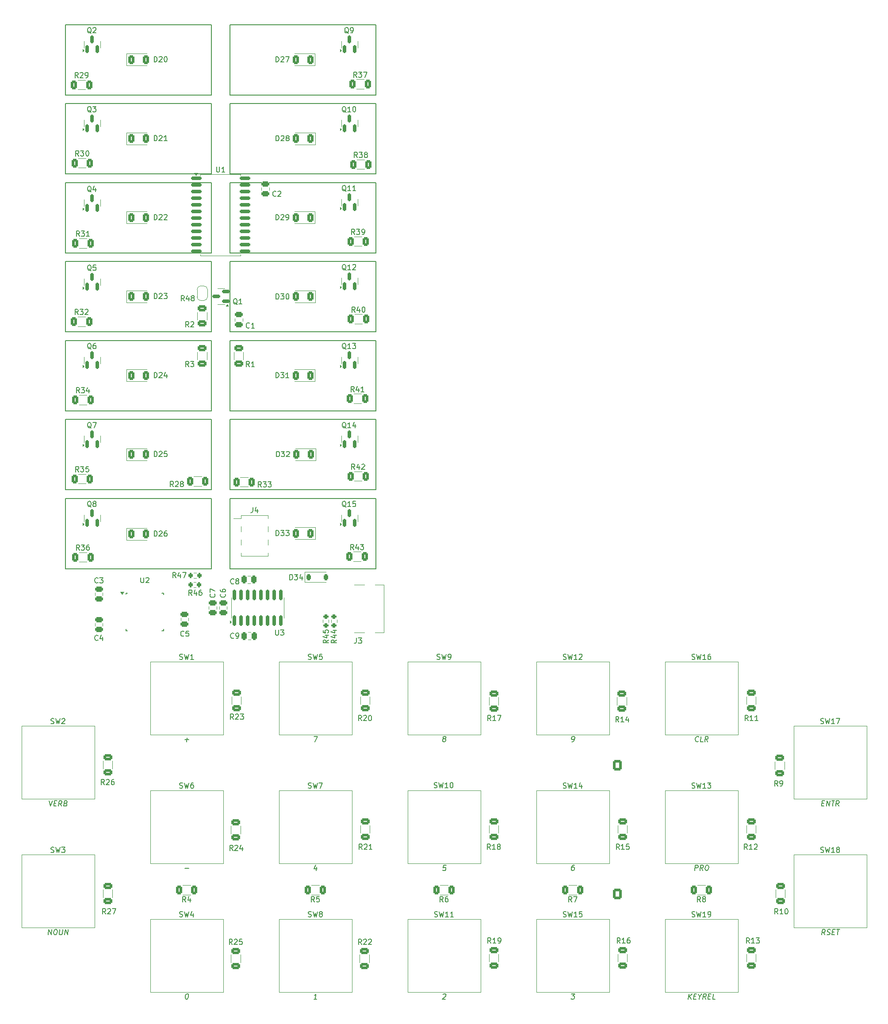
<source format=gto>
G04 #@! TF.GenerationSoftware,KiCad,Pcbnew,8.0.2*
G04 #@! TF.CreationDate,2024-07-05T12:49:49+02:00*
G04 #@! TF.ProjectId,Single_board,53696e67-6c65-45f6-926f-6172642e6b69,1.0.2*
G04 #@! TF.SameCoordinates,Original*
G04 #@! TF.FileFunction,Legend,Top*
G04 #@! TF.FilePolarity,Positive*
%FSLAX46Y46*%
G04 Gerber Fmt 4.6, Leading zero omitted, Abs format (unit mm)*
G04 Created by KiCad (PCBNEW 8.0.2) date 2024-07-05 12:49:49*
%MOMM*%
%LPD*%
G01*
G04 APERTURE LIST*
G04 Aperture macros list*
%AMRoundRect*
0 Rectangle with rounded corners*
0 $1 Rounding radius*
0 $2 $3 $4 $5 $6 $7 $8 $9 X,Y pos of 4 corners*
0 Add a 4 corners polygon primitive as box body*
4,1,4,$2,$3,$4,$5,$6,$7,$8,$9,$2,$3,0*
0 Add four circle primitives for the rounded corners*
1,1,$1+$1,$2,$3*
1,1,$1+$1,$4,$5*
1,1,$1+$1,$6,$7*
1,1,$1+$1,$8,$9*
0 Add four rect primitives between the rounded corners*
20,1,$1+$1,$2,$3,$4,$5,0*
20,1,$1+$1,$4,$5,$6,$7,0*
20,1,$1+$1,$6,$7,$8,$9,0*
20,1,$1+$1,$8,$9,$2,$3,0*%
%AMFreePoly0*
4,1,19,0.500000,-0.750000,0.000000,-0.750000,0.000000,-0.744911,-0.071157,-0.744911,-0.207708,-0.704816,-0.327430,-0.627875,-0.420627,-0.520320,-0.479746,-0.390866,-0.500000,-0.250000,-0.500000,0.250000,-0.479746,0.390866,-0.420627,0.520320,-0.327430,0.627875,-0.207708,0.704816,-0.071157,0.744911,0.000000,0.744911,0.000000,0.750000,0.500000,0.750000,0.500000,-0.750000,0.500000,-0.750000,
$1*%
%AMFreePoly1*
4,1,19,0.000000,0.744911,0.071157,0.744911,0.207708,0.704816,0.327430,0.627875,0.420627,0.520320,0.479746,0.390866,0.500000,0.250000,0.500000,-0.250000,0.479746,-0.390866,0.420627,-0.520320,0.327430,-0.627875,0.207708,-0.704816,0.071157,-0.744911,0.000000,-0.744911,0.000000,-0.750000,-0.500000,-0.750000,-0.500000,0.750000,0.000000,0.750000,0.000000,0.744911,0.000000,0.744911,
$1*%
G04 Aperture macros list end*
%ADD10C,0.150000*%
%ADD11C,0.200000*%
%ADD12C,0.120000*%
%ADD13RoundRect,0.225000X-0.225000X-0.375000X0.225000X-0.375000X0.225000X0.375000X-0.225000X0.375000X0*%
%ADD14RoundRect,0.250000X-0.475000X0.250000X-0.475000X-0.250000X0.475000X-0.250000X0.475000X0.250000X0*%
%ADD15C,1.905000*%
%ADD16R,1.905000X1.905000*%
%ADD17RoundRect,0.250000X-0.625000X0.312500X-0.625000X-0.312500X0.625000X-0.312500X0.625000X0.312500X0*%
%ADD18RoundRect,0.150000X0.150000X-0.587500X0.150000X0.587500X-0.150000X0.587500X-0.150000X-0.587500X0*%
%ADD19RoundRect,0.250000X-0.312500X-0.625000X0.312500X-0.625000X0.312500X0.625000X-0.312500X0.625000X0*%
%ADD20RoundRect,0.250000X-0.375000X-0.625000X0.375000X-0.625000X0.375000X0.625000X-0.375000X0.625000X0*%
%ADD21RoundRect,0.250000X0.375000X0.625000X-0.375000X0.625000X-0.375000X-0.625000X0.375000X-0.625000X0*%
%ADD22C,1.700000*%
%ADD23C,4.000000*%
%ADD24C,2.200000*%
%ADD25RoundRect,0.250000X0.312500X0.625000X-0.312500X0.625000X-0.312500X-0.625000X0.312500X-0.625000X0*%
%ADD26RoundRect,0.200000X0.275000X-0.200000X0.275000X0.200000X-0.275000X0.200000X-0.275000X-0.200000X0*%
%ADD27RoundRect,0.250000X0.625000X-0.312500X0.625000X0.312500X-0.625000X0.312500X-0.625000X-0.312500X0*%
%ADD28FreePoly0,270.000000*%
%ADD29FreePoly1,270.000000*%
%ADD30RoundRect,0.150000X-0.875000X-0.150000X0.875000X-0.150000X0.875000X0.150000X-0.875000X0.150000X0*%
%ADD31RoundRect,0.250000X0.250000X0.475000X-0.250000X0.475000X-0.250000X-0.475000X0.250000X-0.475000X0*%
%ADD32RoundRect,0.250000X0.475000X-0.250000X0.475000X0.250000X-0.475000X0.250000X-0.475000X-0.250000X0*%
%ADD33RoundRect,0.150000X0.150000X-0.825000X0.150000X0.825000X-0.150000X0.825000X-0.150000X-0.825000X0*%
%ADD34RoundRect,0.200000X-0.200000X-0.275000X0.200000X-0.275000X0.200000X0.275000X-0.200000X0.275000X0*%
%ADD35RoundRect,0.150000X0.587500X0.150000X-0.587500X0.150000X-0.587500X-0.150000X0.587500X-0.150000X0*%
%ADD36R,3.150000X1.000000*%
%ADD37O,1.800000X1.000000*%
%ADD38O,2.100000X1.000000*%
%ADD39R,1.240000X0.600000*%
%ADD40R,1.240000X0.300000*%
%ADD41C,0.650000*%
%ADD42R,1.600000X0.550000*%
%ADD43R,0.550000X1.600000*%
%ADD44RoundRect,0.250000X-0.600000X-0.725000X0.600000X-0.725000X0.600000X0.725000X-0.600000X0.725000X0*%
%ADD45O,1.700000X1.950000*%
G04 APERTURE END LIST*
D10*
X135217000Y-82728000D02*
X163157000Y-82728000D01*
X163157000Y-96190000D01*
X135217000Y-96190000D01*
X135217000Y-82728000D01*
X166713000Y-82728000D02*
X194653000Y-82728000D01*
X194653000Y-96190000D01*
X166713000Y-96190000D01*
X166713000Y-82728000D01*
X166713000Y-97841000D02*
X194653000Y-97841000D01*
X194653000Y-111303000D01*
X166713000Y-111303000D01*
X166713000Y-97841000D01*
X135217000Y-52502000D02*
X163157000Y-52502000D01*
X163157000Y-65964000D01*
X135217000Y-65964000D01*
X135217000Y-52502000D01*
X135217000Y-112954000D02*
X163157000Y-112954000D01*
X163157000Y-126416000D01*
X135217000Y-126416000D01*
X135217000Y-112954000D01*
X135217000Y-67615000D02*
X163157000Y-67615000D01*
X163157000Y-81077000D01*
X135217000Y-81077000D01*
X135217000Y-67615000D01*
X166713000Y-37389000D02*
X194653000Y-37389000D01*
X194653000Y-50851000D01*
X166713000Y-50851000D01*
X166713000Y-37389000D01*
X166713000Y-52502000D02*
X194653000Y-52502000D01*
X194653000Y-65964000D01*
X166713000Y-65964000D01*
X166713000Y-52502000D01*
X166713000Y-112954000D02*
X194653000Y-112954000D01*
X194653000Y-126416000D01*
X166713000Y-126416000D01*
X166713000Y-112954000D01*
X135217000Y-128067000D02*
X163157000Y-128067000D01*
X163157000Y-141529000D01*
X135217000Y-141529000D01*
X135217000Y-128067000D01*
X135217000Y-37389000D02*
X163157000Y-37389000D01*
X163157000Y-50851000D01*
X135217000Y-50851000D01*
X135217000Y-37389000D01*
X166713000Y-67615000D02*
X194653000Y-67615000D01*
X194653000Y-81077000D01*
X166713000Y-81077000D01*
X166713000Y-67615000D01*
X166713000Y-128067000D02*
X194653000Y-128067000D01*
X194653000Y-141529000D01*
X166713000Y-141529000D01*
X166713000Y-128067000D01*
X135217000Y-97841000D02*
X163157000Y-97841000D01*
X163157000Y-111303000D01*
X135217000Y-111303000D01*
X135217000Y-97841000D01*
X178135114Y-143634619D02*
X178135114Y-142634619D01*
X178135114Y-142634619D02*
X178373209Y-142634619D01*
X178373209Y-142634619D02*
X178516066Y-142682238D01*
X178516066Y-142682238D02*
X178611304Y-142777476D01*
X178611304Y-142777476D02*
X178658923Y-142872714D01*
X178658923Y-142872714D02*
X178706542Y-143063190D01*
X178706542Y-143063190D02*
X178706542Y-143206047D01*
X178706542Y-143206047D02*
X178658923Y-143396523D01*
X178658923Y-143396523D02*
X178611304Y-143491761D01*
X178611304Y-143491761D02*
X178516066Y-143587000D01*
X178516066Y-143587000D02*
X178373209Y-143634619D01*
X178373209Y-143634619D02*
X178135114Y-143634619D01*
X179039876Y-142634619D02*
X179658923Y-142634619D01*
X179658923Y-142634619D02*
X179325590Y-143015571D01*
X179325590Y-143015571D02*
X179468447Y-143015571D01*
X179468447Y-143015571D02*
X179563685Y-143063190D01*
X179563685Y-143063190D02*
X179611304Y-143110809D01*
X179611304Y-143110809D02*
X179658923Y-143206047D01*
X179658923Y-143206047D02*
X179658923Y-143444142D01*
X179658923Y-143444142D02*
X179611304Y-143539380D01*
X179611304Y-143539380D02*
X179563685Y-143587000D01*
X179563685Y-143587000D02*
X179468447Y-143634619D01*
X179468447Y-143634619D02*
X179182733Y-143634619D01*
X179182733Y-143634619D02*
X179087495Y-143587000D01*
X179087495Y-143587000D02*
X179039876Y-143539380D01*
X180516066Y-142967952D02*
X180516066Y-143634619D01*
X180277971Y-142587000D02*
X180039876Y-143301285D01*
X180039876Y-143301285D02*
X180658923Y-143301285D01*
X165759580Y-146366666D02*
X165807200Y-146414285D01*
X165807200Y-146414285D02*
X165854819Y-146557142D01*
X165854819Y-146557142D02*
X165854819Y-146652380D01*
X165854819Y-146652380D02*
X165807200Y-146795237D01*
X165807200Y-146795237D02*
X165711961Y-146890475D01*
X165711961Y-146890475D02*
X165616723Y-146938094D01*
X165616723Y-146938094D02*
X165426247Y-146985713D01*
X165426247Y-146985713D02*
X165283390Y-146985713D01*
X165283390Y-146985713D02*
X165092914Y-146938094D01*
X165092914Y-146938094D02*
X164997676Y-146890475D01*
X164997676Y-146890475D02*
X164902438Y-146795237D01*
X164902438Y-146795237D02*
X164854819Y-146652380D01*
X164854819Y-146652380D02*
X164854819Y-146557142D01*
X164854819Y-146557142D02*
X164902438Y-146414285D01*
X164902438Y-146414285D02*
X164950057Y-146366666D01*
X164854819Y-145509523D02*
X164854819Y-145699999D01*
X164854819Y-145699999D02*
X164902438Y-145795237D01*
X164902438Y-145795237D02*
X164950057Y-145842856D01*
X164950057Y-145842856D02*
X165092914Y-145938094D01*
X165092914Y-145938094D02*
X165283390Y-145985713D01*
X165283390Y-145985713D02*
X165664342Y-145985713D01*
X165664342Y-145985713D02*
X165759580Y-145938094D01*
X165759580Y-145938094D02*
X165807200Y-145890475D01*
X165807200Y-145890475D02*
X165854819Y-145795237D01*
X165854819Y-145795237D02*
X165854819Y-145604761D01*
X165854819Y-145604761D02*
X165807200Y-145509523D01*
X165807200Y-145509523D02*
X165759580Y-145461904D01*
X165759580Y-145461904D02*
X165664342Y-145414285D01*
X165664342Y-145414285D02*
X165426247Y-145414285D01*
X165426247Y-145414285D02*
X165331009Y-145461904D01*
X165331009Y-145461904D02*
X165283390Y-145509523D01*
X165283390Y-145509523D02*
X165235771Y-145604761D01*
X165235771Y-145604761D02*
X165235771Y-145795237D01*
X165235771Y-145795237D02*
X165283390Y-145890475D01*
X165283390Y-145890475D02*
X165331009Y-145938094D01*
X165331009Y-145938094D02*
X165426247Y-145985713D01*
X158833333Y-95254819D02*
X158500000Y-94778628D01*
X158261905Y-95254819D02*
X158261905Y-94254819D01*
X158261905Y-94254819D02*
X158642857Y-94254819D01*
X158642857Y-94254819D02*
X158738095Y-94302438D01*
X158738095Y-94302438D02*
X158785714Y-94350057D01*
X158785714Y-94350057D02*
X158833333Y-94445295D01*
X158833333Y-94445295D02*
X158833333Y-94588152D01*
X158833333Y-94588152D02*
X158785714Y-94683390D01*
X158785714Y-94683390D02*
X158738095Y-94731009D01*
X158738095Y-94731009D02*
X158642857Y-94778628D01*
X158642857Y-94778628D02*
X158261905Y-94778628D01*
X159214286Y-94350057D02*
X159261905Y-94302438D01*
X159261905Y-94302438D02*
X159357143Y-94254819D01*
X159357143Y-94254819D02*
X159595238Y-94254819D01*
X159595238Y-94254819D02*
X159690476Y-94302438D01*
X159690476Y-94302438D02*
X159738095Y-94350057D01*
X159738095Y-94350057D02*
X159785714Y-94445295D01*
X159785714Y-94445295D02*
X159785714Y-94540533D01*
X159785714Y-94540533D02*
X159738095Y-94683390D01*
X159738095Y-94683390D02*
X159166667Y-95254819D01*
X159166667Y-95254819D02*
X159785714Y-95254819D01*
X140154761Y-99496557D02*
X140059523Y-99448938D01*
X140059523Y-99448938D02*
X139964285Y-99353700D01*
X139964285Y-99353700D02*
X139821428Y-99210842D01*
X139821428Y-99210842D02*
X139726190Y-99163223D01*
X139726190Y-99163223D02*
X139630952Y-99163223D01*
X139678571Y-99401319D02*
X139583333Y-99353700D01*
X139583333Y-99353700D02*
X139488095Y-99258461D01*
X139488095Y-99258461D02*
X139440476Y-99067985D01*
X139440476Y-99067985D02*
X139440476Y-98734652D01*
X139440476Y-98734652D02*
X139488095Y-98544176D01*
X139488095Y-98544176D02*
X139583333Y-98448938D01*
X139583333Y-98448938D02*
X139678571Y-98401319D01*
X139678571Y-98401319D02*
X139869047Y-98401319D01*
X139869047Y-98401319D02*
X139964285Y-98448938D01*
X139964285Y-98448938D02*
X140059523Y-98544176D01*
X140059523Y-98544176D02*
X140107142Y-98734652D01*
X140107142Y-98734652D02*
X140107142Y-99067985D01*
X140107142Y-99067985D02*
X140059523Y-99258461D01*
X140059523Y-99258461D02*
X139964285Y-99353700D01*
X139964285Y-99353700D02*
X139869047Y-99401319D01*
X139869047Y-99401319D02*
X139678571Y-99401319D01*
X140964285Y-98401319D02*
X140773809Y-98401319D01*
X140773809Y-98401319D02*
X140678571Y-98448938D01*
X140678571Y-98448938D02*
X140630952Y-98496557D01*
X140630952Y-98496557D02*
X140535714Y-98639414D01*
X140535714Y-98639414D02*
X140488095Y-98829890D01*
X140488095Y-98829890D02*
X140488095Y-99210842D01*
X140488095Y-99210842D02*
X140535714Y-99306080D01*
X140535714Y-99306080D02*
X140583333Y-99353700D01*
X140583333Y-99353700D02*
X140678571Y-99401319D01*
X140678571Y-99401319D02*
X140869047Y-99401319D01*
X140869047Y-99401319D02*
X140964285Y-99353700D01*
X140964285Y-99353700D02*
X141011904Y-99306080D01*
X141011904Y-99306080D02*
X141059523Y-99210842D01*
X141059523Y-99210842D02*
X141059523Y-98972747D01*
X141059523Y-98972747D02*
X141011904Y-98877509D01*
X141011904Y-98877509D02*
X140964285Y-98829890D01*
X140964285Y-98829890D02*
X140869047Y-98782271D01*
X140869047Y-98782271D02*
X140678571Y-98782271D01*
X140678571Y-98782271D02*
X140583333Y-98829890D01*
X140583333Y-98829890D02*
X140535714Y-98877509D01*
X140535714Y-98877509D02*
X140488095Y-98972747D01*
X137891142Y-77891819D02*
X137557809Y-77415628D01*
X137319714Y-77891819D02*
X137319714Y-76891819D01*
X137319714Y-76891819D02*
X137700666Y-76891819D01*
X137700666Y-76891819D02*
X137795904Y-76939438D01*
X137795904Y-76939438D02*
X137843523Y-76987057D01*
X137843523Y-76987057D02*
X137891142Y-77082295D01*
X137891142Y-77082295D02*
X137891142Y-77225152D01*
X137891142Y-77225152D02*
X137843523Y-77320390D01*
X137843523Y-77320390D02*
X137795904Y-77368009D01*
X137795904Y-77368009D02*
X137700666Y-77415628D01*
X137700666Y-77415628D02*
X137319714Y-77415628D01*
X138224476Y-76891819D02*
X138843523Y-76891819D01*
X138843523Y-76891819D02*
X138510190Y-77272771D01*
X138510190Y-77272771D02*
X138653047Y-77272771D01*
X138653047Y-77272771D02*
X138748285Y-77320390D01*
X138748285Y-77320390D02*
X138795904Y-77368009D01*
X138795904Y-77368009D02*
X138843523Y-77463247D01*
X138843523Y-77463247D02*
X138843523Y-77701342D01*
X138843523Y-77701342D02*
X138795904Y-77796580D01*
X138795904Y-77796580D02*
X138748285Y-77844200D01*
X138748285Y-77844200D02*
X138653047Y-77891819D01*
X138653047Y-77891819D02*
X138367333Y-77891819D01*
X138367333Y-77891819D02*
X138272095Y-77844200D01*
X138272095Y-77844200D02*
X138224476Y-77796580D01*
X139795904Y-77891819D02*
X139224476Y-77891819D01*
X139510190Y-77891819D02*
X139510190Y-76891819D01*
X139510190Y-76891819D02*
X139414952Y-77034676D01*
X139414952Y-77034676D02*
X139319714Y-77129914D01*
X139319714Y-77129914D02*
X139224476Y-77177533D01*
X152201714Y-44498419D02*
X152201714Y-43498419D01*
X152201714Y-43498419D02*
X152439809Y-43498419D01*
X152439809Y-43498419D02*
X152582666Y-43546038D01*
X152582666Y-43546038D02*
X152677904Y-43641276D01*
X152677904Y-43641276D02*
X152725523Y-43736514D01*
X152725523Y-43736514D02*
X152773142Y-43926990D01*
X152773142Y-43926990D02*
X152773142Y-44069847D01*
X152773142Y-44069847D02*
X152725523Y-44260323D01*
X152725523Y-44260323D02*
X152677904Y-44355561D01*
X152677904Y-44355561D02*
X152582666Y-44450800D01*
X152582666Y-44450800D02*
X152439809Y-44498419D01*
X152439809Y-44498419D02*
X152201714Y-44498419D01*
X153154095Y-43593657D02*
X153201714Y-43546038D01*
X153201714Y-43546038D02*
X153296952Y-43498419D01*
X153296952Y-43498419D02*
X153535047Y-43498419D01*
X153535047Y-43498419D02*
X153630285Y-43546038D01*
X153630285Y-43546038D02*
X153677904Y-43593657D01*
X153677904Y-43593657D02*
X153725523Y-43688895D01*
X153725523Y-43688895D02*
X153725523Y-43784133D01*
X153725523Y-43784133D02*
X153677904Y-43926990D01*
X153677904Y-43926990D02*
X153106476Y-44498419D01*
X153106476Y-44498419D02*
X153725523Y-44498419D01*
X154344571Y-43498419D02*
X154439809Y-43498419D01*
X154439809Y-43498419D02*
X154535047Y-43546038D01*
X154535047Y-43546038D02*
X154582666Y-43593657D01*
X154582666Y-43593657D02*
X154630285Y-43688895D01*
X154630285Y-43688895D02*
X154677904Y-43879371D01*
X154677904Y-43879371D02*
X154677904Y-44117466D01*
X154677904Y-44117466D02*
X154630285Y-44307942D01*
X154630285Y-44307942D02*
X154582666Y-44403180D01*
X154582666Y-44403180D02*
X154535047Y-44450800D01*
X154535047Y-44450800D02*
X154439809Y-44498419D01*
X154439809Y-44498419D02*
X154344571Y-44498419D01*
X154344571Y-44498419D02*
X154249333Y-44450800D01*
X154249333Y-44450800D02*
X154201714Y-44403180D01*
X154201714Y-44403180D02*
X154154095Y-44307942D01*
X154154095Y-44307942D02*
X154106476Y-44117466D01*
X154106476Y-44117466D02*
X154106476Y-43879371D01*
X154106476Y-43879371D02*
X154154095Y-43688895D01*
X154154095Y-43688895D02*
X154201714Y-43593657D01*
X154201714Y-43593657D02*
X154249333Y-43546038D01*
X154249333Y-43546038D02*
X154344571Y-43498419D01*
X175530014Y-135201819D02*
X175530014Y-134201819D01*
X175530014Y-134201819D02*
X175768109Y-134201819D01*
X175768109Y-134201819D02*
X175910966Y-134249438D01*
X175910966Y-134249438D02*
X176006204Y-134344676D01*
X176006204Y-134344676D02*
X176053823Y-134439914D01*
X176053823Y-134439914D02*
X176101442Y-134630390D01*
X176101442Y-134630390D02*
X176101442Y-134773247D01*
X176101442Y-134773247D02*
X176053823Y-134963723D01*
X176053823Y-134963723D02*
X176006204Y-135058961D01*
X176006204Y-135058961D02*
X175910966Y-135154200D01*
X175910966Y-135154200D02*
X175768109Y-135201819D01*
X175768109Y-135201819D02*
X175530014Y-135201819D01*
X176434776Y-134201819D02*
X177053823Y-134201819D01*
X177053823Y-134201819D02*
X176720490Y-134582771D01*
X176720490Y-134582771D02*
X176863347Y-134582771D01*
X176863347Y-134582771D02*
X176958585Y-134630390D01*
X176958585Y-134630390D02*
X177006204Y-134678009D01*
X177006204Y-134678009D02*
X177053823Y-134773247D01*
X177053823Y-134773247D02*
X177053823Y-135011342D01*
X177053823Y-135011342D02*
X177006204Y-135106580D01*
X177006204Y-135106580D02*
X176958585Y-135154200D01*
X176958585Y-135154200D02*
X176863347Y-135201819D01*
X176863347Y-135201819D02*
X176577633Y-135201819D01*
X176577633Y-135201819D02*
X176482395Y-135154200D01*
X176482395Y-135154200D02*
X176434776Y-135106580D01*
X177387157Y-134201819D02*
X178006204Y-134201819D01*
X178006204Y-134201819D02*
X177672871Y-134582771D01*
X177672871Y-134582771D02*
X177815728Y-134582771D01*
X177815728Y-134582771D02*
X177910966Y-134630390D01*
X177910966Y-134630390D02*
X177958585Y-134678009D01*
X177958585Y-134678009D02*
X178006204Y-134773247D01*
X178006204Y-134773247D02*
X178006204Y-135011342D01*
X178006204Y-135011342D02*
X177958585Y-135106580D01*
X177958585Y-135106580D02*
X177910966Y-135154200D01*
X177910966Y-135154200D02*
X177815728Y-135201819D01*
X177815728Y-135201819D02*
X177530014Y-135201819D01*
X177530014Y-135201819D02*
X177434776Y-135154200D01*
X177434776Y-135154200D02*
X177387157Y-135106580D01*
X140154761Y-114609557D02*
X140059523Y-114561938D01*
X140059523Y-114561938D02*
X139964285Y-114466700D01*
X139964285Y-114466700D02*
X139821428Y-114323842D01*
X139821428Y-114323842D02*
X139726190Y-114276223D01*
X139726190Y-114276223D02*
X139630952Y-114276223D01*
X139678571Y-114514319D02*
X139583333Y-114466700D01*
X139583333Y-114466700D02*
X139488095Y-114371461D01*
X139488095Y-114371461D02*
X139440476Y-114180985D01*
X139440476Y-114180985D02*
X139440476Y-113847652D01*
X139440476Y-113847652D02*
X139488095Y-113657176D01*
X139488095Y-113657176D02*
X139583333Y-113561938D01*
X139583333Y-113561938D02*
X139678571Y-113514319D01*
X139678571Y-113514319D02*
X139869047Y-113514319D01*
X139869047Y-113514319D02*
X139964285Y-113561938D01*
X139964285Y-113561938D02*
X140059523Y-113657176D01*
X140059523Y-113657176D02*
X140107142Y-113847652D01*
X140107142Y-113847652D02*
X140107142Y-114180985D01*
X140107142Y-114180985D02*
X140059523Y-114371461D01*
X140059523Y-114371461D02*
X139964285Y-114466700D01*
X139964285Y-114466700D02*
X139869047Y-114514319D01*
X139869047Y-114514319D02*
X139678571Y-114514319D01*
X140440476Y-113514319D02*
X141107142Y-113514319D01*
X141107142Y-113514319D02*
X140678571Y-114514319D01*
X191907142Y-213454819D02*
X191573809Y-212978628D01*
X191335714Y-213454819D02*
X191335714Y-212454819D01*
X191335714Y-212454819D02*
X191716666Y-212454819D01*
X191716666Y-212454819D02*
X191811904Y-212502438D01*
X191811904Y-212502438D02*
X191859523Y-212550057D01*
X191859523Y-212550057D02*
X191907142Y-212645295D01*
X191907142Y-212645295D02*
X191907142Y-212788152D01*
X191907142Y-212788152D02*
X191859523Y-212883390D01*
X191859523Y-212883390D02*
X191811904Y-212931009D01*
X191811904Y-212931009D02*
X191716666Y-212978628D01*
X191716666Y-212978628D02*
X191335714Y-212978628D01*
X192288095Y-212550057D02*
X192335714Y-212502438D01*
X192335714Y-212502438D02*
X192430952Y-212454819D01*
X192430952Y-212454819D02*
X192669047Y-212454819D01*
X192669047Y-212454819D02*
X192764285Y-212502438D01*
X192764285Y-212502438D02*
X192811904Y-212550057D01*
X192811904Y-212550057D02*
X192859523Y-212645295D01*
X192859523Y-212645295D02*
X192859523Y-212740533D01*
X192859523Y-212740533D02*
X192811904Y-212883390D01*
X192811904Y-212883390D02*
X192240476Y-213454819D01*
X192240476Y-213454819D02*
X192859523Y-213454819D01*
X193240476Y-212550057D02*
X193288095Y-212502438D01*
X193288095Y-212502438D02*
X193383333Y-212454819D01*
X193383333Y-212454819D02*
X193621428Y-212454819D01*
X193621428Y-212454819D02*
X193716666Y-212502438D01*
X193716666Y-212502438D02*
X193764285Y-212550057D01*
X193764285Y-212550057D02*
X193811904Y-212645295D01*
X193811904Y-212645295D02*
X193811904Y-212740533D01*
X193811904Y-212740533D02*
X193764285Y-212883390D01*
X193764285Y-212883390D02*
X193192857Y-213454819D01*
X193192857Y-213454819D02*
X193811904Y-213454819D01*
X230512476Y-183475200D02*
X230655333Y-183522819D01*
X230655333Y-183522819D02*
X230893428Y-183522819D01*
X230893428Y-183522819D02*
X230988666Y-183475200D01*
X230988666Y-183475200D02*
X231036285Y-183427580D01*
X231036285Y-183427580D02*
X231083904Y-183332342D01*
X231083904Y-183332342D02*
X231083904Y-183237104D01*
X231083904Y-183237104D02*
X231036285Y-183141866D01*
X231036285Y-183141866D02*
X230988666Y-183094247D01*
X230988666Y-183094247D02*
X230893428Y-183046628D01*
X230893428Y-183046628D02*
X230702952Y-182999009D01*
X230702952Y-182999009D02*
X230607714Y-182951390D01*
X230607714Y-182951390D02*
X230560095Y-182903771D01*
X230560095Y-182903771D02*
X230512476Y-182808533D01*
X230512476Y-182808533D02*
X230512476Y-182713295D01*
X230512476Y-182713295D02*
X230560095Y-182618057D01*
X230560095Y-182618057D02*
X230607714Y-182570438D01*
X230607714Y-182570438D02*
X230702952Y-182522819D01*
X230702952Y-182522819D02*
X230941047Y-182522819D01*
X230941047Y-182522819D02*
X231083904Y-182570438D01*
X231417238Y-182522819D02*
X231655333Y-183522819D01*
X231655333Y-183522819D02*
X231845809Y-182808533D01*
X231845809Y-182808533D02*
X232036285Y-183522819D01*
X232036285Y-183522819D02*
X232274381Y-182522819D01*
X233179142Y-183522819D02*
X232607714Y-183522819D01*
X232893428Y-183522819D02*
X232893428Y-182522819D01*
X232893428Y-182522819D02*
X232798190Y-182665676D01*
X232798190Y-182665676D02*
X232702952Y-182760914D01*
X232702952Y-182760914D02*
X232607714Y-182808533D01*
X234036285Y-182856152D02*
X234036285Y-183522819D01*
X233798190Y-182475200D02*
X233560095Y-183189485D01*
X233560095Y-183189485D02*
X234179142Y-183189485D01*
D11*
X232631524Y-198268219D02*
X232441048Y-198268219D01*
X232441048Y-198268219D02*
X232339857Y-198315838D01*
X232339857Y-198315838D02*
X232286286Y-198363457D01*
X232286286Y-198363457D02*
X232173190Y-198506314D01*
X232173190Y-198506314D02*
X232101762Y-198696790D01*
X232101762Y-198696790D02*
X232054143Y-199077742D01*
X232054143Y-199077742D02*
X232089857Y-199172980D01*
X232089857Y-199172980D02*
X232131524Y-199220600D01*
X232131524Y-199220600D02*
X232220810Y-199268219D01*
X232220810Y-199268219D02*
X232411286Y-199268219D01*
X232411286Y-199268219D02*
X232512476Y-199220600D01*
X232512476Y-199220600D02*
X232566048Y-199172980D01*
X232566048Y-199172980D02*
X232625571Y-199077742D01*
X232625571Y-199077742D02*
X232655333Y-198839647D01*
X232655333Y-198839647D02*
X232619619Y-198744409D01*
X232619619Y-198744409D02*
X232577952Y-198696790D01*
X232577952Y-198696790D02*
X232488667Y-198649171D01*
X232488667Y-198649171D02*
X232298190Y-198649171D01*
X232298190Y-198649171D02*
X232197000Y-198696790D01*
X232197000Y-198696790D02*
X232143429Y-198744409D01*
X232143429Y-198744409D02*
X232083905Y-198839647D01*
D10*
X190596142Y-122511819D02*
X190262809Y-122035628D01*
X190024714Y-122511819D02*
X190024714Y-121511819D01*
X190024714Y-121511819D02*
X190405666Y-121511819D01*
X190405666Y-121511819D02*
X190500904Y-121559438D01*
X190500904Y-121559438D02*
X190548523Y-121607057D01*
X190548523Y-121607057D02*
X190596142Y-121702295D01*
X190596142Y-121702295D02*
X190596142Y-121845152D01*
X190596142Y-121845152D02*
X190548523Y-121940390D01*
X190548523Y-121940390D02*
X190500904Y-121988009D01*
X190500904Y-121988009D02*
X190405666Y-122035628D01*
X190405666Y-122035628D02*
X190024714Y-122035628D01*
X191453285Y-121845152D02*
X191453285Y-122511819D01*
X191215190Y-121464200D02*
X190977095Y-122178485D01*
X190977095Y-122178485D02*
X191596142Y-122178485D01*
X191929476Y-121607057D02*
X191977095Y-121559438D01*
X191977095Y-121559438D02*
X192072333Y-121511819D01*
X192072333Y-121511819D02*
X192310428Y-121511819D01*
X192310428Y-121511819D02*
X192405666Y-121559438D01*
X192405666Y-121559438D02*
X192453285Y-121607057D01*
X192453285Y-121607057D02*
X192500904Y-121702295D01*
X192500904Y-121702295D02*
X192500904Y-121797533D01*
X192500904Y-121797533D02*
X192453285Y-121940390D01*
X192453285Y-121940390D02*
X191881857Y-122511819D01*
X191881857Y-122511819D02*
X192500904Y-122511819D01*
X158241333Y-205281819D02*
X157908000Y-204805628D01*
X157669905Y-205281819D02*
X157669905Y-204281819D01*
X157669905Y-204281819D02*
X158050857Y-204281819D01*
X158050857Y-204281819D02*
X158146095Y-204329438D01*
X158146095Y-204329438D02*
X158193714Y-204377057D01*
X158193714Y-204377057D02*
X158241333Y-204472295D01*
X158241333Y-204472295D02*
X158241333Y-204615152D01*
X158241333Y-204615152D02*
X158193714Y-204710390D01*
X158193714Y-204710390D02*
X158146095Y-204758009D01*
X158146095Y-204758009D02*
X158050857Y-204805628D01*
X158050857Y-204805628D02*
X157669905Y-204805628D01*
X159098476Y-204615152D02*
X159098476Y-205281819D01*
X158860381Y-204234200D02*
X158622286Y-204948485D01*
X158622286Y-204948485D02*
X159241333Y-204948485D01*
X175493514Y-74749819D02*
X175493514Y-73749819D01*
X175493514Y-73749819D02*
X175731609Y-73749819D01*
X175731609Y-73749819D02*
X175874466Y-73797438D01*
X175874466Y-73797438D02*
X175969704Y-73892676D01*
X175969704Y-73892676D02*
X176017323Y-73987914D01*
X176017323Y-73987914D02*
X176064942Y-74178390D01*
X176064942Y-74178390D02*
X176064942Y-74321247D01*
X176064942Y-74321247D02*
X176017323Y-74511723D01*
X176017323Y-74511723D02*
X175969704Y-74606961D01*
X175969704Y-74606961D02*
X175874466Y-74702200D01*
X175874466Y-74702200D02*
X175731609Y-74749819D01*
X175731609Y-74749819D02*
X175493514Y-74749819D01*
X176445895Y-73845057D02*
X176493514Y-73797438D01*
X176493514Y-73797438D02*
X176588752Y-73749819D01*
X176588752Y-73749819D02*
X176826847Y-73749819D01*
X176826847Y-73749819D02*
X176922085Y-73797438D01*
X176922085Y-73797438D02*
X176969704Y-73845057D01*
X176969704Y-73845057D02*
X177017323Y-73940295D01*
X177017323Y-73940295D02*
X177017323Y-74035533D01*
X177017323Y-74035533D02*
X176969704Y-74178390D01*
X176969704Y-74178390D02*
X176398276Y-74749819D01*
X176398276Y-74749819D02*
X177017323Y-74749819D01*
X177493514Y-74749819D02*
X177683990Y-74749819D01*
X177683990Y-74749819D02*
X177779228Y-74702200D01*
X177779228Y-74702200D02*
X177826847Y-74654580D01*
X177826847Y-74654580D02*
X177922085Y-74511723D01*
X177922085Y-74511723D02*
X177969704Y-74321247D01*
X177969704Y-74321247D02*
X177969704Y-73940295D01*
X177969704Y-73940295D02*
X177922085Y-73845057D01*
X177922085Y-73845057D02*
X177874466Y-73797438D01*
X177874466Y-73797438D02*
X177779228Y-73749819D01*
X177779228Y-73749819D02*
X177588752Y-73749819D01*
X177588752Y-73749819D02*
X177493514Y-73797438D01*
X177493514Y-73797438D02*
X177445895Y-73845057D01*
X177445895Y-73845057D02*
X177398276Y-73940295D01*
X177398276Y-73940295D02*
X177398276Y-74178390D01*
X177398276Y-74178390D02*
X177445895Y-74273628D01*
X177445895Y-74273628D02*
X177493514Y-74321247D01*
X177493514Y-74321247D02*
X177588752Y-74368866D01*
X177588752Y-74368866D02*
X177779228Y-74368866D01*
X177779228Y-74368866D02*
X177874466Y-74321247D01*
X177874466Y-74321247D02*
X177922085Y-74273628D01*
X177922085Y-74273628D02*
X177969704Y-74178390D01*
X142648142Y-182855819D02*
X142314809Y-182379628D01*
X142076714Y-182855819D02*
X142076714Y-181855819D01*
X142076714Y-181855819D02*
X142457666Y-181855819D01*
X142457666Y-181855819D02*
X142552904Y-181903438D01*
X142552904Y-181903438D02*
X142600523Y-181951057D01*
X142600523Y-181951057D02*
X142648142Y-182046295D01*
X142648142Y-182046295D02*
X142648142Y-182189152D01*
X142648142Y-182189152D02*
X142600523Y-182284390D01*
X142600523Y-182284390D02*
X142552904Y-182332009D01*
X142552904Y-182332009D02*
X142457666Y-182379628D01*
X142457666Y-182379628D02*
X142076714Y-182379628D01*
X143029095Y-181951057D02*
X143076714Y-181903438D01*
X143076714Y-181903438D02*
X143171952Y-181855819D01*
X143171952Y-181855819D02*
X143410047Y-181855819D01*
X143410047Y-181855819D02*
X143505285Y-181903438D01*
X143505285Y-181903438D02*
X143552904Y-181951057D01*
X143552904Y-181951057D02*
X143600523Y-182046295D01*
X143600523Y-182046295D02*
X143600523Y-182141533D01*
X143600523Y-182141533D02*
X143552904Y-182284390D01*
X143552904Y-182284390D02*
X142981476Y-182855819D01*
X142981476Y-182855819D02*
X143600523Y-182855819D01*
X144457666Y-181855819D02*
X144267190Y-181855819D01*
X144267190Y-181855819D02*
X144171952Y-181903438D01*
X144171952Y-181903438D02*
X144124333Y-181951057D01*
X144124333Y-181951057D02*
X144029095Y-182093914D01*
X144029095Y-182093914D02*
X143981476Y-182284390D01*
X143981476Y-182284390D02*
X143981476Y-182665342D01*
X143981476Y-182665342D02*
X144029095Y-182760580D01*
X144029095Y-182760580D02*
X144076714Y-182808200D01*
X144076714Y-182808200D02*
X144171952Y-182855819D01*
X144171952Y-182855819D02*
X144362428Y-182855819D01*
X144362428Y-182855819D02*
X144457666Y-182808200D01*
X144457666Y-182808200D02*
X144505285Y-182760580D01*
X144505285Y-182760580D02*
X144552904Y-182665342D01*
X144552904Y-182665342D02*
X144552904Y-182427247D01*
X144552904Y-182427247D02*
X144505285Y-182332009D01*
X144505285Y-182332009D02*
X144457666Y-182284390D01*
X144457666Y-182284390D02*
X144362428Y-182236771D01*
X144362428Y-182236771D02*
X144171952Y-182236771D01*
X144171952Y-182236771D02*
X144076714Y-182284390D01*
X144076714Y-182284390D02*
X144029095Y-182332009D01*
X144029095Y-182332009D02*
X143981476Y-182427247D01*
X241407142Y-213204819D02*
X241073809Y-212728628D01*
X240835714Y-213204819D02*
X240835714Y-212204819D01*
X240835714Y-212204819D02*
X241216666Y-212204819D01*
X241216666Y-212204819D02*
X241311904Y-212252438D01*
X241311904Y-212252438D02*
X241359523Y-212300057D01*
X241359523Y-212300057D02*
X241407142Y-212395295D01*
X241407142Y-212395295D02*
X241407142Y-212538152D01*
X241407142Y-212538152D02*
X241359523Y-212633390D01*
X241359523Y-212633390D02*
X241311904Y-212681009D01*
X241311904Y-212681009D02*
X241216666Y-212728628D01*
X241216666Y-212728628D02*
X240835714Y-212728628D01*
X242359523Y-213204819D02*
X241788095Y-213204819D01*
X242073809Y-213204819D02*
X242073809Y-212204819D01*
X242073809Y-212204819D02*
X241978571Y-212347676D01*
X241978571Y-212347676D02*
X241883333Y-212442914D01*
X241883333Y-212442914D02*
X241788095Y-212490533D01*
X243216666Y-212204819D02*
X243026190Y-212204819D01*
X243026190Y-212204819D02*
X242930952Y-212252438D01*
X242930952Y-212252438D02*
X242883333Y-212300057D01*
X242883333Y-212300057D02*
X242788095Y-212442914D01*
X242788095Y-212442914D02*
X242740476Y-212633390D01*
X242740476Y-212633390D02*
X242740476Y-213014342D01*
X242740476Y-213014342D02*
X242788095Y-213109580D01*
X242788095Y-213109580D02*
X242835714Y-213157200D01*
X242835714Y-213157200D02*
X242930952Y-213204819D01*
X242930952Y-213204819D02*
X243121428Y-213204819D01*
X243121428Y-213204819D02*
X243216666Y-213157200D01*
X243216666Y-213157200D02*
X243264285Y-213109580D01*
X243264285Y-213109580D02*
X243311904Y-213014342D01*
X243311904Y-213014342D02*
X243311904Y-212776247D01*
X243311904Y-212776247D02*
X243264285Y-212681009D01*
X243264285Y-212681009D02*
X243216666Y-212633390D01*
X243216666Y-212633390D02*
X243121428Y-212585771D01*
X243121428Y-212585771D02*
X242930952Y-212585771D01*
X242930952Y-212585771D02*
X242835714Y-212633390D01*
X242835714Y-212633390D02*
X242788095Y-212681009D01*
X242788095Y-212681009D02*
X242740476Y-212776247D01*
X190977142Y-47454819D02*
X190643809Y-46978628D01*
X190405714Y-47454819D02*
X190405714Y-46454819D01*
X190405714Y-46454819D02*
X190786666Y-46454819D01*
X190786666Y-46454819D02*
X190881904Y-46502438D01*
X190881904Y-46502438D02*
X190929523Y-46550057D01*
X190929523Y-46550057D02*
X190977142Y-46645295D01*
X190977142Y-46645295D02*
X190977142Y-46788152D01*
X190977142Y-46788152D02*
X190929523Y-46883390D01*
X190929523Y-46883390D02*
X190881904Y-46931009D01*
X190881904Y-46931009D02*
X190786666Y-46978628D01*
X190786666Y-46978628D02*
X190405714Y-46978628D01*
X191310476Y-46454819D02*
X191929523Y-46454819D01*
X191929523Y-46454819D02*
X191596190Y-46835771D01*
X191596190Y-46835771D02*
X191739047Y-46835771D01*
X191739047Y-46835771D02*
X191834285Y-46883390D01*
X191834285Y-46883390D02*
X191881904Y-46931009D01*
X191881904Y-46931009D02*
X191929523Y-47026247D01*
X191929523Y-47026247D02*
X191929523Y-47264342D01*
X191929523Y-47264342D02*
X191881904Y-47359580D01*
X191881904Y-47359580D02*
X191834285Y-47407200D01*
X191834285Y-47407200D02*
X191739047Y-47454819D01*
X191739047Y-47454819D02*
X191453333Y-47454819D01*
X191453333Y-47454819D02*
X191358095Y-47407200D01*
X191358095Y-47407200D02*
X191310476Y-47359580D01*
X192262857Y-46454819D02*
X192929523Y-46454819D01*
X192929523Y-46454819D02*
X192500952Y-47454819D01*
X190657642Y-92412819D02*
X190324309Y-91936628D01*
X190086214Y-92412819D02*
X190086214Y-91412819D01*
X190086214Y-91412819D02*
X190467166Y-91412819D01*
X190467166Y-91412819D02*
X190562404Y-91460438D01*
X190562404Y-91460438D02*
X190610023Y-91508057D01*
X190610023Y-91508057D02*
X190657642Y-91603295D01*
X190657642Y-91603295D02*
X190657642Y-91746152D01*
X190657642Y-91746152D02*
X190610023Y-91841390D01*
X190610023Y-91841390D02*
X190562404Y-91889009D01*
X190562404Y-91889009D02*
X190467166Y-91936628D01*
X190467166Y-91936628D02*
X190086214Y-91936628D01*
X191514785Y-91746152D02*
X191514785Y-92412819D01*
X191276690Y-91365200D02*
X191038595Y-92079485D01*
X191038595Y-92079485D02*
X191657642Y-92079485D01*
X192229071Y-91412819D02*
X192324309Y-91412819D01*
X192324309Y-91412819D02*
X192419547Y-91460438D01*
X192419547Y-91460438D02*
X192467166Y-91508057D01*
X192467166Y-91508057D02*
X192514785Y-91603295D01*
X192514785Y-91603295D02*
X192562404Y-91793771D01*
X192562404Y-91793771D02*
X192562404Y-92031866D01*
X192562404Y-92031866D02*
X192514785Y-92222342D01*
X192514785Y-92222342D02*
X192467166Y-92317580D01*
X192467166Y-92317580D02*
X192419547Y-92365200D01*
X192419547Y-92365200D02*
X192324309Y-92412819D01*
X192324309Y-92412819D02*
X192229071Y-92412819D01*
X192229071Y-92412819D02*
X192133833Y-92365200D01*
X192133833Y-92365200D02*
X192086214Y-92317580D01*
X192086214Y-92317580D02*
X192038595Y-92222342D01*
X192038595Y-92222342D02*
X191990976Y-92031866D01*
X191990976Y-92031866D02*
X191990976Y-91793771D01*
X191990976Y-91793771D02*
X192038595Y-91603295D01*
X192038595Y-91603295D02*
X192086214Y-91508057D01*
X192086214Y-91508057D02*
X192133833Y-91460438D01*
X192133833Y-91460438D02*
X192229071Y-91412819D01*
X216657142Y-213204819D02*
X216323809Y-212728628D01*
X216085714Y-213204819D02*
X216085714Y-212204819D01*
X216085714Y-212204819D02*
X216466666Y-212204819D01*
X216466666Y-212204819D02*
X216561904Y-212252438D01*
X216561904Y-212252438D02*
X216609523Y-212300057D01*
X216609523Y-212300057D02*
X216657142Y-212395295D01*
X216657142Y-212395295D02*
X216657142Y-212538152D01*
X216657142Y-212538152D02*
X216609523Y-212633390D01*
X216609523Y-212633390D02*
X216561904Y-212681009D01*
X216561904Y-212681009D02*
X216466666Y-212728628D01*
X216466666Y-212728628D02*
X216085714Y-212728628D01*
X217609523Y-213204819D02*
X217038095Y-213204819D01*
X217323809Y-213204819D02*
X217323809Y-212204819D01*
X217323809Y-212204819D02*
X217228571Y-212347676D01*
X217228571Y-212347676D02*
X217133333Y-212442914D01*
X217133333Y-212442914D02*
X217038095Y-212490533D01*
X218085714Y-213204819D02*
X218276190Y-213204819D01*
X218276190Y-213204819D02*
X218371428Y-213157200D01*
X218371428Y-213157200D02*
X218419047Y-213109580D01*
X218419047Y-213109580D02*
X218514285Y-212966723D01*
X218514285Y-212966723D02*
X218561904Y-212776247D01*
X218561904Y-212776247D02*
X218561904Y-212395295D01*
X218561904Y-212395295D02*
X218514285Y-212300057D01*
X218514285Y-212300057D02*
X218466666Y-212252438D01*
X218466666Y-212252438D02*
X218371428Y-212204819D01*
X218371428Y-212204819D02*
X218180952Y-212204819D01*
X218180952Y-212204819D02*
X218085714Y-212252438D01*
X218085714Y-212252438D02*
X218038095Y-212300057D01*
X218038095Y-212300057D02*
X217990476Y-212395295D01*
X217990476Y-212395295D02*
X217990476Y-212633390D01*
X217990476Y-212633390D02*
X218038095Y-212728628D01*
X218038095Y-212728628D02*
X218085714Y-212776247D01*
X218085714Y-212776247D02*
X218180952Y-212823866D01*
X218180952Y-212823866D02*
X218371428Y-212823866D01*
X218371428Y-212823866D02*
X218466666Y-212776247D01*
X218466666Y-212776247D02*
X218514285Y-212728628D01*
X218514285Y-212728628D02*
X218561904Y-212633390D01*
X188928571Y-99496557D02*
X188833333Y-99448938D01*
X188833333Y-99448938D02*
X188738095Y-99353700D01*
X188738095Y-99353700D02*
X188595238Y-99210842D01*
X188595238Y-99210842D02*
X188500000Y-99163223D01*
X188500000Y-99163223D02*
X188404762Y-99163223D01*
X188452381Y-99401319D02*
X188357143Y-99353700D01*
X188357143Y-99353700D02*
X188261905Y-99258461D01*
X188261905Y-99258461D02*
X188214286Y-99067985D01*
X188214286Y-99067985D02*
X188214286Y-98734652D01*
X188214286Y-98734652D02*
X188261905Y-98544176D01*
X188261905Y-98544176D02*
X188357143Y-98448938D01*
X188357143Y-98448938D02*
X188452381Y-98401319D01*
X188452381Y-98401319D02*
X188642857Y-98401319D01*
X188642857Y-98401319D02*
X188738095Y-98448938D01*
X188738095Y-98448938D02*
X188833333Y-98544176D01*
X188833333Y-98544176D02*
X188880952Y-98734652D01*
X188880952Y-98734652D02*
X188880952Y-99067985D01*
X188880952Y-99067985D02*
X188833333Y-99258461D01*
X188833333Y-99258461D02*
X188738095Y-99353700D01*
X188738095Y-99353700D02*
X188642857Y-99401319D01*
X188642857Y-99401319D02*
X188452381Y-99401319D01*
X189833333Y-99401319D02*
X189261905Y-99401319D01*
X189547619Y-99401319D02*
X189547619Y-98401319D01*
X189547619Y-98401319D02*
X189452381Y-98544176D01*
X189452381Y-98544176D02*
X189357143Y-98639414D01*
X189357143Y-98639414D02*
X189261905Y-98687033D01*
X190166667Y-98401319D02*
X190785714Y-98401319D01*
X190785714Y-98401319D02*
X190452381Y-98782271D01*
X190452381Y-98782271D02*
X190595238Y-98782271D01*
X190595238Y-98782271D02*
X190690476Y-98829890D01*
X190690476Y-98829890D02*
X190738095Y-98877509D01*
X190738095Y-98877509D02*
X190785714Y-98972747D01*
X190785714Y-98972747D02*
X190785714Y-99210842D01*
X190785714Y-99210842D02*
X190738095Y-99306080D01*
X190738095Y-99306080D02*
X190690476Y-99353700D01*
X190690476Y-99353700D02*
X190595238Y-99401319D01*
X190595238Y-99401319D02*
X190309524Y-99401319D01*
X190309524Y-99401319D02*
X190214286Y-99353700D01*
X190214286Y-99353700D02*
X190166667Y-99306080D01*
X140154761Y-54152057D02*
X140059523Y-54104438D01*
X140059523Y-54104438D02*
X139964285Y-54009200D01*
X139964285Y-54009200D02*
X139821428Y-53866342D01*
X139821428Y-53866342D02*
X139726190Y-53818723D01*
X139726190Y-53818723D02*
X139630952Y-53818723D01*
X139678571Y-54056819D02*
X139583333Y-54009200D01*
X139583333Y-54009200D02*
X139488095Y-53913961D01*
X139488095Y-53913961D02*
X139440476Y-53723485D01*
X139440476Y-53723485D02*
X139440476Y-53390152D01*
X139440476Y-53390152D02*
X139488095Y-53199676D01*
X139488095Y-53199676D02*
X139583333Y-53104438D01*
X139583333Y-53104438D02*
X139678571Y-53056819D01*
X139678571Y-53056819D02*
X139869047Y-53056819D01*
X139869047Y-53056819D02*
X139964285Y-53104438D01*
X139964285Y-53104438D02*
X140059523Y-53199676D01*
X140059523Y-53199676D02*
X140107142Y-53390152D01*
X140107142Y-53390152D02*
X140107142Y-53723485D01*
X140107142Y-53723485D02*
X140059523Y-53913961D01*
X140059523Y-53913961D02*
X139964285Y-54009200D01*
X139964285Y-54009200D02*
X139869047Y-54056819D01*
X139869047Y-54056819D02*
X139678571Y-54056819D01*
X140440476Y-53056819D02*
X141059523Y-53056819D01*
X141059523Y-53056819D02*
X140726190Y-53437771D01*
X140726190Y-53437771D02*
X140869047Y-53437771D01*
X140869047Y-53437771D02*
X140964285Y-53485390D01*
X140964285Y-53485390D02*
X141011904Y-53533009D01*
X141011904Y-53533009D02*
X141059523Y-53628247D01*
X141059523Y-53628247D02*
X141059523Y-53866342D01*
X141059523Y-53866342D02*
X141011904Y-53961580D01*
X141011904Y-53961580D02*
X140964285Y-54009200D01*
X140964285Y-54009200D02*
X140869047Y-54056819D01*
X140869047Y-54056819D02*
X140583333Y-54056819D01*
X140583333Y-54056819D02*
X140488095Y-54009200D01*
X140488095Y-54009200D02*
X140440476Y-53961580D01*
X190596142Y-77553819D02*
X190262809Y-77077628D01*
X190024714Y-77553819D02*
X190024714Y-76553819D01*
X190024714Y-76553819D02*
X190405666Y-76553819D01*
X190405666Y-76553819D02*
X190500904Y-76601438D01*
X190500904Y-76601438D02*
X190548523Y-76649057D01*
X190548523Y-76649057D02*
X190596142Y-76744295D01*
X190596142Y-76744295D02*
X190596142Y-76887152D01*
X190596142Y-76887152D02*
X190548523Y-76982390D01*
X190548523Y-76982390D02*
X190500904Y-77030009D01*
X190500904Y-77030009D02*
X190405666Y-77077628D01*
X190405666Y-77077628D02*
X190024714Y-77077628D01*
X190929476Y-76553819D02*
X191548523Y-76553819D01*
X191548523Y-76553819D02*
X191215190Y-76934771D01*
X191215190Y-76934771D02*
X191358047Y-76934771D01*
X191358047Y-76934771D02*
X191453285Y-76982390D01*
X191453285Y-76982390D02*
X191500904Y-77030009D01*
X191500904Y-77030009D02*
X191548523Y-77125247D01*
X191548523Y-77125247D02*
X191548523Y-77363342D01*
X191548523Y-77363342D02*
X191500904Y-77458580D01*
X191500904Y-77458580D02*
X191453285Y-77506200D01*
X191453285Y-77506200D02*
X191358047Y-77553819D01*
X191358047Y-77553819D02*
X191072333Y-77553819D01*
X191072333Y-77553819D02*
X190977095Y-77506200D01*
X190977095Y-77506200D02*
X190929476Y-77458580D01*
X192024714Y-77553819D02*
X192215190Y-77553819D01*
X192215190Y-77553819D02*
X192310428Y-77506200D01*
X192310428Y-77506200D02*
X192358047Y-77458580D01*
X192358047Y-77458580D02*
X192453285Y-77315723D01*
X192453285Y-77315723D02*
X192500904Y-77125247D01*
X192500904Y-77125247D02*
X192500904Y-76744295D01*
X192500904Y-76744295D02*
X192453285Y-76649057D01*
X192453285Y-76649057D02*
X192405666Y-76601438D01*
X192405666Y-76601438D02*
X192310428Y-76553819D01*
X192310428Y-76553819D02*
X192119952Y-76553819D01*
X192119952Y-76553819D02*
X192024714Y-76601438D01*
X192024714Y-76601438D02*
X191977095Y-76649057D01*
X191977095Y-76649057D02*
X191929476Y-76744295D01*
X191929476Y-76744295D02*
X191929476Y-76982390D01*
X191929476Y-76982390D02*
X191977095Y-77077628D01*
X191977095Y-77077628D02*
X192024714Y-77125247D01*
X192024714Y-77125247D02*
X192119952Y-77172866D01*
X192119952Y-77172866D02*
X192310428Y-77172866D01*
X192310428Y-77172866D02*
X192405666Y-77125247D01*
X192405666Y-77125247D02*
X192453285Y-77077628D01*
X192453285Y-77077628D02*
X192500904Y-76982390D01*
X187094419Y-155151057D02*
X186618228Y-155484390D01*
X187094419Y-155722485D02*
X186094419Y-155722485D01*
X186094419Y-155722485D02*
X186094419Y-155341533D01*
X186094419Y-155341533D02*
X186142038Y-155246295D01*
X186142038Y-155246295D02*
X186189657Y-155198676D01*
X186189657Y-155198676D02*
X186284895Y-155151057D01*
X186284895Y-155151057D02*
X186427752Y-155151057D01*
X186427752Y-155151057D02*
X186522990Y-155198676D01*
X186522990Y-155198676D02*
X186570609Y-155246295D01*
X186570609Y-155246295D02*
X186618228Y-155341533D01*
X186618228Y-155341533D02*
X186618228Y-155722485D01*
X186427752Y-154293914D02*
X187094419Y-154293914D01*
X186046800Y-154532009D02*
X186761085Y-154770104D01*
X186761085Y-154770104D02*
X186761085Y-154151057D01*
X186427752Y-153341533D02*
X187094419Y-153341533D01*
X186046800Y-153579628D02*
X186761085Y-153817723D01*
X186761085Y-153817723D02*
X186761085Y-153198676D01*
X132436667Y-195794200D02*
X132579524Y-195841819D01*
X132579524Y-195841819D02*
X132817619Y-195841819D01*
X132817619Y-195841819D02*
X132912857Y-195794200D01*
X132912857Y-195794200D02*
X132960476Y-195746580D01*
X132960476Y-195746580D02*
X133008095Y-195651342D01*
X133008095Y-195651342D02*
X133008095Y-195556104D01*
X133008095Y-195556104D02*
X132960476Y-195460866D01*
X132960476Y-195460866D02*
X132912857Y-195413247D01*
X132912857Y-195413247D02*
X132817619Y-195365628D01*
X132817619Y-195365628D02*
X132627143Y-195318009D01*
X132627143Y-195318009D02*
X132531905Y-195270390D01*
X132531905Y-195270390D02*
X132484286Y-195222771D01*
X132484286Y-195222771D02*
X132436667Y-195127533D01*
X132436667Y-195127533D02*
X132436667Y-195032295D01*
X132436667Y-195032295D02*
X132484286Y-194937057D01*
X132484286Y-194937057D02*
X132531905Y-194889438D01*
X132531905Y-194889438D02*
X132627143Y-194841819D01*
X132627143Y-194841819D02*
X132865238Y-194841819D01*
X132865238Y-194841819D02*
X133008095Y-194889438D01*
X133341429Y-194841819D02*
X133579524Y-195841819D01*
X133579524Y-195841819D02*
X133770000Y-195127533D01*
X133770000Y-195127533D02*
X133960476Y-195841819D01*
X133960476Y-195841819D02*
X134198572Y-194841819D01*
X134484286Y-194841819D02*
X135103333Y-194841819D01*
X135103333Y-194841819D02*
X134770000Y-195222771D01*
X134770000Y-195222771D02*
X134912857Y-195222771D01*
X134912857Y-195222771D02*
X135008095Y-195270390D01*
X135008095Y-195270390D02*
X135055714Y-195318009D01*
X135055714Y-195318009D02*
X135103333Y-195413247D01*
X135103333Y-195413247D02*
X135103333Y-195651342D01*
X135103333Y-195651342D02*
X135055714Y-195746580D01*
X135055714Y-195746580D02*
X135008095Y-195794200D01*
X135008095Y-195794200D02*
X134912857Y-195841819D01*
X134912857Y-195841819D02*
X134627143Y-195841819D01*
X134627143Y-195841819D02*
X134531905Y-195794200D01*
X134531905Y-195794200D02*
X134484286Y-195746580D01*
D11*
X131906904Y-211587219D02*
X132031904Y-210587219D01*
X132031904Y-210587219D02*
X132478333Y-211587219D01*
X132478333Y-211587219D02*
X132603333Y-210587219D01*
X133270000Y-210587219D02*
X133460476Y-210587219D01*
X133460476Y-210587219D02*
X133549761Y-210634838D01*
X133549761Y-210634838D02*
X133633095Y-210730076D01*
X133633095Y-210730076D02*
X133656904Y-210920552D01*
X133656904Y-210920552D02*
X133615238Y-211253885D01*
X133615238Y-211253885D02*
X133543809Y-211444361D01*
X133543809Y-211444361D02*
X133436666Y-211539600D01*
X133436666Y-211539600D02*
X133335476Y-211587219D01*
X133335476Y-211587219D02*
X133145000Y-211587219D01*
X133145000Y-211587219D02*
X133055714Y-211539600D01*
X133055714Y-211539600D02*
X132972381Y-211444361D01*
X132972381Y-211444361D02*
X132948571Y-211253885D01*
X132948571Y-211253885D02*
X132990238Y-210920552D01*
X132990238Y-210920552D02*
X133061666Y-210730076D01*
X133061666Y-210730076D02*
X133168809Y-210634838D01*
X133168809Y-210634838D02*
X133270000Y-210587219D01*
X134127142Y-210587219D02*
X134025952Y-211396742D01*
X134025952Y-211396742D02*
X134061666Y-211491980D01*
X134061666Y-211491980D02*
X134103333Y-211539600D01*
X134103333Y-211539600D02*
X134192619Y-211587219D01*
X134192619Y-211587219D02*
X134383095Y-211587219D01*
X134383095Y-211587219D02*
X134484285Y-211539600D01*
X134484285Y-211539600D02*
X134537857Y-211491980D01*
X134537857Y-211491980D02*
X134597380Y-211396742D01*
X134597380Y-211396742D02*
X134698571Y-210587219D01*
X135049761Y-211587219D02*
X135174761Y-210587219D01*
X135174761Y-210587219D02*
X135621190Y-211587219D01*
X135621190Y-211587219D02*
X135746190Y-210587219D01*
D10*
X207517333Y-205281819D02*
X207184000Y-204805628D01*
X206945905Y-205281819D02*
X206945905Y-204281819D01*
X206945905Y-204281819D02*
X207326857Y-204281819D01*
X207326857Y-204281819D02*
X207422095Y-204329438D01*
X207422095Y-204329438D02*
X207469714Y-204377057D01*
X207469714Y-204377057D02*
X207517333Y-204472295D01*
X207517333Y-204472295D02*
X207517333Y-204615152D01*
X207517333Y-204615152D02*
X207469714Y-204710390D01*
X207469714Y-204710390D02*
X207422095Y-204758009D01*
X207422095Y-204758009D02*
X207326857Y-204805628D01*
X207326857Y-204805628D02*
X206945905Y-204805628D01*
X208374476Y-204281819D02*
X208184000Y-204281819D01*
X208184000Y-204281819D02*
X208088762Y-204329438D01*
X208088762Y-204329438D02*
X208041143Y-204377057D01*
X208041143Y-204377057D02*
X207945905Y-204519914D01*
X207945905Y-204519914D02*
X207898286Y-204710390D01*
X207898286Y-204710390D02*
X207898286Y-205091342D01*
X207898286Y-205091342D02*
X207945905Y-205186580D01*
X207945905Y-205186580D02*
X207993524Y-205234200D01*
X207993524Y-205234200D02*
X208088762Y-205281819D01*
X208088762Y-205281819D02*
X208279238Y-205281819D01*
X208279238Y-205281819D02*
X208374476Y-205234200D01*
X208374476Y-205234200D02*
X208422095Y-205186580D01*
X208422095Y-205186580D02*
X208469714Y-205091342D01*
X208469714Y-205091342D02*
X208469714Y-204853247D01*
X208469714Y-204853247D02*
X208422095Y-204758009D01*
X208422095Y-204758009D02*
X208374476Y-204710390D01*
X208374476Y-204710390D02*
X208279238Y-204662771D01*
X208279238Y-204662771D02*
X208088762Y-204662771D01*
X208088762Y-204662771D02*
X207993524Y-204710390D01*
X207993524Y-204710390D02*
X207945905Y-204758009D01*
X207945905Y-204758009D02*
X207898286Y-204853247D01*
X256793333Y-205281819D02*
X256460000Y-204805628D01*
X256221905Y-205281819D02*
X256221905Y-204281819D01*
X256221905Y-204281819D02*
X256602857Y-204281819D01*
X256602857Y-204281819D02*
X256698095Y-204329438D01*
X256698095Y-204329438D02*
X256745714Y-204377057D01*
X256745714Y-204377057D02*
X256793333Y-204472295D01*
X256793333Y-204472295D02*
X256793333Y-204615152D01*
X256793333Y-204615152D02*
X256745714Y-204710390D01*
X256745714Y-204710390D02*
X256698095Y-204758009D01*
X256698095Y-204758009D02*
X256602857Y-204805628D01*
X256602857Y-204805628D02*
X256221905Y-204805628D01*
X257364762Y-204710390D02*
X257269524Y-204662771D01*
X257269524Y-204662771D02*
X257221905Y-204615152D01*
X257221905Y-204615152D02*
X257174286Y-204519914D01*
X257174286Y-204519914D02*
X257174286Y-204472295D01*
X257174286Y-204472295D02*
X257221905Y-204377057D01*
X257221905Y-204377057D02*
X257269524Y-204329438D01*
X257269524Y-204329438D02*
X257364762Y-204281819D01*
X257364762Y-204281819D02*
X257555238Y-204281819D01*
X257555238Y-204281819D02*
X257650476Y-204329438D01*
X257650476Y-204329438D02*
X257698095Y-204377057D01*
X257698095Y-204377057D02*
X257745714Y-204472295D01*
X257745714Y-204472295D02*
X257745714Y-204519914D01*
X257745714Y-204519914D02*
X257698095Y-204615152D01*
X257698095Y-204615152D02*
X257650476Y-204662771D01*
X257650476Y-204662771D02*
X257555238Y-204710390D01*
X257555238Y-204710390D02*
X257364762Y-204710390D01*
X257364762Y-204710390D02*
X257269524Y-204758009D01*
X257269524Y-204758009D02*
X257221905Y-204805628D01*
X257221905Y-204805628D02*
X257174286Y-204900866D01*
X257174286Y-204900866D02*
X257174286Y-205091342D01*
X257174286Y-205091342D02*
X257221905Y-205186580D01*
X257221905Y-205186580D02*
X257269524Y-205234200D01*
X257269524Y-205234200D02*
X257364762Y-205281819D01*
X257364762Y-205281819D02*
X257555238Y-205281819D01*
X257555238Y-205281819D02*
X257650476Y-205234200D01*
X257650476Y-205234200D02*
X257698095Y-205186580D01*
X257698095Y-205186580D02*
X257745714Y-205091342D01*
X257745714Y-205091342D02*
X257745714Y-204900866D01*
X257745714Y-204900866D02*
X257698095Y-204805628D01*
X257698095Y-204805628D02*
X257650476Y-204758009D01*
X257650476Y-204758009D02*
X257555238Y-204710390D01*
X152201714Y-89837419D02*
X152201714Y-88837419D01*
X152201714Y-88837419D02*
X152439809Y-88837419D01*
X152439809Y-88837419D02*
X152582666Y-88885038D01*
X152582666Y-88885038D02*
X152677904Y-88980276D01*
X152677904Y-88980276D02*
X152725523Y-89075514D01*
X152725523Y-89075514D02*
X152773142Y-89265990D01*
X152773142Y-89265990D02*
X152773142Y-89408847D01*
X152773142Y-89408847D02*
X152725523Y-89599323D01*
X152725523Y-89599323D02*
X152677904Y-89694561D01*
X152677904Y-89694561D02*
X152582666Y-89789800D01*
X152582666Y-89789800D02*
X152439809Y-89837419D01*
X152439809Y-89837419D02*
X152201714Y-89837419D01*
X153154095Y-88932657D02*
X153201714Y-88885038D01*
X153201714Y-88885038D02*
X153296952Y-88837419D01*
X153296952Y-88837419D02*
X153535047Y-88837419D01*
X153535047Y-88837419D02*
X153630285Y-88885038D01*
X153630285Y-88885038D02*
X153677904Y-88932657D01*
X153677904Y-88932657D02*
X153725523Y-89027895D01*
X153725523Y-89027895D02*
X153725523Y-89123133D01*
X153725523Y-89123133D02*
X153677904Y-89265990D01*
X153677904Y-89265990D02*
X153106476Y-89837419D01*
X153106476Y-89837419D02*
X153725523Y-89837419D01*
X154058857Y-88837419D02*
X154677904Y-88837419D01*
X154677904Y-88837419D02*
X154344571Y-89218371D01*
X154344571Y-89218371D02*
X154487428Y-89218371D01*
X154487428Y-89218371D02*
X154582666Y-89265990D01*
X154582666Y-89265990D02*
X154630285Y-89313609D01*
X154630285Y-89313609D02*
X154677904Y-89408847D01*
X154677904Y-89408847D02*
X154677904Y-89646942D01*
X154677904Y-89646942D02*
X154630285Y-89742180D01*
X154630285Y-89742180D02*
X154582666Y-89789800D01*
X154582666Y-89789800D02*
X154487428Y-89837419D01*
X154487428Y-89837419D02*
X154201714Y-89837419D01*
X154201714Y-89837419D02*
X154106476Y-89789800D01*
X154106476Y-89789800D02*
X154058857Y-89742180D01*
X175530014Y-59636819D02*
X175530014Y-58636819D01*
X175530014Y-58636819D02*
X175768109Y-58636819D01*
X175768109Y-58636819D02*
X175910966Y-58684438D01*
X175910966Y-58684438D02*
X176006204Y-58779676D01*
X176006204Y-58779676D02*
X176053823Y-58874914D01*
X176053823Y-58874914D02*
X176101442Y-59065390D01*
X176101442Y-59065390D02*
X176101442Y-59208247D01*
X176101442Y-59208247D02*
X176053823Y-59398723D01*
X176053823Y-59398723D02*
X176006204Y-59493961D01*
X176006204Y-59493961D02*
X175910966Y-59589200D01*
X175910966Y-59589200D02*
X175768109Y-59636819D01*
X175768109Y-59636819D02*
X175530014Y-59636819D01*
X176482395Y-58732057D02*
X176530014Y-58684438D01*
X176530014Y-58684438D02*
X176625252Y-58636819D01*
X176625252Y-58636819D02*
X176863347Y-58636819D01*
X176863347Y-58636819D02*
X176958585Y-58684438D01*
X176958585Y-58684438D02*
X177006204Y-58732057D01*
X177006204Y-58732057D02*
X177053823Y-58827295D01*
X177053823Y-58827295D02*
X177053823Y-58922533D01*
X177053823Y-58922533D02*
X177006204Y-59065390D01*
X177006204Y-59065390D02*
X176434776Y-59636819D01*
X176434776Y-59636819D02*
X177053823Y-59636819D01*
X177625252Y-59065390D02*
X177530014Y-59017771D01*
X177530014Y-59017771D02*
X177482395Y-58970152D01*
X177482395Y-58970152D02*
X177434776Y-58874914D01*
X177434776Y-58874914D02*
X177434776Y-58827295D01*
X177434776Y-58827295D02*
X177482395Y-58732057D01*
X177482395Y-58732057D02*
X177530014Y-58684438D01*
X177530014Y-58684438D02*
X177625252Y-58636819D01*
X177625252Y-58636819D02*
X177815728Y-58636819D01*
X177815728Y-58636819D02*
X177910966Y-58684438D01*
X177910966Y-58684438D02*
X177958585Y-58732057D01*
X177958585Y-58732057D02*
X178006204Y-58827295D01*
X178006204Y-58827295D02*
X178006204Y-58874914D01*
X178006204Y-58874914D02*
X177958585Y-58970152D01*
X177958585Y-58970152D02*
X177910966Y-59017771D01*
X177910966Y-59017771D02*
X177815728Y-59065390D01*
X177815728Y-59065390D02*
X177625252Y-59065390D01*
X177625252Y-59065390D02*
X177530014Y-59113009D01*
X177530014Y-59113009D02*
X177482395Y-59160628D01*
X177482395Y-59160628D02*
X177434776Y-59255866D01*
X177434776Y-59255866D02*
X177434776Y-59446342D01*
X177434776Y-59446342D02*
X177482395Y-59541580D01*
X177482395Y-59541580D02*
X177530014Y-59589200D01*
X177530014Y-59589200D02*
X177625252Y-59636819D01*
X177625252Y-59636819D02*
X177815728Y-59636819D01*
X177815728Y-59636819D02*
X177910966Y-59589200D01*
X177910966Y-59589200D02*
X177958585Y-59541580D01*
X177958585Y-59541580D02*
X178006204Y-59446342D01*
X178006204Y-59446342D02*
X178006204Y-59255866D01*
X178006204Y-59255866D02*
X177958585Y-59160628D01*
X177958585Y-59160628D02*
X177910966Y-59113009D01*
X177910966Y-59113009D02*
X177815728Y-59065390D01*
X132436667Y-171156200D02*
X132579524Y-171203819D01*
X132579524Y-171203819D02*
X132817619Y-171203819D01*
X132817619Y-171203819D02*
X132912857Y-171156200D01*
X132912857Y-171156200D02*
X132960476Y-171108580D01*
X132960476Y-171108580D02*
X133008095Y-171013342D01*
X133008095Y-171013342D02*
X133008095Y-170918104D01*
X133008095Y-170918104D02*
X132960476Y-170822866D01*
X132960476Y-170822866D02*
X132912857Y-170775247D01*
X132912857Y-170775247D02*
X132817619Y-170727628D01*
X132817619Y-170727628D02*
X132627143Y-170680009D01*
X132627143Y-170680009D02*
X132531905Y-170632390D01*
X132531905Y-170632390D02*
X132484286Y-170584771D01*
X132484286Y-170584771D02*
X132436667Y-170489533D01*
X132436667Y-170489533D02*
X132436667Y-170394295D01*
X132436667Y-170394295D02*
X132484286Y-170299057D01*
X132484286Y-170299057D02*
X132531905Y-170251438D01*
X132531905Y-170251438D02*
X132627143Y-170203819D01*
X132627143Y-170203819D02*
X132865238Y-170203819D01*
X132865238Y-170203819D02*
X133008095Y-170251438D01*
X133341429Y-170203819D02*
X133579524Y-171203819D01*
X133579524Y-171203819D02*
X133770000Y-170489533D01*
X133770000Y-170489533D02*
X133960476Y-171203819D01*
X133960476Y-171203819D02*
X134198572Y-170203819D01*
X134531905Y-170299057D02*
X134579524Y-170251438D01*
X134579524Y-170251438D02*
X134674762Y-170203819D01*
X134674762Y-170203819D02*
X134912857Y-170203819D01*
X134912857Y-170203819D02*
X135008095Y-170251438D01*
X135008095Y-170251438D02*
X135055714Y-170299057D01*
X135055714Y-170299057D02*
X135103333Y-170394295D01*
X135103333Y-170394295D02*
X135103333Y-170489533D01*
X135103333Y-170489533D02*
X135055714Y-170632390D01*
X135055714Y-170632390D02*
X134484286Y-171203819D01*
X134484286Y-171203819D02*
X135103333Y-171203819D01*
D11*
X132103333Y-185949219D02*
X132311667Y-186949219D01*
X132311667Y-186949219D02*
X132770000Y-185949219D01*
X133043810Y-186425409D02*
X133377143Y-186425409D01*
X133454524Y-186949219D02*
X132978333Y-186949219D01*
X132978333Y-186949219D02*
X133103333Y-185949219D01*
X133103333Y-185949219D02*
X133579524Y-185949219D01*
X134454524Y-186949219D02*
X134180714Y-186473028D01*
X133883095Y-186949219D02*
X134008095Y-185949219D01*
X134008095Y-185949219D02*
X134389048Y-185949219D01*
X134389048Y-185949219D02*
X134478333Y-185996838D01*
X134478333Y-185996838D02*
X134520000Y-186044457D01*
X134520000Y-186044457D02*
X134555714Y-186139695D01*
X134555714Y-186139695D02*
X134537857Y-186282552D01*
X134537857Y-186282552D02*
X134478333Y-186377790D01*
X134478333Y-186377790D02*
X134424762Y-186425409D01*
X134424762Y-186425409D02*
X134323572Y-186473028D01*
X134323572Y-186473028D02*
X133942619Y-186473028D01*
X135281905Y-186425409D02*
X135418810Y-186473028D01*
X135418810Y-186473028D02*
X135460476Y-186520647D01*
X135460476Y-186520647D02*
X135496191Y-186615885D01*
X135496191Y-186615885D02*
X135478333Y-186758742D01*
X135478333Y-186758742D02*
X135418810Y-186853980D01*
X135418810Y-186853980D02*
X135365238Y-186901600D01*
X135365238Y-186901600D02*
X135264048Y-186949219D01*
X135264048Y-186949219D02*
X134883095Y-186949219D01*
X134883095Y-186949219D02*
X135008095Y-185949219D01*
X135008095Y-185949219D02*
X135341429Y-185949219D01*
X135341429Y-185949219D02*
X135430714Y-185996838D01*
X135430714Y-185996838D02*
X135472381Y-186044457D01*
X135472381Y-186044457D02*
X135508095Y-186139695D01*
X135508095Y-186139695D02*
X135496191Y-186234933D01*
X135496191Y-186234933D02*
X135436667Y-186330171D01*
X135436667Y-186330171D02*
X135383095Y-186377790D01*
X135383095Y-186377790D02*
X135281905Y-186425409D01*
X135281905Y-186425409D02*
X134948572Y-186425409D01*
D10*
X265757142Y-195254819D02*
X265423809Y-194778628D01*
X265185714Y-195254819D02*
X265185714Y-194254819D01*
X265185714Y-194254819D02*
X265566666Y-194254819D01*
X265566666Y-194254819D02*
X265661904Y-194302438D01*
X265661904Y-194302438D02*
X265709523Y-194350057D01*
X265709523Y-194350057D02*
X265757142Y-194445295D01*
X265757142Y-194445295D02*
X265757142Y-194588152D01*
X265757142Y-194588152D02*
X265709523Y-194683390D01*
X265709523Y-194683390D02*
X265661904Y-194731009D01*
X265661904Y-194731009D02*
X265566666Y-194778628D01*
X265566666Y-194778628D02*
X265185714Y-194778628D01*
X266709523Y-195254819D02*
X266138095Y-195254819D01*
X266423809Y-195254819D02*
X266423809Y-194254819D01*
X266423809Y-194254819D02*
X266328571Y-194397676D01*
X266328571Y-194397676D02*
X266233333Y-194492914D01*
X266233333Y-194492914D02*
X266138095Y-194540533D01*
X267090476Y-194350057D02*
X267138095Y-194302438D01*
X267138095Y-194302438D02*
X267233333Y-194254819D01*
X267233333Y-194254819D02*
X267471428Y-194254819D01*
X267471428Y-194254819D02*
X267566666Y-194302438D01*
X267566666Y-194302438D02*
X267614285Y-194350057D01*
X267614285Y-194350057D02*
X267661904Y-194445295D01*
X267661904Y-194445295D02*
X267661904Y-194540533D01*
X267661904Y-194540533D02*
X267614285Y-194683390D01*
X267614285Y-194683390D02*
X267042857Y-195254819D01*
X267042857Y-195254819D02*
X267661904Y-195254819D01*
X206350667Y-158837200D02*
X206493524Y-158884819D01*
X206493524Y-158884819D02*
X206731619Y-158884819D01*
X206731619Y-158884819D02*
X206826857Y-158837200D01*
X206826857Y-158837200D02*
X206874476Y-158789580D01*
X206874476Y-158789580D02*
X206922095Y-158694342D01*
X206922095Y-158694342D02*
X206922095Y-158599104D01*
X206922095Y-158599104D02*
X206874476Y-158503866D01*
X206874476Y-158503866D02*
X206826857Y-158456247D01*
X206826857Y-158456247D02*
X206731619Y-158408628D01*
X206731619Y-158408628D02*
X206541143Y-158361009D01*
X206541143Y-158361009D02*
X206445905Y-158313390D01*
X206445905Y-158313390D02*
X206398286Y-158265771D01*
X206398286Y-158265771D02*
X206350667Y-158170533D01*
X206350667Y-158170533D02*
X206350667Y-158075295D01*
X206350667Y-158075295D02*
X206398286Y-157980057D01*
X206398286Y-157980057D02*
X206445905Y-157932438D01*
X206445905Y-157932438D02*
X206541143Y-157884819D01*
X206541143Y-157884819D02*
X206779238Y-157884819D01*
X206779238Y-157884819D02*
X206922095Y-157932438D01*
X207255429Y-157884819D02*
X207493524Y-158884819D01*
X207493524Y-158884819D02*
X207684000Y-158170533D01*
X207684000Y-158170533D02*
X207874476Y-158884819D01*
X207874476Y-158884819D02*
X208112572Y-157884819D01*
X208541143Y-158884819D02*
X208731619Y-158884819D01*
X208731619Y-158884819D02*
X208826857Y-158837200D01*
X208826857Y-158837200D02*
X208874476Y-158789580D01*
X208874476Y-158789580D02*
X208969714Y-158646723D01*
X208969714Y-158646723D02*
X209017333Y-158456247D01*
X209017333Y-158456247D02*
X209017333Y-158075295D01*
X209017333Y-158075295D02*
X208969714Y-157980057D01*
X208969714Y-157980057D02*
X208922095Y-157932438D01*
X208922095Y-157932438D02*
X208826857Y-157884819D01*
X208826857Y-157884819D02*
X208636381Y-157884819D01*
X208636381Y-157884819D02*
X208541143Y-157932438D01*
X208541143Y-157932438D02*
X208493524Y-157980057D01*
X208493524Y-157980057D02*
X208445905Y-158075295D01*
X208445905Y-158075295D02*
X208445905Y-158313390D01*
X208445905Y-158313390D02*
X208493524Y-158408628D01*
X208493524Y-158408628D02*
X208541143Y-158456247D01*
X208541143Y-158456247D02*
X208636381Y-158503866D01*
X208636381Y-158503866D02*
X208826857Y-158503866D01*
X208826857Y-158503866D02*
X208922095Y-158456247D01*
X208922095Y-158456247D02*
X208969714Y-158408628D01*
X208969714Y-158408628D02*
X209017333Y-158313390D01*
D11*
X207654238Y-174058790D02*
X207564952Y-174011171D01*
X207564952Y-174011171D02*
X207523286Y-173963552D01*
X207523286Y-173963552D02*
X207487571Y-173868314D01*
X207487571Y-173868314D02*
X207493524Y-173820695D01*
X207493524Y-173820695D02*
X207553048Y-173725457D01*
X207553048Y-173725457D02*
X207606619Y-173677838D01*
X207606619Y-173677838D02*
X207707810Y-173630219D01*
X207707810Y-173630219D02*
X207898286Y-173630219D01*
X207898286Y-173630219D02*
X207987571Y-173677838D01*
X207987571Y-173677838D02*
X208029238Y-173725457D01*
X208029238Y-173725457D02*
X208064952Y-173820695D01*
X208064952Y-173820695D02*
X208059000Y-173868314D01*
X208059000Y-173868314D02*
X207999476Y-173963552D01*
X207999476Y-173963552D02*
X207945905Y-174011171D01*
X207945905Y-174011171D02*
X207844714Y-174058790D01*
X207844714Y-174058790D02*
X207654238Y-174058790D01*
X207654238Y-174058790D02*
X207553048Y-174106409D01*
X207553048Y-174106409D02*
X207499476Y-174154028D01*
X207499476Y-174154028D02*
X207439952Y-174249266D01*
X207439952Y-174249266D02*
X207416143Y-174439742D01*
X207416143Y-174439742D02*
X207451857Y-174534980D01*
X207451857Y-174534980D02*
X207493524Y-174582600D01*
X207493524Y-174582600D02*
X207582810Y-174630219D01*
X207582810Y-174630219D02*
X207773286Y-174630219D01*
X207773286Y-174630219D02*
X207874476Y-174582600D01*
X207874476Y-174582600D02*
X207928048Y-174534980D01*
X207928048Y-174534980D02*
X207987571Y-174439742D01*
X207987571Y-174439742D02*
X208011381Y-174249266D01*
X208011381Y-174249266D02*
X207975667Y-174154028D01*
X207975667Y-174154028D02*
X207934000Y-174106409D01*
X207934000Y-174106409D02*
X207844714Y-174058790D01*
D10*
X188928571Y-129722557D02*
X188833333Y-129674938D01*
X188833333Y-129674938D02*
X188738095Y-129579700D01*
X188738095Y-129579700D02*
X188595238Y-129436842D01*
X188595238Y-129436842D02*
X188500000Y-129389223D01*
X188500000Y-129389223D02*
X188404762Y-129389223D01*
X188452381Y-129627319D02*
X188357143Y-129579700D01*
X188357143Y-129579700D02*
X188261905Y-129484461D01*
X188261905Y-129484461D02*
X188214286Y-129293985D01*
X188214286Y-129293985D02*
X188214286Y-128960652D01*
X188214286Y-128960652D02*
X188261905Y-128770176D01*
X188261905Y-128770176D02*
X188357143Y-128674938D01*
X188357143Y-128674938D02*
X188452381Y-128627319D01*
X188452381Y-128627319D02*
X188642857Y-128627319D01*
X188642857Y-128627319D02*
X188738095Y-128674938D01*
X188738095Y-128674938D02*
X188833333Y-128770176D01*
X188833333Y-128770176D02*
X188880952Y-128960652D01*
X188880952Y-128960652D02*
X188880952Y-129293985D01*
X188880952Y-129293985D02*
X188833333Y-129484461D01*
X188833333Y-129484461D02*
X188738095Y-129579700D01*
X188738095Y-129579700D02*
X188642857Y-129627319D01*
X188642857Y-129627319D02*
X188452381Y-129627319D01*
X189833333Y-129627319D02*
X189261905Y-129627319D01*
X189547619Y-129627319D02*
X189547619Y-128627319D01*
X189547619Y-128627319D02*
X189452381Y-128770176D01*
X189452381Y-128770176D02*
X189357143Y-128865414D01*
X189357143Y-128865414D02*
X189261905Y-128913033D01*
X190738095Y-128627319D02*
X190261905Y-128627319D01*
X190261905Y-128627319D02*
X190214286Y-129103509D01*
X190214286Y-129103509D02*
X190261905Y-129055890D01*
X190261905Y-129055890D02*
X190357143Y-129008271D01*
X190357143Y-129008271D02*
X190595238Y-129008271D01*
X190595238Y-129008271D02*
X190690476Y-129055890D01*
X190690476Y-129055890D02*
X190738095Y-129103509D01*
X190738095Y-129103509D02*
X190785714Y-129198747D01*
X190785714Y-129198747D02*
X190785714Y-129436842D01*
X190785714Y-129436842D02*
X190738095Y-129532080D01*
X190738095Y-129532080D02*
X190690476Y-129579700D01*
X190690476Y-129579700D02*
X190595238Y-129627319D01*
X190595238Y-129627319D02*
X190357143Y-129627319D01*
X190357143Y-129627319D02*
X190261905Y-129579700D01*
X190261905Y-129579700D02*
X190214286Y-129532080D01*
X271582333Y-183106819D02*
X271249000Y-182630628D01*
X271010905Y-183106819D02*
X271010905Y-182106819D01*
X271010905Y-182106819D02*
X271391857Y-182106819D01*
X271391857Y-182106819D02*
X271487095Y-182154438D01*
X271487095Y-182154438D02*
X271534714Y-182202057D01*
X271534714Y-182202057D02*
X271582333Y-182297295D01*
X271582333Y-182297295D02*
X271582333Y-182440152D01*
X271582333Y-182440152D02*
X271534714Y-182535390D01*
X271534714Y-182535390D02*
X271487095Y-182583009D01*
X271487095Y-182583009D02*
X271391857Y-182630628D01*
X271391857Y-182630628D02*
X271010905Y-182630628D01*
X272058524Y-183106819D02*
X272249000Y-183106819D01*
X272249000Y-183106819D02*
X272344238Y-183059200D01*
X272344238Y-183059200D02*
X272391857Y-183011580D01*
X272391857Y-183011580D02*
X272487095Y-182868723D01*
X272487095Y-182868723D02*
X272534714Y-182678247D01*
X272534714Y-182678247D02*
X272534714Y-182297295D01*
X272534714Y-182297295D02*
X272487095Y-182202057D01*
X272487095Y-182202057D02*
X272439476Y-182154438D01*
X272439476Y-182154438D02*
X272344238Y-182106819D01*
X272344238Y-182106819D02*
X272153762Y-182106819D01*
X272153762Y-182106819D02*
X272058524Y-182154438D01*
X272058524Y-182154438D02*
X272010905Y-182202057D01*
X272010905Y-182202057D02*
X271963286Y-182297295D01*
X271963286Y-182297295D02*
X271963286Y-182535390D01*
X271963286Y-182535390D02*
X272010905Y-182630628D01*
X272010905Y-182630628D02*
X272058524Y-182678247D01*
X272058524Y-182678247D02*
X272153762Y-182725866D01*
X272153762Y-182725866D02*
X272344238Y-182725866D01*
X272344238Y-182725866D02*
X272439476Y-182678247D01*
X272439476Y-182678247D02*
X272487095Y-182630628D01*
X272487095Y-182630628D02*
X272534714Y-182535390D01*
X157074667Y-183475200D02*
X157217524Y-183522819D01*
X157217524Y-183522819D02*
X157455619Y-183522819D01*
X157455619Y-183522819D02*
X157550857Y-183475200D01*
X157550857Y-183475200D02*
X157598476Y-183427580D01*
X157598476Y-183427580D02*
X157646095Y-183332342D01*
X157646095Y-183332342D02*
X157646095Y-183237104D01*
X157646095Y-183237104D02*
X157598476Y-183141866D01*
X157598476Y-183141866D02*
X157550857Y-183094247D01*
X157550857Y-183094247D02*
X157455619Y-183046628D01*
X157455619Y-183046628D02*
X157265143Y-182999009D01*
X157265143Y-182999009D02*
X157169905Y-182951390D01*
X157169905Y-182951390D02*
X157122286Y-182903771D01*
X157122286Y-182903771D02*
X157074667Y-182808533D01*
X157074667Y-182808533D02*
X157074667Y-182713295D01*
X157074667Y-182713295D02*
X157122286Y-182618057D01*
X157122286Y-182618057D02*
X157169905Y-182570438D01*
X157169905Y-182570438D02*
X157265143Y-182522819D01*
X157265143Y-182522819D02*
X157503238Y-182522819D01*
X157503238Y-182522819D02*
X157646095Y-182570438D01*
X157979429Y-182522819D02*
X158217524Y-183522819D01*
X158217524Y-183522819D02*
X158408000Y-182808533D01*
X158408000Y-182808533D02*
X158598476Y-183522819D01*
X158598476Y-183522819D02*
X158836572Y-182522819D01*
X159646095Y-182522819D02*
X159455619Y-182522819D01*
X159455619Y-182522819D02*
X159360381Y-182570438D01*
X159360381Y-182570438D02*
X159312762Y-182618057D01*
X159312762Y-182618057D02*
X159217524Y-182760914D01*
X159217524Y-182760914D02*
X159169905Y-182951390D01*
X159169905Y-182951390D02*
X159169905Y-183332342D01*
X159169905Y-183332342D02*
X159217524Y-183427580D01*
X159217524Y-183427580D02*
X159265143Y-183475200D01*
X159265143Y-183475200D02*
X159360381Y-183522819D01*
X159360381Y-183522819D02*
X159550857Y-183522819D01*
X159550857Y-183522819D02*
X159646095Y-183475200D01*
X159646095Y-183475200D02*
X159693714Y-183427580D01*
X159693714Y-183427580D02*
X159741333Y-183332342D01*
X159741333Y-183332342D02*
X159741333Y-183094247D01*
X159741333Y-183094247D02*
X159693714Y-182999009D01*
X159693714Y-182999009D02*
X159646095Y-182951390D01*
X159646095Y-182951390D02*
X159550857Y-182903771D01*
X159550857Y-182903771D02*
X159360381Y-182903771D01*
X159360381Y-182903771D02*
X159265143Y-182951390D01*
X159265143Y-182951390D02*
X159217524Y-182999009D01*
X159217524Y-182999009D02*
X159169905Y-183094247D01*
D11*
X158068714Y-198887266D02*
X158830619Y-198887266D01*
D10*
X188928571Y-69276057D02*
X188833333Y-69228438D01*
X188833333Y-69228438D02*
X188738095Y-69133200D01*
X188738095Y-69133200D02*
X188595238Y-68990342D01*
X188595238Y-68990342D02*
X188500000Y-68942723D01*
X188500000Y-68942723D02*
X188404762Y-68942723D01*
X188452381Y-69180819D02*
X188357143Y-69133200D01*
X188357143Y-69133200D02*
X188261905Y-69037961D01*
X188261905Y-69037961D02*
X188214286Y-68847485D01*
X188214286Y-68847485D02*
X188214286Y-68514152D01*
X188214286Y-68514152D02*
X188261905Y-68323676D01*
X188261905Y-68323676D02*
X188357143Y-68228438D01*
X188357143Y-68228438D02*
X188452381Y-68180819D01*
X188452381Y-68180819D02*
X188642857Y-68180819D01*
X188642857Y-68180819D02*
X188738095Y-68228438D01*
X188738095Y-68228438D02*
X188833333Y-68323676D01*
X188833333Y-68323676D02*
X188880952Y-68514152D01*
X188880952Y-68514152D02*
X188880952Y-68847485D01*
X188880952Y-68847485D02*
X188833333Y-69037961D01*
X188833333Y-69037961D02*
X188738095Y-69133200D01*
X188738095Y-69133200D02*
X188642857Y-69180819D01*
X188642857Y-69180819D02*
X188452381Y-69180819D01*
X189833333Y-69180819D02*
X189261905Y-69180819D01*
X189547619Y-69180819D02*
X189547619Y-68180819D01*
X189547619Y-68180819D02*
X189452381Y-68323676D01*
X189452381Y-68323676D02*
X189357143Y-68418914D01*
X189357143Y-68418914D02*
X189261905Y-68466533D01*
X190785714Y-69180819D02*
X190214286Y-69180819D01*
X190500000Y-69180819D02*
X190500000Y-68180819D01*
X190500000Y-68180819D02*
X190404762Y-68323676D01*
X190404762Y-68323676D02*
X190309524Y-68418914D01*
X190309524Y-68418914D02*
X190214286Y-68466533D01*
X157957142Y-90254819D02*
X157623809Y-89778628D01*
X157385714Y-90254819D02*
X157385714Y-89254819D01*
X157385714Y-89254819D02*
X157766666Y-89254819D01*
X157766666Y-89254819D02*
X157861904Y-89302438D01*
X157861904Y-89302438D02*
X157909523Y-89350057D01*
X157909523Y-89350057D02*
X157957142Y-89445295D01*
X157957142Y-89445295D02*
X157957142Y-89588152D01*
X157957142Y-89588152D02*
X157909523Y-89683390D01*
X157909523Y-89683390D02*
X157861904Y-89731009D01*
X157861904Y-89731009D02*
X157766666Y-89778628D01*
X157766666Y-89778628D02*
X157385714Y-89778628D01*
X158814285Y-89588152D02*
X158814285Y-90254819D01*
X158576190Y-89207200D02*
X158338095Y-89921485D01*
X158338095Y-89921485D02*
X158957142Y-89921485D01*
X159480952Y-89683390D02*
X159385714Y-89635771D01*
X159385714Y-89635771D02*
X159338095Y-89588152D01*
X159338095Y-89588152D02*
X159290476Y-89492914D01*
X159290476Y-89492914D02*
X159290476Y-89445295D01*
X159290476Y-89445295D02*
X159338095Y-89350057D01*
X159338095Y-89350057D02*
X159385714Y-89302438D01*
X159385714Y-89302438D02*
X159480952Y-89254819D01*
X159480952Y-89254819D02*
X159671428Y-89254819D01*
X159671428Y-89254819D02*
X159766666Y-89302438D01*
X159766666Y-89302438D02*
X159814285Y-89350057D01*
X159814285Y-89350057D02*
X159861904Y-89445295D01*
X159861904Y-89445295D02*
X159861904Y-89492914D01*
X159861904Y-89492914D02*
X159814285Y-89588152D01*
X159814285Y-89588152D02*
X159766666Y-89635771D01*
X159766666Y-89635771D02*
X159671428Y-89683390D01*
X159671428Y-89683390D02*
X159480952Y-89683390D01*
X159480952Y-89683390D02*
X159385714Y-89731009D01*
X159385714Y-89731009D02*
X159338095Y-89778628D01*
X159338095Y-89778628D02*
X159290476Y-89873866D01*
X159290476Y-89873866D02*
X159290476Y-90064342D01*
X159290476Y-90064342D02*
X159338095Y-90159580D01*
X159338095Y-90159580D02*
X159385714Y-90207200D01*
X159385714Y-90207200D02*
X159480952Y-90254819D01*
X159480952Y-90254819D02*
X159671428Y-90254819D01*
X159671428Y-90254819D02*
X159766666Y-90207200D01*
X159766666Y-90207200D02*
X159814285Y-90159580D01*
X159814285Y-90159580D02*
X159861904Y-90064342D01*
X159861904Y-90064342D02*
X159861904Y-89873866D01*
X159861904Y-89873866D02*
X159814285Y-89778628D01*
X159814285Y-89778628D02*
X159766666Y-89731009D01*
X159766666Y-89731009D02*
X159671428Y-89683390D01*
X241148142Y-170855819D02*
X240814809Y-170379628D01*
X240576714Y-170855819D02*
X240576714Y-169855819D01*
X240576714Y-169855819D02*
X240957666Y-169855819D01*
X240957666Y-169855819D02*
X241052904Y-169903438D01*
X241052904Y-169903438D02*
X241100523Y-169951057D01*
X241100523Y-169951057D02*
X241148142Y-170046295D01*
X241148142Y-170046295D02*
X241148142Y-170189152D01*
X241148142Y-170189152D02*
X241100523Y-170284390D01*
X241100523Y-170284390D02*
X241052904Y-170332009D01*
X241052904Y-170332009D02*
X240957666Y-170379628D01*
X240957666Y-170379628D02*
X240576714Y-170379628D01*
X242100523Y-170855819D02*
X241529095Y-170855819D01*
X241814809Y-170855819D02*
X241814809Y-169855819D01*
X241814809Y-169855819D02*
X241719571Y-169998676D01*
X241719571Y-169998676D02*
X241624333Y-170093914D01*
X241624333Y-170093914D02*
X241529095Y-170141533D01*
X242957666Y-170189152D02*
X242957666Y-170855819D01*
X242719571Y-169808200D02*
X242481476Y-170522485D01*
X242481476Y-170522485D02*
X243100523Y-170522485D01*
X191104142Y-62821819D02*
X190770809Y-62345628D01*
X190532714Y-62821819D02*
X190532714Y-61821819D01*
X190532714Y-61821819D02*
X190913666Y-61821819D01*
X190913666Y-61821819D02*
X191008904Y-61869438D01*
X191008904Y-61869438D02*
X191056523Y-61917057D01*
X191056523Y-61917057D02*
X191104142Y-62012295D01*
X191104142Y-62012295D02*
X191104142Y-62155152D01*
X191104142Y-62155152D02*
X191056523Y-62250390D01*
X191056523Y-62250390D02*
X191008904Y-62298009D01*
X191008904Y-62298009D02*
X190913666Y-62345628D01*
X190913666Y-62345628D02*
X190532714Y-62345628D01*
X191437476Y-61821819D02*
X192056523Y-61821819D01*
X192056523Y-61821819D02*
X191723190Y-62202771D01*
X191723190Y-62202771D02*
X191866047Y-62202771D01*
X191866047Y-62202771D02*
X191961285Y-62250390D01*
X191961285Y-62250390D02*
X192008904Y-62298009D01*
X192008904Y-62298009D02*
X192056523Y-62393247D01*
X192056523Y-62393247D02*
X192056523Y-62631342D01*
X192056523Y-62631342D02*
X192008904Y-62726580D01*
X192008904Y-62726580D02*
X191961285Y-62774200D01*
X191961285Y-62774200D02*
X191866047Y-62821819D01*
X191866047Y-62821819D02*
X191580333Y-62821819D01*
X191580333Y-62821819D02*
X191485095Y-62774200D01*
X191485095Y-62774200D02*
X191437476Y-62726580D01*
X192627952Y-62250390D02*
X192532714Y-62202771D01*
X192532714Y-62202771D02*
X192485095Y-62155152D01*
X192485095Y-62155152D02*
X192437476Y-62059914D01*
X192437476Y-62059914D02*
X192437476Y-62012295D01*
X192437476Y-62012295D02*
X192485095Y-61917057D01*
X192485095Y-61917057D02*
X192532714Y-61869438D01*
X192532714Y-61869438D02*
X192627952Y-61821819D01*
X192627952Y-61821819D02*
X192818428Y-61821819D01*
X192818428Y-61821819D02*
X192913666Y-61869438D01*
X192913666Y-61869438D02*
X192961285Y-61917057D01*
X192961285Y-61917057D02*
X193008904Y-62012295D01*
X193008904Y-62012295D02*
X193008904Y-62059914D01*
X193008904Y-62059914D02*
X192961285Y-62155152D01*
X192961285Y-62155152D02*
X192913666Y-62202771D01*
X192913666Y-62202771D02*
X192818428Y-62250390D01*
X192818428Y-62250390D02*
X192627952Y-62250390D01*
X192627952Y-62250390D02*
X192532714Y-62298009D01*
X192532714Y-62298009D02*
X192485095Y-62345628D01*
X192485095Y-62345628D02*
X192437476Y-62440866D01*
X192437476Y-62440866D02*
X192437476Y-62631342D01*
X192437476Y-62631342D02*
X192485095Y-62726580D01*
X192485095Y-62726580D02*
X192532714Y-62774200D01*
X192532714Y-62774200D02*
X192627952Y-62821819D01*
X192627952Y-62821819D02*
X192818428Y-62821819D01*
X192818428Y-62821819D02*
X192913666Y-62774200D01*
X192913666Y-62774200D02*
X192961285Y-62726580D01*
X192961285Y-62726580D02*
X193008904Y-62631342D01*
X193008904Y-62631342D02*
X193008904Y-62440866D01*
X193008904Y-62440866D02*
X192961285Y-62345628D01*
X192961285Y-62345628D02*
X192913666Y-62298009D01*
X192913666Y-62298009D02*
X192818428Y-62250390D01*
X255150476Y-183475200D02*
X255293333Y-183522819D01*
X255293333Y-183522819D02*
X255531428Y-183522819D01*
X255531428Y-183522819D02*
X255626666Y-183475200D01*
X255626666Y-183475200D02*
X255674285Y-183427580D01*
X255674285Y-183427580D02*
X255721904Y-183332342D01*
X255721904Y-183332342D02*
X255721904Y-183237104D01*
X255721904Y-183237104D02*
X255674285Y-183141866D01*
X255674285Y-183141866D02*
X255626666Y-183094247D01*
X255626666Y-183094247D02*
X255531428Y-183046628D01*
X255531428Y-183046628D02*
X255340952Y-182999009D01*
X255340952Y-182999009D02*
X255245714Y-182951390D01*
X255245714Y-182951390D02*
X255198095Y-182903771D01*
X255198095Y-182903771D02*
X255150476Y-182808533D01*
X255150476Y-182808533D02*
X255150476Y-182713295D01*
X255150476Y-182713295D02*
X255198095Y-182618057D01*
X255198095Y-182618057D02*
X255245714Y-182570438D01*
X255245714Y-182570438D02*
X255340952Y-182522819D01*
X255340952Y-182522819D02*
X255579047Y-182522819D01*
X255579047Y-182522819D02*
X255721904Y-182570438D01*
X256055238Y-182522819D02*
X256293333Y-183522819D01*
X256293333Y-183522819D02*
X256483809Y-182808533D01*
X256483809Y-182808533D02*
X256674285Y-183522819D01*
X256674285Y-183522819D02*
X256912381Y-182522819D01*
X257817142Y-183522819D02*
X257245714Y-183522819D01*
X257531428Y-183522819D02*
X257531428Y-182522819D01*
X257531428Y-182522819D02*
X257436190Y-182665676D01*
X257436190Y-182665676D02*
X257340952Y-182760914D01*
X257340952Y-182760914D02*
X257245714Y-182808533D01*
X258150476Y-182522819D02*
X258769523Y-182522819D01*
X258769523Y-182522819D02*
X258436190Y-182903771D01*
X258436190Y-182903771D02*
X258579047Y-182903771D01*
X258579047Y-182903771D02*
X258674285Y-182951390D01*
X258674285Y-182951390D02*
X258721904Y-182999009D01*
X258721904Y-182999009D02*
X258769523Y-183094247D01*
X258769523Y-183094247D02*
X258769523Y-183332342D01*
X258769523Y-183332342D02*
X258721904Y-183427580D01*
X258721904Y-183427580D02*
X258674285Y-183475200D01*
X258674285Y-183475200D02*
X258579047Y-183522819D01*
X258579047Y-183522819D02*
X258293333Y-183522819D01*
X258293333Y-183522819D02*
X258198095Y-183475200D01*
X258198095Y-183475200D02*
X258150476Y-183427580D01*
D11*
X255668333Y-199268219D02*
X255793333Y-198268219D01*
X255793333Y-198268219D02*
X256174286Y-198268219D01*
X256174286Y-198268219D02*
X256263571Y-198315838D01*
X256263571Y-198315838D02*
X256305238Y-198363457D01*
X256305238Y-198363457D02*
X256340952Y-198458695D01*
X256340952Y-198458695D02*
X256323095Y-198601552D01*
X256323095Y-198601552D02*
X256263571Y-198696790D01*
X256263571Y-198696790D02*
X256210000Y-198744409D01*
X256210000Y-198744409D02*
X256108810Y-198792028D01*
X256108810Y-198792028D02*
X255727857Y-198792028D01*
X257239762Y-199268219D02*
X256965952Y-198792028D01*
X256668333Y-199268219D02*
X256793333Y-198268219D01*
X256793333Y-198268219D02*
X257174286Y-198268219D01*
X257174286Y-198268219D02*
X257263571Y-198315838D01*
X257263571Y-198315838D02*
X257305238Y-198363457D01*
X257305238Y-198363457D02*
X257340952Y-198458695D01*
X257340952Y-198458695D02*
X257323095Y-198601552D01*
X257323095Y-198601552D02*
X257263571Y-198696790D01*
X257263571Y-198696790D02*
X257210000Y-198744409D01*
X257210000Y-198744409D02*
X257108810Y-198792028D01*
X257108810Y-198792028D02*
X256727857Y-198792028D01*
X257983810Y-198268219D02*
X258174286Y-198268219D01*
X258174286Y-198268219D02*
X258263571Y-198315838D01*
X258263571Y-198315838D02*
X258346905Y-198411076D01*
X258346905Y-198411076D02*
X258370714Y-198601552D01*
X258370714Y-198601552D02*
X258329048Y-198934885D01*
X258329048Y-198934885D02*
X258257619Y-199125361D01*
X258257619Y-199125361D02*
X258150476Y-199220600D01*
X258150476Y-199220600D02*
X258049286Y-199268219D01*
X258049286Y-199268219D02*
X257858810Y-199268219D01*
X257858810Y-199268219D02*
X257769524Y-199220600D01*
X257769524Y-199220600D02*
X257686191Y-199125361D01*
X257686191Y-199125361D02*
X257662381Y-198934885D01*
X257662381Y-198934885D02*
X257704048Y-198601552D01*
X257704048Y-198601552D02*
X257775476Y-198411076D01*
X257775476Y-198411076D02*
X257882619Y-198315838D01*
X257882619Y-198315838D02*
X257983810Y-198268219D01*
D10*
X181712667Y-183475200D02*
X181855524Y-183522819D01*
X181855524Y-183522819D02*
X182093619Y-183522819D01*
X182093619Y-183522819D02*
X182188857Y-183475200D01*
X182188857Y-183475200D02*
X182236476Y-183427580D01*
X182236476Y-183427580D02*
X182284095Y-183332342D01*
X182284095Y-183332342D02*
X182284095Y-183237104D01*
X182284095Y-183237104D02*
X182236476Y-183141866D01*
X182236476Y-183141866D02*
X182188857Y-183094247D01*
X182188857Y-183094247D02*
X182093619Y-183046628D01*
X182093619Y-183046628D02*
X181903143Y-182999009D01*
X181903143Y-182999009D02*
X181807905Y-182951390D01*
X181807905Y-182951390D02*
X181760286Y-182903771D01*
X181760286Y-182903771D02*
X181712667Y-182808533D01*
X181712667Y-182808533D02*
X181712667Y-182713295D01*
X181712667Y-182713295D02*
X181760286Y-182618057D01*
X181760286Y-182618057D02*
X181807905Y-182570438D01*
X181807905Y-182570438D02*
X181903143Y-182522819D01*
X181903143Y-182522819D02*
X182141238Y-182522819D01*
X182141238Y-182522819D02*
X182284095Y-182570438D01*
X182617429Y-182522819D02*
X182855524Y-183522819D01*
X182855524Y-183522819D02*
X183046000Y-182808533D01*
X183046000Y-182808533D02*
X183236476Y-183522819D01*
X183236476Y-183522819D02*
X183474572Y-182522819D01*
X183760286Y-182522819D02*
X184426952Y-182522819D01*
X184426952Y-182522819D02*
X183998381Y-183522819D01*
D11*
X183313857Y-198601552D02*
X183230524Y-199268219D01*
X183123381Y-198220600D02*
X182796000Y-198934885D01*
X182796000Y-198934885D02*
X183415048Y-198934885D01*
D10*
X255150476Y-158837200D02*
X255293333Y-158884819D01*
X255293333Y-158884819D02*
X255531428Y-158884819D01*
X255531428Y-158884819D02*
X255626666Y-158837200D01*
X255626666Y-158837200D02*
X255674285Y-158789580D01*
X255674285Y-158789580D02*
X255721904Y-158694342D01*
X255721904Y-158694342D02*
X255721904Y-158599104D01*
X255721904Y-158599104D02*
X255674285Y-158503866D01*
X255674285Y-158503866D02*
X255626666Y-158456247D01*
X255626666Y-158456247D02*
X255531428Y-158408628D01*
X255531428Y-158408628D02*
X255340952Y-158361009D01*
X255340952Y-158361009D02*
X255245714Y-158313390D01*
X255245714Y-158313390D02*
X255198095Y-158265771D01*
X255198095Y-158265771D02*
X255150476Y-158170533D01*
X255150476Y-158170533D02*
X255150476Y-158075295D01*
X255150476Y-158075295D02*
X255198095Y-157980057D01*
X255198095Y-157980057D02*
X255245714Y-157932438D01*
X255245714Y-157932438D02*
X255340952Y-157884819D01*
X255340952Y-157884819D02*
X255579047Y-157884819D01*
X255579047Y-157884819D02*
X255721904Y-157932438D01*
X256055238Y-157884819D02*
X256293333Y-158884819D01*
X256293333Y-158884819D02*
X256483809Y-158170533D01*
X256483809Y-158170533D02*
X256674285Y-158884819D01*
X256674285Y-158884819D02*
X256912381Y-157884819D01*
X257817142Y-158884819D02*
X257245714Y-158884819D01*
X257531428Y-158884819D02*
X257531428Y-157884819D01*
X257531428Y-157884819D02*
X257436190Y-158027676D01*
X257436190Y-158027676D02*
X257340952Y-158122914D01*
X257340952Y-158122914D02*
X257245714Y-158170533D01*
X258674285Y-157884819D02*
X258483809Y-157884819D01*
X258483809Y-157884819D02*
X258388571Y-157932438D01*
X258388571Y-157932438D02*
X258340952Y-157980057D01*
X258340952Y-157980057D02*
X258245714Y-158122914D01*
X258245714Y-158122914D02*
X258198095Y-158313390D01*
X258198095Y-158313390D02*
X258198095Y-158694342D01*
X258198095Y-158694342D02*
X258245714Y-158789580D01*
X258245714Y-158789580D02*
X258293333Y-158837200D01*
X258293333Y-158837200D02*
X258388571Y-158884819D01*
X258388571Y-158884819D02*
X258579047Y-158884819D01*
X258579047Y-158884819D02*
X258674285Y-158837200D01*
X258674285Y-158837200D02*
X258721904Y-158789580D01*
X258721904Y-158789580D02*
X258769523Y-158694342D01*
X258769523Y-158694342D02*
X258769523Y-158456247D01*
X258769523Y-158456247D02*
X258721904Y-158361009D01*
X258721904Y-158361009D02*
X258674285Y-158313390D01*
X258674285Y-158313390D02*
X258579047Y-158265771D01*
X258579047Y-158265771D02*
X258388571Y-158265771D01*
X258388571Y-158265771D02*
X258293333Y-158313390D01*
X258293333Y-158313390D02*
X258245714Y-158361009D01*
X258245714Y-158361009D02*
X258198095Y-158456247D01*
D11*
X256370714Y-174534980D02*
X256317142Y-174582600D01*
X256317142Y-174582600D02*
X256168333Y-174630219D01*
X256168333Y-174630219D02*
X256073095Y-174630219D01*
X256073095Y-174630219D02*
X255936190Y-174582600D01*
X255936190Y-174582600D02*
X255852857Y-174487361D01*
X255852857Y-174487361D02*
X255817142Y-174392123D01*
X255817142Y-174392123D02*
X255793333Y-174201647D01*
X255793333Y-174201647D02*
X255811190Y-174058790D01*
X255811190Y-174058790D02*
X255882618Y-173868314D01*
X255882618Y-173868314D02*
X255942142Y-173773076D01*
X255942142Y-173773076D02*
X256049285Y-173677838D01*
X256049285Y-173677838D02*
X256198095Y-173630219D01*
X256198095Y-173630219D02*
X256293333Y-173630219D01*
X256293333Y-173630219D02*
X256430238Y-173677838D01*
X256430238Y-173677838D02*
X256471904Y-173725457D01*
X257263571Y-174630219D02*
X256787380Y-174630219D01*
X256787380Y-174630219D02*
X256912380Y-173630219D01*
X258168333Y-174630219D02*
X257894523Y-174154028D01*
X257596904Y-174630219D02*
X257721904Y-173630219D01*
X257721904Y-173630219D02*
X258102857Y-173630219D01*
X258102857Y-173630219D02*
X258192142Y-173677838D01*
X258192142Y-173677838D02*
X258233809Y-173725457D01*
X258233809Y-173725457D02*
X258269523Y-173820695D01*
X258269523Y-173820695D02*
X258251666Y-173963552D01*
X258251666Y-173963552D02*
X258192142Y-174058790D01*
X258192142Y-174058790D02*
X258138571Y-174106409D01*
X258138571Y-174106409D02*
X258037381Y-174154028D01*
X258037381Y-174154028D02*
X257656428Y-174154028D01*
D10*
X137637142Y-92877819D02*
X137303809Y-92401628D01*
X137065714Y-92877819D02*
X137065714Y-91877819D01*
X137065714Y-91877819D02*
X137446666Y-91877819D01*
X137446666Y-91877819D02*
X137541904Y-91925438D01*
X137541904Y-91925438D02*
X137589523Y-91973057D01*
X137589523Y-91973057D02*
X137637142Y-92068295D01*
X137637142Y-92068295D02*
X137637142Y-92211152D01*
X137637142Y-92211152D02*
X137589523Y-92306390D01*
X137589523Y-92306390D02*
X137541904Y-92354009D01*
X137541904Y-92354009D02*
X137446666Y-92401628D01*
X137446666Y-92401628D02*
X137065714Y-92401628D01*
X137970476Y-91877819D02*
X138589523Y-91877819D01*
X138589523Y-91877819D02*
X138256190Y-92258771D01*
X138256190Y-92258771D02*
X138399047Y-92258771D01*
X138399047Y-92258771D02*
X138494285Y-92306390D01*
X138494285Y-92306390D02*
X138541904Y-92354009D01*
X138541904Y-92354009D02*
X138589523Y-92449247D01*
X138589523Y-92449247D02*
X138589523Y-92687342D01*
X138589523Y-92687342D02*
X138541904Y-92782580D01*
X138541904Y-92782580D02*
X138494285Y-92830200D01*
X138494285Y-92830200D02*
X138399047Y-92877819D01*
X138399047Y-92877819D02*
X138113333Y-92877819D01*
X138113333Y-92877819D02*
X138018095Y-92830200D01*
X138018095Y-92830200D02*
X137970476Y-92782580D01*
X138970476Y-91973057D02*
X139018095Y-91925438D01*
X139018095Y-91925438D02*
X139113333Y-91877819D01*
X139113333Y-91877819D02*
X139351428Y-91877819D01*
X139351428Y-91877819D02*
X139446666Y-91925438D01*
X139446666Y-91925438D02*
X139494285Y-91973057D01*
X139494285Y-91973057D02*
X139541904Y-92068295D01*
X139541904Y-92068295D02*
X139541904Y-92163533D01*
X139541904Y-92163533D02*
X139494285Y-92306390D01*
X139494285Y-92306390D02*
X138922857Y-92877819D01*
X138922857Y-92877819D02*
X139541904Y-92877819D01*
X266157142Y-213204819D02*
X265823809Y-212728628D01*
X265585714Y-213204819D02*
X265585714Y-212204819D01*
X265585714Y-212204819D02*
X265966666Y-212204819D01*
X265966666Y-212204819D02*
X266061904Y-212252438D01*
X266061904Y-212252438D02*
X266109523Y-212300057D01*
X266109523Y-212300057D02*
X266157142Y-212395295D01*
X266157142Y-212395295D02*
X266157142Y-212538152D01*
X266157142Y-212538152D02*
X266109523Y-212633390D01*
X266109523Y-212633390D02*
X266061904Y-212681009D01*
X266061904Y-212681009D02*
X265966666Y-212728628D01*
X265966666Y-212728628D02*
X265585714Y-212728628D01*
X267109523Y-213204819D02*
X266538095Y-213204819D01*
X266823809Y-213204819D02*
X266823809Y-212204819D01*
X266823809Y-212204819D02*
X266728571Y-212347676D01*
X266728571Y-212347676D02*
X266633333Y-212442914D01*
X266633333Y-212442914D02*
X266538095Y-212490533D01*
X267442857Y-212204819D02*
X268061904Y-212204819D01*
X268061904Y-212204819D02*
X267728571Y-212585771D01*
X267728571Y-212585771D02*
X267871428Y-212585771D01*
X267871428Y-212585771D02*
X267966666Y-212633390D01*
X267966666Y-212633390D02*
X268014285Y-212681009D01*
X268014285Y-212681009D02*
X268061904Y-212776247D01*
X268061904Y-212776247D02*
X268061904Y-213014342D01*
X268061904Y-213014342D02*
X268014285Y-213109580D01*
X268014285Y-213109580D02*
X267966666Y-213157200D01*
X267966666Y-213157200D02*
X267871428Y-213204819D01*
X267871428Y-213204819D02*
X267585714Y-213204819D01*
X267585714Y-213204819D02*
X267490476Y-213157200D01*
X267490476Y-213157200D02*
X267442857Y-213109580D01*
X164141095Y-64602819D02*
X164141095Y-65412342D01*
X164141095Y-65412342D02*
X164188714Y-65507580D01*
X164188714Y-65507580D02*
X164236333Y-65555200D01*
X164236333Y-65555200D02*
X164331571Y-65602819D01*
X164331571Y-65602819D02*
X164522047Y-65602819D01*
X164522047Y-65602819D02*
X164617285Y-65555200D01*
X164617285Y-65555200D02*
X164664904Y-65507580D01*
X164664904Y-65507580D02*
X164712523Y-65412342D01*
X164712523Y-65412342D02*
X164712523Y-64602819D01*
X165712523Y-65602819D02*
X165141095Y-65602819D01*
X165426809Y-65602819D02*
X165426809Y-64602819D01*
X165426809Y-64602819D02*
X165331571Y-64745676D01*
X165331571Y-64745676D02*
X165236333Y-64840914D01*
X165236333Y-64840914D02*
X165141095Y-64888533D01*
X167433333Y-154759580D02*
X167385714Y-154807200D01*
X167385714Y-154807200D02*
X167242857Y-154854819D01*
X167242857Y-154854819D02*
X167147619Y-154854819D01*
X167147619Y-154854819D02*
X167004762Y-154807200D01*
X167004762Y-154807200D02*
X166909524Y-154711961D01*
X166909524Y-154711961D02*
X166861905Y-154616723D01*
X166861905Y-154616723D02*
X166814286Y-154426247D01*
X166814286Y-154426247D02*
X166814286Y-154283390D01*
X166814286Y-154283390D02*
X166861905Y-154092914D01*
X166861905Y-154092914D02*
X166909524Y-153997676D01*
X166909524Y-153997676D02*
X167004762Y-153902438D01*
X167004762Y-153902438D02*
X167147619Y-153854819D01*
X167147619Y-153854819D02*
X167242857Y-153854819D01*
X167242857Y-153854819D02*
X167385714Y-153902438D01*
X167385714Y-153902438D02*
X167433333Y-153950057D01*
X167909524Y-154854819D02*
X168100000Y-154854819D01*
X168100000Y-154854819D02*
X168195238Y-154807200D01*
X168195238Y-154807200D02*
X168242857Y-154759580D01*
X168242857Y-154759580D02*
X168338095Y-154616723D01*
X168338095Y-154616723D02*
X168385714Y-154426247D01*
X168385714Y-154426247D02*
X168385714Y-154045295D01*
X168385714Y-154045295D02*
X168338095Y-153950057D01*
X168338095Y-153950057D02*
X168290476Y-153902438D01*
X168290476Y-153902438D02*
X168195238Y-153854819D01*
X168195238Y-153854819D02*
X168004762Y-153854819D01*
X168004762Y-153854819D02*
X167909524Y-153902438D01*
X167909524Y-153902438D02*
X167861905Y-153950057D01*
X167861905Y-153950057D02*
X167814286Y-154045295D01*
X167814286Y-154045295D02*
X167814286Y-154283390D01*
X167814286Y-154283390D02*
X167861905Y-154378628D01*
X167861905Y-154378628D02*
X167909524Y-154426247D01*
X167909524Y-154426247D02*
X168004762Y-154473866D01*
X168004762Y-154473866D02*
X168195238Y-154473866D01*
X168195238Y-154473866D02*
X168290476Y-154426247D01*
X168290476Y-154426247D02*
X168338095Y-154378628D01*
X168338095Y-154378628D02*
X168385714Y-154283390D01*
X141433333Y-155159580D02*
X141385714Y-155207200D01*
X141385714Y-155207200D02*
X141242857Y-155254819D01*
X141242857Y-155254819D02*
X141147619Y-155254819D01*
X141147619Y-155254819D02*
X141004762Y-155207200D01*
X141004762Y-155207200D02*
X140909524Y-155111961D01*
X140909524Y-155111961D02*
X140861905Y-155016723D01*
X140861905Y-155016723D02*
X140814286Y-154826247D01*
X140814286Y-154826247D02*
X140814286Y-154683390D01*
X140814286Y-154683390D02*
X140861905Y-154492914D01*
X140861905Y-154492914D02*
X140909524Y-154397676D01*
X140909524Y-154397676D02*
X141004762Y-154302438D01*
X141004762Y-154302438D02*
X141147619Y-154254819D01*
X141147619Y-154254819D02*
X141242857Y-154254819D01*
X141242857Y-154254819D02*
X141385714Y-154302438D01*
X141385714Y-154302438D02*
X141433333Y-154350057D01*
X142290476Y-154588152D02*
X142290476Y-155254819D01*
X142052381Y-154207200D02*
X141814286Y-154921485D01*
X141814286Y-154921485D02*
X142433333Y-154921485D01*
X142898142Y-207605819D02*
X142564809Y-207129628D01*
X142326714Y-207605819D02*
X142326714Y-206605819D01*
X142326714Y-206605819D02*
X142707666Y-206605819D01*
X142707666Y-206605819D02*
X142802904Y-206653438D01*
X142802904Y-206653438D02*
X142850523Y-206701057D01*
X142850523Y-206701057D02*
X142898142Y-206796295D01*
X142898142Y-206796295D02*
X142898142Y-206939152D01*
X142898142Y-206939152D02*
X142850523Y-207034390D01*
X142850523Y-207034390D02*
X142802904Y-207082009D01*
X142802904Y-207082009D02*
X142707666Y-207129628D01*
X142707666Y-207129628D02*
X142326714Y-207129628D01*
X143279095Y-206701057D02*
X143326714Y-206653438D01*
X143326714Y-206653438D02*
X143421952Y-206605819D01*
X143421952Y-206605819D02*
X143660047Y-206605819D01*
X143660047Y-206605819D02*
X143755285Y-206653438D01*
X143755285Y-206653438D02*
X143802904Y-206701057D01*
X143802904Y-206701057D02*
X143850523Y-206796295D01*
X143850523Y-206796295D02*
X143850523Y-206891533D01*
X143850523Y-206891533D02*
X143802904Y-207034390D01*
X143802904Y-207034390D02*
X143231476Y-207605819D01*
X143231476Y-207605819D02*
X143850523Y-207605819D01*
X144183857Y-206605819D02*
X144850523Y-206605819D01*
X144850523Y-206605819D02*
X144421952Y-207605819D01*
X141433333Y-144159580D02*
X141385714Y-144207200D01*
X141385714Y-144207200D02*
X141242857Y-144254819D01*
X141242857Y-144254819D02*
X141147619Y-144254819D01*
X141147619Y-144254819D02*
X141004762Y-144207200D01*
X141004762Y-144207200D02*
X140909524Y-144111961D01*
X140909524Y-144111961D02*
X140861905Y-144016723D01*
X140861905Y-144016723D02*
X140814286Y-143826247D01*
X140814286Y-143826247D02*
X140814286Y-143683390D01*
X140814286Y-143683390D02*
X140861905Y-143492914D01*
X140861905Y-143492914D02*
X140909524Y-143397676D01*
X140909524Y-143397676D02*
X141004762Y-143302438D01*
X141004762Y-143302438D02*
X141147619Y-143254819D01*
X141147619Y-143254819D02*
X141242857Y-143254819D01*
X141242857Y-143254819D02*
X141385714Y-143302438D01*
X141385714Y-143302438D02*
X141433333Y-143350057D01*
X141766667Y-143254819D02*
X142385714Y-143254819D01*
X142385714Y-143254819D02*
X142052381Y-143635771D01*
X142052381Y-143635771D02*
X142195238Y-143635771D01*
X142195238Y-143635771D02*
X142290476Y-143683390D01*
X142290476Y-143683390D02*
X142338095Y-143731009D01*
X142338095Y-143731009D02*
X142385714Y-143826247D01*
X142385714Y-143826247D02*
X142385714Y-144064342D01*
X142385714Y-144064342D02*
X142338095Y-144159580D01*
X142338095Y-144159580D02*
X142290476Y-144207200D01*
X142290476Y-144207200D02*
X142195238Y-144254819D01*
X142195238Y-144254819D02*
X141909524Y-144254819D01*
X141909524Y-144254819D02*
X141814286Y-144207200D01*
X141814286Y-144207200D02*
X141766667Y-144159580D01*
X175438095Y-153254819D02*
X175438095Y-154064342D01*
X175438095Y-154064342D02*
X175485714Y-154159580D01*
X175485714Y-154159580D02*
X175533333Y-154207200D01*
X175533333Y-154207200D02*
X175628571Y-154254819D01*
X175628571Y-154254819D02*
X175819047Y-154254819D01*
X175819047Y-154254819D02*
X175914285Y-154207200D01*
X175914285Y-154207200D02*
X175961904Y-154159580D01*
X175961904Y-154159580D02*
X176009523Y-154064342D01*
X176009523Y-154064342D02*
X176009523Y-153254819D01*
X176390476Y-153254819D02*
X177009523Y-153254819D01*
X177009523Y-153254819D02*
X176676190Y-153635771D01*
X176676190Y-153635771D02*
X176819047Y-153635771D01*
X176819047Y-153635771D02*
X176914285Y-153683390D01*
X176914285Y-153683390D02*
X176961904Y-153731009D01*
X176961904Y-153731009D02*
X177009523Y-153826247D01*
X177009523Y-153826247D02*
X177009523Y-154064342D01*
X177009523Y-154064342D02*
X176961904Y-154159580D01*
X176961904Y-154159580D02*
X176914285Y-154207200D01*
X176914285Y-154207200D02*
X176819047Y-154254819D01*
X176819047Y-154254819D02*
X176533333Y-154254819D01*
X176533333Y-154254819D02*
X176438095Y-154207200D01*
X176438095Y-154207200D02*
X176390476Y-154159580D01*
X167157142Y-213454819D02*
X166823809Y-212978628D01*
X166585714Y-213454819D02*
X166585714Y-212454819D01*
X166585714Y-212454819D02*
X166966666Y-212454819D01*
X166966666Y-212454819D02*
X167061904Y-212502438D01*
X167061904Y-212502438D02*
X167109523Y-212550057D01*
X167109523Y-212550057D02*
X167157142Y-212645295D01*
X167157142Y-212645295D02*
X167157142Y-212788152D01*
X167157142Y-212788152D02*
X167109523Y-212883390D01*
X167109523Y-212883390D02*
X167061904Y-212931009D01*
X167061904Y-212931009D02*
X166966666Y-212978628D01*
X166966666Y-212978628D02*
X166585714Y-212978628D01*
X167538095Y-212550057D02*
X167585714Y-212502438D01*
X167585714Y-212502438D02*
X167680952Y-212454819D01*
X167680952Y-212454819D02*
X167919047Y-212454819D01*
X167919047Y-212454819D02*
X168014285Y-212502438D01*
X168014285Y-212502438D02*
X168061904Y-212550057D01*
X168061904Y-212550057D02*
X168109523Y-212645295D01*
X168109523Y-212645295D02*
X168109523Y-212740533D01*
X168109523Y-212740533D02*
X168061904Y-212883390D01*
X168061904Y-212883390D02*
X167490476Y-213454819D01*
X167490476Y-213454819D02*
X168109523Y-213454819D01*
X169014285Y-212454819D02*
X168538095Y-212454819D01*
X168538095Y-212454819D02*
X168490476Y-212931009D01*
X168490476Y-212931009D02*
X168538095Y-212883390D01*
X168538095Y-212883390D02*
X168633333Y-212835771D01*
X168633333Y-212835771D02*
X168871428Y-212835771D01*
X168871428Y-212835771D02*
X168966666Y-212883390D01*
X168966666Y-212883390D02*
X169014285Y-212931009D01*
X169014285Y-212931009D02*
X169061904Y-213026247D01*
X169061904Y-213026247D02*
X169061904Y-213264342D01*
X169061904Y-213264342D02*
X169014285Y-213359580D01*
X169014285Y-213359580D02*
X168966666Y-213407200D01*
X168966666Y-213407200D02*
X168871428Y-213454819D01*
X168871428Y-213454819D02*
X168633333Y-213454819D01*
X168633333Y-213454819D02*
X168538095Y-213407200D01*
X168538095Y-213407200D02*
X168490476Y-213359580D01*
X188928571Y-84383557D02*
X188833333Y-84335938D01*
X188833333Y-84335938D02*
X188738095Y-84240700D01*
X188738095Y-84240700D02*
X188595238Y-84097842D01*
X188595238Y-84097842D02*
X188500000Y-84050223D01*
X188500000Y-84050223D02*
X188404762Y-84050223D01*
X188452381Y-84288319D02*
X188357143Y-84240700D01*
X188357143Y-84240700D02*
X188261905Y-84145461D01*
X188261905Y-84145461D02*
X188214286Y-83954985D01*
X188214286Y-83954985D02*
X188214286Y-83621652D01*
X188214286Y-83621652D02*
X188261905Y-83431176D01*
X188261905Y-83431176D02*
X188357143Y-83335938D01*
X188357143Y-83335938D02*
X188452381Y-83288319D01*
X188452381Y-83288319D02*
X188642857Y-83288319D01*
X188642857Y-83288319D02*
X188738095Y-83335938D01*
X188738095Y-83335938D02*
X188833333Y-83431176D01*
X188833333Y-83431176D02*
X188880952Y-83621652D01*
X188880952Y-83621652D02*
X188880952Y-83954985D01*
X188880952Y-83954985D02*
X188833333Y-84145461D01*
X188833333Y-84145461D02*
X188738095Y-84240700D01*
X188738095Y-84240700D02*
X188642857Y-84288319D01*
X188642857Y-84288319D02*
X188452381Y-84288319D01*
X189833333Y-84288319D02*
X189261905Y-84288319D01*
X189547619Y-84288319D02*
X189547619Y-83288319D01*
X189547619Y-83288319D02*
X189452381Y-83431176D01*
X189452381Y-83431176D02*
X189357143Y-83526414D01*
X189357143Y-83526414D02*
X189261905Y-83574033D01*
X190214286Y-83383557D02*
X190261905Y-83335938D01*
X190261905Y-83335938D02*
X190357143Y-83288319D01*
X190357143Y-83288319D02*
X190595238Y-83288319D01*
X190595238Y-83288319D02*
X190690476Y-83335938D01*
X190690476Y-83335938D02*
X190738095Y-83383557D01*
X190738095Y-83383557D02*
X190785714Y-83478795D01*
X190785714Y-83478795D02*
X190785714Y-83574033D01*
X190785714Y-83574033D02*
X190738095Y-83716890D01*
X190738095Y-83716890D02*
X190166667Y-84288319D01*
X190166667Y-84288319D02*
X190785714Y-84288319D01*
X255150476Y-208113200D02*
X255293333Y-208160819D01*
X255293333Y-208160819D02*
X255531428Y-208160819D01*
X255531428Y-208160819D02*
X255626666Y-208113200D01*
X255626666Y-208113200D02*
X255674285Y-208065580D01*
X255674285Y-208065580D02*
X255721904Y-207970342D01*
X255721904Y-207970342D02*
X255721904Y-207875104D01*
X255721904Y-207875104D02*
X255674285Y-207779866D01*
X255674285Y-207779866D02*
X255626666Y-207732247D01*
X255626666Y-207732247D02*
X255531428Y-207684628D01*
X255531428Y-207684628D02*
X255340952Y-207637009D01*
X255340952Y-207637009D02*
X255245714Y-207589390D01*
X255245714Y-207589390D02*
X255198095Y-207541771D01*
X255198095Y-207541771D02*
X255150476Y-207446533D01*
X255150476Y-207446533D02*
X255150476Y-207351295D01*
X255150476Y-207351295D02*
X255198095Y-207256057D01*
X255198095Y-207256057D02*
X255245714Y-207208438D01*
X255245714Y-207208438D02*
X255340952Y-207160819D01*
X255340952Y-207160819D02*
X255579047Y-207160819D01*
X255579047Y-207160819D02*
X255721904Y-207208438D01*
X256055238Y-207160819D02*
X256293333Y-208160819D01*
X256293333Y-208160819D02*
X256483809Y-207446533D01*
X256483809Y-207446533D02*
X256674285Y-208160819D01*
X256674285Y-208160819D02*
X256912381Y-207160819D01*
X257817142Y-208160819D02*
X257245714Y-208160819D01*
X257531428Y-208160819D02*
X257531428Y-207160819D01*
X257531428Y-207160819D02*
X257436190Y-207303676D01*
X257436190Y-207303676D02*
X257340952Y-207398914D01*
X257340952Y-207398914D02*
X257245714Y-207446533D01*
X258293333Y-208160819D02*
X258483809Y-208160819D01*
X258483809Y-208160819D02*
X258579047Y-208113200D01*
X258579047Y-208113200D02*
X258626666Y-208065580D01*
X258626666Y-208065580D02*
X258721904Y-207922723D01*
X258721904Y-207922723D02*
X258769523Y-207732247D01*
X258769523Y-207732247D02*
X258769523Y-207351295D01*
X258769523Y-207351295D02*
X258721904Y-207256057D01*
X258721904Y-207256057D02*
X258674285Y-207208438D01*
X258674285Y-207208438D02*
X258579047Y-207160819D01*
X258579047Y-207160819D02*
X258388571Y-207160819D01*
X258388571Y-207160819D02*
X258293333Y-207208438D01*
X258293333Y-207208438D02*
X258245714Y-207256057D01*
X258245714Y-207256057D02*
X258198095Y-207351295D01*
X258198095Y-207351295D02*
X258198095Y-207589390D01*
X258198095Y-207589390D02*
X258245714Y-207684628D01*
X258245714Y-207684628D02*
X258293333Y-207732247D01*
X258293333Y-207732247D02*
X258388571Y-207779866D01*
X258388571Y-207779866D02*
X258579047Y-207779866D01*
X258579047Y-207779866D02*
X258674285Y-207732247D01*
X258674285Y-207732247D02*
X258721904Y-207684628D01*
X258721904Y-207684628D02*
X258769523Y-207589390D01*
D11*
X254454047Y-223906219D02*
X254579047Y-222906219D01*
X255025476Y-223906219D02*
X254668333Y-223334790D01*
X255150476Y-222906219D02*
X254507619Y-223477647D01*
X255519524Y-223382409D02*
X255852857Y-223382409D01*
X255930238Y-223906219D02*
X255454047Y-223906219D01*
X255454047Y-223906219D02*
X255579047Y-222906219D01*
X255579047Y-222906219D02*
X256055238Y-222906219D01*
X256608809Y-223430028D02*
X256549286Y-223906219D01*
X256340952Y-222906219D02*
X256608809Y-223430028D01*
X256608809Y-223430028D02*
X257007619Y-222906219D01*
X257787381Y-223906219D02*
X257513571Y-223430028D01*
X257215952Y-223906219D02*
X257340952Y-222906219D01*
X257340952Y-222906219D02*
X257721905Y-222906219D01*
X257721905Y-222906219D02*
X257811190Y-222953838D01*
X257811190Y-222953838D02*
X257852857Y-223001457D01*
X257852857Y-223001457D02*
X257888571Y-223096695D01*
X257888571Y-223096695D02*
X257870714Y-223239552D01*
X257870714Y-223239552D02*
X257811190Y-223334790D01*
X257811190Y-223334790D02*
X257757619Y-223382409D01*
X257757619Y-223382409D02*
X257656429Y-223430028D01*
X257656429Y-223430028D02*
X257275476Y-223430028D01*
X258281429Y-223382409D02*
X258614762Y-223382409D01*
X258692143Y-223906219D02*
X258215952Y-223906219D01*
X258215952Y-223906219D02*
X258340952Y-222906219D01*
X258340952Y-222906219D02*
X258817143Y-222906219D01*
X259596905Y-223906219D02*
X259120714Y-223906219D01*
X259120714Y-223906219D02*
X259245714Y-222906219D01*
D10*
X205790476Y-183407200D02*
X205933333Y-183454819D01*
X205933333Y-183454819D02*
X206171428Y-183454819D01*
X206171428Y-183454819D02*
X206266666Y-183407200D01*
X206266666Y-183407200D02*
X206314285Y-183359580D01*
X206314285Y-183359580D02*
X206361904Y-183264342D01*
X206361904Y-183264342D02*
X206361904Y-183169104D01*
X206361904Y-183169104D02*
X206314285Y-183073866D01*
X206314285Y-183073866D02*
X206266666Y-183026247D01*
X206266666Y-183026247D02*
X206171428Y-182978628D01*
X206171428Y-182978628D02*
X205980952Y-182931009D01*
X205980952Y-182931009D02*
X205885714Y-182883390D01*
X205885714Y-182883390D02*
X205838095Y-182835771D01*
X205838095Y-182835771D02*
X205790476Y-182740533D01*
X205790476Y-182740533D02*
X205790476Y-182645295D01*
X205790476Y-182645295D02*
X205838095Y-182550057D01*
X205838095Y-182550057D02*
X205885714Y-182502438D01*
X205885714Y-182502438D02*
X205980952Y-182454819D01*
X205980952Y-182454819D02*
X206219047Y-182454819D01*
X206219047Y-182454819D02*
X206361904Y-182502438D01*
X206695238Y-182454819D02*
X206933333Y-183454819D01*
X206933333Y-183454819D02*
X207123809Y-182740533D01*
X207123809Y-182740533D02*
X207314285Y-183454819D01*
X207314285Y-183454819D02*
X207552381Y-182454819D01*
X208457142Y-183454819D02*
X207885714Y-183454819D01*
X208171428Y-183454819D02*
X208171428Y-182454819D01*
X208171428Y-182454819D02*
X208076190Y-182597676D01*
X208076190Y-182597676D02*
X207980952Y-182692914D01*
X207980952Y-182692914D02*
X207885714Y-182740533D01*
X209076190Y-182454819D02*
X209171428Y-182454819D01*
X209171428Y-182454819D02*
X209266666Y-182502438D01*
X209266666Y-182502438D02*
X209314285Y-182550057D01*
X209314285Y-182550057D02*
X209361904Y-182645295D01*
X209361904Y-182645295D02*
X209409523Y-182835771D01*
X209409523Y-182835771D02*
X209409523Y-183073866D01*
X209409523Y-183073866D02*
X209361904Y-183264342D01*
X209361904Y-183264342D02*
X209314285Y-183359580D01*
X209314285Y-183359580D02*
X209266666Y-183407200D01*
X209266666Y-183407200D02*
X209171428Y-183454819D01*
X209171428Y-183454819D02*
X209076190Y-183454819D01*
X209076190Y-183454819D02*
X208980952Y-183407200D01*
X208980952Y-183407200D02*
X208933333Y-183359580D01*
X208933333Y-183359580D02*
X208885714Y-183264342D01*
X208885714Y-183264342D02*
X208838095Y-183073866D01*
X208838095Y-183073866D02*
X208838095Y-182835771D01*
X208838095Y-182835771D02*
X208885714Y-182645295D01*
X208885714Y-182645295D02*
X208933333Y-182550057D01*
X208933333Y-182550057D02*
X208980952Y-182502438D01*
X208980952Y-182502438D02*
X209076190Y-182454819D01*
D11*
X208081143Y-198314219D02*
X207604952Y-198314219D01*
X207604952Y-198314219D02*
X207497810Y-198790409D01*
X207497810Y-198790409D02*
X207551381Y-198742790D01*
X207551381Y-198742790D02*
X207652571Y-198695171D01*
X207652571Y-198695171D02*
X207890667Y-198695171D01*
X207890667Y-198695171D02*
X207979952Y-198742790D01*
X207979952Y-198742790D02*
X208021619Y-198790409D01*
X208021619Y-198790409D02*
X208057333Y-198885647D01*
X208057333Y-198885647D02*
X208027571Y-199123742D01*
X208027571Y-199123742D02*
X207968048Y-199218980D01*
X207968048Y-199218980D02*
X207914476Y-199266600D01*
X207914476Y-199266600D02*
X207813286Y-199314219D01*
X207813286Y-199314219D02*
X207575190Y-199314219D01*
X207575190Y-199314219D02*
X207485905Y-199266600D01*
X207485905Y-199266600D02*
X207444238Y-199218980D01*
D10*
X188928571Y-54157557D02*
X188833333Y-54109938D01*
X188833333Y-54109938D02*
X188738095Y-54014700D01*
X188738095Y-54014700D02*
X188595238Y-53871842D01*
X188595238Y-53871842D02*
X188500000Y-53824223D01*
X188500000Y-53824223D02*
X188404762Y-53824223D01*
X188452381Y-54062319D02*
X188357143Y-54014700D01*
X188357143Y-54014700D02*
X188261905Y-53919461D01*
X188261905Y-53919461D02*
X188214286Y-53728985D01*
X188214286Y-53728985D02*
X188214286Y-53395652D01*
X188214286Y-53395652D02*
X188261905Y-53205176D01*
X188261905Y-53205176D02*
X188357143Y-53109938D01*
X188357143Y-53109938D02*
X188452381Y-53062319D01*
X188452381Y-53062319D02*
X188642857Y-53062319D01*
X188642857Y-53062319D02*
X188738095Y-53109938D01*
X188738095Y-53109938D02*
X188833333Y-53205176D01*
X188833333Y-53205176D02*
X188880952Y-53395652D01*
X188880952Y-53395652D02*
X188880952Y-53728985D01*
X188880952Y-53728985D02*
X188833333Y-53919461D01*
X188833333Y-53919461D02*
X188738095Y-54014700D01*
X188738095Y-54014700D02*
X188642857Y-54062319D01*
X188642857Y-54062319D02*
X188452381Y-54062319D01*
X189833333Y-54062319D02*
X189261905Y-54062319D01*
X189547619Y-54062319D02*
X189547619Y-53062319D01*
X189547619Y-53062319D02*
X189452381Y-53205176D01*
X189452381Y-53205176D02*
X189357143Y-53300414D01*
X189357143Y-53300414D02*
X189261905Y-53348033D01*
X190452381Y-53062319D02*
X190547619Y-53062319D01*
X190547619Y-53062319D02*
X190642857Y-53109938D01*
X190642857Y-53109938D02*
X190690476Y-53157557D01*
X190690476Y-53157557D02*
X190738095Y-53252795D01*
X190738095Y-53252795D02*
X190785714Y-53443271D01*
X190785714Y-53443271D02*
X190785714Y-53681366D01*
X190785714Y-53681366D02*
X190738095Y-53871842D01*
X190738095Y-53871842D02*
X190690476Y-53967080D01*
X190690476Y-53967080D02*
X190642857Y-54014700D01*
X190642857Y-54014700D02*
X190547619Y-54062319D01*
X190547619Y-54062319D02*
X190452381Y-54062319D01*
X190452381Y-54062319D02*
X190357143Y-54014700D01*
X190357143Y-54014700D02*
X190309524Y-53967080D01*
X190309524Y-53967080D02*
X190261905Y-53871842D01*
X190261905Y-53871842D02*
X190214286Y-53681366D01*
X190214286Y-53681366D02*
X190214286Y-53443271D01*
X190214286Y-53443271D02*
X190261905Y-53252795D01*
X190261905Y-53252795D02*
X190309524Y-53157557D01*
X190309524Y-53157557D02*
X190357143Y-53109938D01*
X190357143Y-53109938D02*
X190452381Y-53062319D01*
X167398142Y-170355819D02*
X167064809Y-169879628D01*
X166826714Y-170355819D02*
X166826714Y-169355819D01*
X166826714Y-169355819D02*
X167207666Y-169355819D01*
X167207666Y-169355819D02*
X167302904Y-169403438D01*
X167302904Y-169403438D02*
X167350523Y-169451057D01*
X167350523Y-169451057D02*
X167398142Y-169546295D01*
X167398142Y-169546295D02*
X167398142Y-169689152D01*
X167398142Y-169689152D02*
X167350523Y-169784390D01*
X167350523Y-169784390D02*
X167302904Y-169832009D01*
X167302904Y-169832009D02*
X167207666Y-169879628D01*
X167207666Y-169879628D02*
X166826714Y-169879628D01*
X167779095Y-169451057D02*
X167826714Y-169403438D01*
X167826714Y-169403438D02*
X167921952Y-169355819D01*
X167921952Y-169355819D02*
X168160047Y-169355819D01*
X168160047Y-169355819D02*
X168255285Y-169403438D01*
X168255285Y-169403438D02*
X168302904Y-169451057D01*
X168302904Y-169451057D02*
X168350523Y-169546295D01*
X168350523Y-169546295D02*
X168350523Y-169641533D01*
X168350523Y-169641533D02*
X168302904Y-169784390D01*
X168302904Y-169784390D02*
X167731476Y-170355819D01*
X167731476Y-170355819D02*
X168350523Y-170355819D01*
X168683857Y-169355819D02*
X169302904Y-169355819D01*
X169302904Y-169355819D02*
X168969571Y-169736771D01*
X168969571Y-169736771D02*
X169112428Y-169736771D01*
X169112428Y-169736771D02*
X169207666Y-169784390D01*
X169207666Y-169784390D02*
X169255285Y-169832009D01*
X169255285Y-169832009D02*
X169302904Y-169927247D01*
X169302904Y-169927247D02*
X169302904Y-170165342D01*
X169302904Y-170165342D02*
X169255285Y-170260580D01*
X169255285Y-170260580D02*
X169207666Y-170308200D01*
X169207666Y-170308200D02*
X169112428Y-170355819D01*
X169112428Y-170355819D02*
X168826714Y-170355819D01*
X168826714Y-170355819D02*
X168731476Y-170308200D01*
X168731476Y-170308200D02*
X168683857Y-170260580D01*
X230512476Y-158837200D02*
X230655333Y-158884819D01*
X230655333Y-158884819D02*
X230893428Y-158884819D01*
X230893428Y-158884819D02*
X230988666Y-158837200D01*
X230988666Y-158837200D02*
X231036285Y-158789580D01*
X231036285Y-158789580D02*
X231083904Y-158694342D01*
X231083904Y-158694342D02*
X231083904Y-158599104D01*
X231083904Y-158599104D02*
X231036285Y-158503866D01*
X231036285Y-158503866D02*
X230988666Y-158456247D01*
X230988666Y-158456247D02*
X230893428Y-158408628D01*
X230893428Y-158408628D02*
X230702952Y-158361009D01*
X230702952Y-158361009D02*
X230607714Y-158313390D01*
X230607714Y-158313390D02*
X230560095Y-158265771D01*
X230560095Y-158265771D02*
X230512476Y-158170533D01*
X230512476Y-158170533D02*
X230512476Y-158075295D01*
X230512476Y-158075295D02*
X230560095Y-157980057D01*
X230560095Y-157980057D02*
X230607714Y-157932438D01*
X230607714Y-157932438D02*
X230702952Y-157884819D01*
X230702952Y-157884819D02*
X230941047Y-157884819D01*
X230941047Y-157884819D02*
X231083904Y-157932438D01*
X231417238Y-157884819D02*
X231655333Y-158884819D01*
X231655333Y-158884819D02*
X231845809Y-158170533D01*
X231845809Y-158170533D02*
X232036285Y-158884819D01*
X232036285Y-158884819D02*
X232274381Y-157884819D01*
X233179142Y-158884819D02*
X232607714Y-158884819D01*
X232893428Y-158884819D02*
X232893428Y-157884819D01*
X232893428Y-157884819D02*
X232798190Y-158027676D01*
X232798190Y-158027676D02*
X232702952Y-158122914D01*
X232702952Y-158122914D02*
X232607714Y-158170533D01*
X233560095Y-157980057D02*
X233607714Y-157932438D01*
X233607714Y-157932438D02*
X233702952Y-157884819D01*
X233702952Y-157884819D02*
X233941047Y-157884819D01*
X233941047Y-157884819D02*
X234036285Y-157932438D01*
X234036285Y-157932438D02*
X234083904Y-157980057D01*
X234083904Y-157980057D02*
X234131523Y-158075295D01*
X234131523Y-158075295D02*
X234131523Y-158170533D01*
X234131523Y-158170533D02*
X234083904Y-158313390D01*
X234083904Y-158313390D02*
X233512476Y-158884819D01*
X233512476Y-158884819D02*
X234131523Y-158884819D01*
D11*
X232125571Y-174630219D02*
X232316048Y-174630219D01*
X232316048Y-174630219D02*
X232417238Y-174582600D01*
X232417238Y-174582600D02*
X232470810Y-174534980D01*
X232470810Y-174534980D02*
X232583905Y-174392123D01*
X232583905Y-174392123D02*
X232655333Y-174201647D01*
X232655333Y-174201647D02*
X232702952Y-173820695D01*
X232702952Y-173820695D02*
X232667238Y-173725457D01*
X232667238Y-173725457D02*
X232625571Y-173677838D01*
X232625571Y-173677838D02*
X232536286Y-173630219D01*
X232536286Y-173630219D02*
X232345810Y-173630219D01*
X232345810Y-173630219D02*
X232244619Y-173677838D01*
X232244619Y-173677838D02*
X232191048Y-173725457D01*
X232191048Y-173725457D02*
X232131524Y-173820695D01*
X232131524Y-173820695D02*
X232101762Y-174058790D01*
X232101762Y-174058790D02*
X232137476Y-174154028D01*
X232137476Y-174154028D02*
X232179143Y-174201647D01*
X232179143Y-174201647D02*
X232268429Y-174249266D01*
X232268429Y-174249266D02*
X232458905Y-174249266D01*
X232458905Y-174249266D02*
X232560095Y-174201647D01*
X232560095Y-174201647D02*
X232613667Y-174154028D01*
X232613667Y-174154028D02*
X232673190Y-174058790D01*
D10*
X232155333Y-205281819D02*
X231822000Y-204805628D01*
X231583905Y-205281819D02*
X231583905Y-204281819D01*
X231583905Y-204281819D02*
X231964857Y-204281819D01*
X231964857Y-204281819D02*
X232060095Y-204329438D01*
X232060095Y-204329438D02*
X232107714Y-204377057D01*
X232107714Y-204377057D02*
X232155333Y-204472295D01*
X232155333Y-204472295D02*
X232155333Y-204615152D01*
X232155333Y-204615152D02*
X232107714Y-204710390D01*
X232107714Y-204710390D02*
X232060095Y-204758009D01*
X232060095Y-204758009D02*
X231964857Y-204805628D01*
X231964857Y-204805628D02*
X231583905Y-204805628D01*
X232488667Y-204281819D02*
X233155333Y-204281819D01*
X233155333Y-204281819D02*
X232726762Y-205281819D01*
X216648142Y-170605819D02*
X216314809Y-170129628D01*
X216076714Y-170605819D02*
X216076714Y-169605819D01*
X216076714Y-169605819D02*
X216457666Y-169605819D01*
X216457666Y-169605819D02*
X216552904Y-169653438D01*
X216552904Y-169653438D02*
X216600523Y-169701057D01*
X216600523Y-169701057D02*
X216648142Y-169796295D01*
X216648142Y-169796295D02*
X216648142Y-169939152D01*
X216648142Y-169939152D02*
X216600523Y-170034390D01*
X216600523Y-170034390D02*
X216552904Y-170082009D01*
X216552904Y-170082009D02*
X216457666Y-170129628D01*
X216457666Y-170129628D02*
X216076714Y-170129628D01*
X217600523Y-170605819D02*
X217029095Y-170605819D01*
X217314809Y-170605819D02*
X217314809Y-169605819D01*
X217314809Y-169605819D02*
X217219571Y-169748676D01*
X217219571Y-169748676D02*
X217124333Y-169843914D01*
X217124333Y-169843914D02*
X217029095Y-169891533D01*
X217933857Y-169605819D02*
X218600523Y-169605819D01*
X218600523Y-169605819D02*
X218171952Y-170605819D01*
X167257142Y-195454819D02*
X166923809Y-194978628D01*
X166685714Y-195454819D02*
X166685714Y-194454819D01*
X166685714Y-194454819D02*
X167066666Y-194454819D01*
X167066666Y-194454819D02*
X167161904Y-194502438D01*
X167161904Y-194502438D02*
X167209523Y-194550057D01*
X167209523Y-194550057D02*
X167257142Y-194645295D01*
X167257142Y-194645295D02*
X167257142Y-194788152D01*
X167257142Y-194788152D02*
X167209523Y-194883390D01*
X167209523Y-194883390D02*
X167161904Y-194931009D01*
X167161904Y-194931009D02*
X167066666Y-194978628D01*
X167066666Y-194978628D02*
X166685714Y-194978628D01*
X167638095Y-194550057D02*
X167685714Y-194502438D01*
X167685714Y-194502438D02*
X167780952Y-194454819D01*
X167780952Y-194454819D02*
X168019047Y-194454819D01*
X168019047Y-194454819D02*
X168114285Y-194502438D01*
X168114285Y-194502438D02*
X168161904Y-194550057D01*
X168161904Y-194550057D02*
X168209523Y-194645295D01*
X168209523Y-194645295D02*
X168209523Y-194740533D01*
X168209523Y-194740533D02*
X168161904Y-194883390D01*
X168161904Y-194883390D02*
X167590476Y-195454819D01*
X167590476Y-195454819D02*
X168209523Y-195454819D01*
X169066666Y-194788152D02*
X169066666Y-195454819D01*
X168828571Y-194407200D02*
X168590476Y-195121485D01*
X168590476Y-195121485D02*
X169209523Y-195121485D01*
X157883333Y-154359580D02*
X157835714Y-154407200D01*
X157835714Y-154407200D02*
X157692857Y-154454819D01*
X157692857Y-154454819D02*
X157597619Y-154454819D01*
X157597619Y-154454819D02*
X157454762Y-154407200D01*
X157454762Y-154407200D02*
X157359524Y-154311961D01*
X157359524Y-154311961D02*
X157311905Y-154216723D01*
X157311905Y-154216723D02*
X157264286Y-154026247D01*
X157264286Y-154026247D02*
X157264286Y-153883390D01*
X157264286Y-153883390D02*
X157311905Y-153692914D01*
X157311905Y-153692914D02*
X157359524Y-153597676D01*
X157359524Y-153597676D02*
X157454762Y-153502438D01*
X157454762Y-153502438D02*
X157597619Y-153454819D01*
X157597619Y-153454819D02*
X157692857Y-153454819D01*
X157692857Y-153454819D02*
X157835714Y-153502438D01*
X157835714Y-153502438D02*
X157883333Y-153550057D01*
X158788095Y-153454819D02*
X158311905Y-153454819D01*
X158311905Y-153454819D02*
X158264286Y-153931009D01*
X158264286Y-153931009D02*
X158311905Y-153883390D01*
X158311905Y-153883390D02*
X158407143Y-153835771D01*
X158407143Y-153835771D02*
X158645238Y-153835771D01*
X158645238Y-153835771D02*
X158740476Y-153883390D01*
X158740476Y-153883390D02*
X158788095Y-153931009D01*
X158788095Y-153931009D02*
X158835714Y-154026247D01*
X158835714Y-154026247D02*
X158835714Y-154264342D01*
X158835714Y-154264342D02*
X158788095Y-154359580D01*
X158788095Y-154359580D02*
X158740476Y-154407200D01*
X158740476Y-154407200D02*
X158645238Y-154454819D01*
X158645238Y-154454819D02*
X158407143Y-154454819D01*
X158407143Y-154454819D02*
X158311905Y-154407200D01*
X158311905Y-154407200D02*
X158264286Y-154359580D01*
X159427942Y-146606419D02*
X159094609Y-146130228D01*
X158856514Y-146606419D02*
X158856514Y-145606419D01*
X158856514Y-145606419D02*
X159237466Y-145606419D01*
X159237466Y-145606419D02*
X159332704Y-145654038D01*
X159332704Y-145654038D02*
X159380323Y-145701657D01*
X159380323Y-145701657D02*
X159427942Y-145796895D01*
X159427942Y-145796895D02*
X159427942Y-145939752D01*
X159427942Y-145939752D02*
X159380323Y-146034990D01*
X159380323Y-146034990D02*
X159332704Y-146082609D01*
X159332704Y-146082609D02*
X159237466Y-146130228D01*
X159237466Y-146130228D02*
X158856514Y-146130228D01*
X160285085Y-145939752D02*
X160285085Y-146606419D01*
X160046990Y-145558800D02*
X159808895Y-146273085D01*
X159808895Y-146273085D02*
X160427942Y-146273085D01*
X161237466Y-145606419D02*
X161046990Y-145606419D01*
X161046990Y-145606419D02*
X160951752Y-145654038D01*
X160951752Y-145654038D02*
X160904133Y-145701657D01*
X160904133Y-145701657D02*
X160808895Y-145844514D01*
X160808895Y-145844514D02*
X160761276Y-146034990D01*
X160761276Y-146034990D02*
X160761276Y-146415942D01*
X160761276Y-146415942D02*
X160808895Y-146511180D01*
X160808895Y-146511180D02*
X160856514Y-146558800D01*
X160856514Y-146558800D02*
X160951752Y-146606419D01*
X160951752Y-146606419D02*
X161142228Y-146606419D01*
X161142228Y-146606419D02*
X161237466Y-146558800D01*
X161237466Y-146558800D02*
X161285085Y-146511180D01*
X161285085Y-146511180D02*
X161332704Y-146415942D01*
X161332704Y-146415942D02*
X161332704Y-146177847D01*
X161332704Y-146177847D02*
X161285085Y-146082609D01*
X161285085Y-146082609D02*
X161237466Y-146034990D01*
X161237466Y-146034990D02*
X161142228Y-145987371D01*
X161142228Y-145987371D02*
X160951752Y-145987371D01*
X160951752Y-145987371D02*
X160856514Y-146034990D01*
X160856514Y-146034990D02*
X160808895Y-146082609D01*
X160808895Y-146082609D02*
X160761276Y-146177847D01*
X163759580Y-146366666D02*
X163807200Y-146414285D01*
X163807200Y-146414285D02*
X163854819Y-146557142D01*
X163854819Y-146557142D02*
X163854819Y-146652380D01*
X163854819Y-146652380D02*
X163807200Y-146795237D01*
X163807200Y-146795237D02*
X163711961Y-146890475D01*
X163711961Y-146890475D02*
X163616723Y-146938094D01*
X163616723Y-146938094D02*
X163426247Y-146985713D01*
X163426247Y-146985713D02*
X163283390Y-146985713D01*
X163283390Y-146985713D02*
X163092914Y-146938094D01*
X163092914Y-146938094D02*
X162997676Y-146890475D01*
X162997676Y-146890475D02*
X162902438Y-146795237D01*
X162902438Y-146795237D02*
X162854819Y-146652380D01*
X162854819Y-146652380D02*
X162854819Y-146557142D01*
X162854819Y-146557142D02*
X162902438Y-146414285D01*
X162902438Y-146414285D02*
X162950057Y-146366666D01*
X162854819Y-146033332D02*
X162854819Y-145366666D01*
X162854819Y-145366666D02*
X163854819Y-145795237D01*
X192007142Y-195254819D02*
X191673809Y-194778628D01*
X191435714Y-195254819D02*
X191435714Y-194254819D01*
X191435714Y-194254819D02*
X191816666Y-194254819D01*
X191816666Y-194254819D02*
X191911904Y-194302438D01*
X191911904Y-194302438D02*
X191959523Y-194350057D01*
X191959523Y-194350057D02*
X192007142Y-194445295D01*
X192007142Y-194445295D02*
X192007142Y-194588152D01*
X192007142Y-194588152D02*
X191959523Y-194683390D01*
X191959523Y-194683390D02*
X191911904Y-194731009D01*
X191911904Y-194731009D02*
X191816666Y-194778628D01*
X191816666Y-194778628D02*
X191435714Y-194778628D01*
X192388095Y-194350057D02*
X192435714Y-194302438D01*
X192435714Y-194302438D02*
X192530952Y-194254819D01*
X192530952Y-194254819D02*
X192769047Y-194254819D01*
X192769047Y-194254819D02*
X192864285Y-194302438D01*
X192864285Y-194302438D02*
X192911904Y-194350057D01*
X192911904Y-194350057D02*
X192959523Y-194445295D01*
X192959523Y-194445295D02*
X192959523Y-194540533D01*
X192959523Y-194540533D02*
X192911904Y-194683390D01*
X192911904Y-194683390D02*
X192340476Y-195254819D01*
X192340476Y-195254819D02*
X192959523Y-195254819D01*
X193911904Y-195254819D02*
X193340476Y-195254819D01*
X193626190Y-195254819D02*
X193626190Y-194254819D01*
X193626190Y-194254819D02*
X193530952Y-194397676D01*
X193530952Y-194397676D02*
X193435714Y-194492914D01*
X193435714Y-194492914D02*
X193340476Y-194540533D01*
X205874476Y-208113200D02*
X206017333Y-208160819D01*
X206017333Y-208160819D02*
X206255428Y-208160819D01*
X206255428Y-208160819D02*
X206350666Y-208113200D01*
X206350666Y-208113200D02*
X206398285Y-208065580D01*
X206398285Y-208065580D02*
X206445904Y-207970342D01*
X206445904Y-207970342D02*
X206445904Y-207875104D01*
X206445904Y-207875104D02*
X206398285Y-207779866D01*
X206398285Y-207779866D02*
X206350666Y-207732247D01*
X206350666Y-207732247D02*
X206255428Y-207684628D01*
X206255428Y-207684628D02*
X206064952Y-207637009D01*
X206064952Y-207637009D02*
X205969714Y-207589390D01*
X205969714Y-207589390D02*
X205922095Y-207541771D01*
X205922095Y-207541771D02*
X205874476Y-207446533D01*
X205874476Y-207446533D02*
X205874476Y-207351295D01*
X205874476Y-207351295D02*
X205922095Y-207256057D01*
X205922095Y-207256057D02*
X205969714Y-207208438D01*
X205969714Y-207208438D02*
X206064952Y-207160819D01*
X206064952Y-207160819D02*
X206303047Y-207160819D01*
X206303047Y-207160819D02*
X206445904Y-207208438D01*
X206779238Y-207160819D02*
X207017333Y-208160819D01*
X207017333Y-208160819D02*
X207207809Y-207446533D01*
X207207809Y-207446533D02*
X207398285Y-208160819D01*
X207398285Y-208160819D02*
X207636381Y-207160819D01*
X208541142Y-208160819D02*
X207969714Y-208160819D01*
X208255428Y-208160819D02*
X208255428Y-207160819D01*
X208255428Y-207160819D02*
X208160190Y-207303676D01*
X208160190Y-207303676D02*
X208064952Y-207398914D01*
X208064952Y-207398914D02*
X207969714Y-207446533D01*
X209493523Y-208160819D02*
X208922095Y-208160819D01*
X209207809Y-208160819D02*
X209207809Y-207160819D01*
X209207809Y-207160819D02*
X209112571Y-207303676D01*
X209112571Y-207303676D02*
X209017333Y-207398914D01*
X209017333Y-207398914D02*
X208922095Y-207446533D01*
D11*
X207505429Y-223001457D02*
X207559000Y-222953838D01*
X207559000Y-222953838D02*
X207660190Y-222906219D01*
X207660190Y-222906219D02*
X207898286Y-222906219D01*
X207898286Y-222906219D02*
X207987571Y-222953838D01*
X207987571Y-222953838D02*
X208029238Y-223001457D01*
X208029238Y-223001457D02*
X208064952Y-223096695D01*
X208064952Y-223096695D02*
X208053048Y-223191933D01*
X208053048Y-223191933D02*
X207987571Y-223334790D01*
X207987571Y-223334790D02*
X207344714Y-223906219D01*
X207344714Y-223906219D02*
X207963762Y-223906219D01*
D10*
X156332142Y-143254819D02*
X155998809Y-142778628D01*
X155760714Y-143254819D02*
X155760714Y-142254819D01*
X155760714Y-142254819D02*
X156141666Y-142254819D01*
X156141666Y-142254819D02*
X156236904Y-142302438D01*
X156236904Y-142302438D02*
X156284523Y-142350057D01*
X156284523Y-142350057D02*
X156332142Y-142445295D01*
X156332142Y-142445295D02*
X156332142Y-142588152D01*
X156332142Y-142588152D02*
X156284523Y-142683390D01*
X156284523Y-142683390D02*
X156236904Y-142731009D01*
X156236904Y-142731009D02*
X156141666Y-142778628D01*
X156141666Y-142778628D02*
X155760714Y-142778628D01*
X157189285Y-142588152D02*
X157189285Y-143254819D01*
X156951190Y-142207200D02*
X156713095Y-142921485D01*
X156713095Y-142921485D02*
X157332142Y-142921485D01*
X157617857Y-142254819D02*
X158284523Y-142254819D01*
X158284523Y-142254819D02*
X157855952Y-143254819D01*
X181712667Y-158837200D02*
X181855524Y-158884819D01*
X181855524Y-158884819D02*
X182093619Y-158884819D01*
X182093619Y-158884819D02*
X182188857Y-158837200D01*
X182188857Y-158837200D02*
X182236476Y-158789580D01*
X182236476Y-158789580D02*
X182284095Y-158694342D01*
X182284095Y-158694342D02*
X182284095Y-158599104D01*
X182284095Y-158599104D02*
X182236476Y-158503866D01*
X182236476Y-158503866D02*
X182188857Y-158456247D01*
X182188857Y-158456247D02*
X182093619Y-158408628D01*
X182093619Y-158408628D02*
X181903143Y-158361009D01*
X181903143Y-158361009D02*
X181807905Y-158313390D01*
X181807905Y-158313390D02*
X181760286Y-158265771D01*
X181760286Y-158265771D02*
X181712667Y-158170533D01*
X181712667Y-158170533D02*
X181712667Y-158075295D01*
X181712667Y-158075295D02*
X181760286Y-157980057D01*
X181760286Y-157980057D02*
X181807905Y-157932438D01*
X181807905Y-157932438D02*
X181903143Y-157884819D01*
X181903143Y-157884819D02*
X182141238Y-157884819D01*
X182141238Y-157884819D02*
X182284095Y-157932438D01*
X182617429Y-157884819D02*
X182855524Y-158884819D01*
X182855524Y-158884819D02*
X183046000Y-158170533D01*
X183046000Y-158170533D02*
X183236476Y-158884819D01*
X183236476Y-158884819D02*
X183474572Y-157884819D01*
X184331714Y-157884819D02*
X183855524Y-157884819D01*
X183855524Y-157884819D02*
X183807905Y-158361009D01*
X183807905Y-158361009D02*
X183855524Y-158313390D01*
X183855524Y-158313390D02*
X183950762Y-158265771D01*
X183950762Y-158265771D02*
X184188857Y-158265771D01*
X184188857Y-158265771D02*
X184284095Y-158313390D01*
X184284095Y-158313390D02*
X184331714Y-158361009D01*
X184331714Y-158361009D02*
X184379333Y-158456247D01*
X184379333Y-158456247D02*
X184379333Y-158694342D01*
X184379333Y-158694342D02*
X184331714Y-158789580D01*
X184331714Y-158789580D02*
X184284095Y-158837200D01*
X184284095Y-158837200D02*
X184188857Y-158884819D01*
X184188857Y-158884819D02*
X183950762Y-158884819D01*
X183950762Y-158884819D02*
X183855524Y-158837200D01*
X183855524Y-158837200D02*
X183807905Y-158789580D01*
D11*
X182831714Y-173630219D02*
X183498381Y-173630219D01*
X183498381Y-173630219D02*
X182944810Y-174630219D01*
D10*
X167447933Y-144352180D02*
X167400314Y-144399800D01*
X167400314Y-144399800D02*
X167257457Y-144447419D01*
X167257457Y-144447419D02*
X167162219Y-144447419D01*
X167162219Y-144447419D02*
X167019362Y-144399800D01*
X167019362Y-144399800D02*
X166924124Y-144304561D01*
X166924124Y-144304561D02*
X166876505Y-144209323D01*
X166876505Y-144209323D02*
X166828886Y-144018847D01*
X166828886Y-144018847D02*
X166828886Y-143875990D01*
X166828886Y-143875990D02*
X166876505Y-143685514D01*
X166876505Y-143685514D02*
X166924124Y-143590276D01*
X166924124Y-143590276D02*
X167019362Y-143495038D01*
X167019362Y-143495038D02*
X167162219Y-143447419D01*
X167162219Y-143447419D02*
X167257457Y-143447419D01*
X167257457Y-143447419D02*
X167400314Y-143495038D01*
X167400314Y-143495038D02*
X167447933Y-143542657D01*
X168019362Y-143875990D02*
X167924124Y-143828371D01*
X167924124Y-143828371D02*
X167876505Y-143780752D01*
X167876505Y-143780752D02*
X167828886Y-143685514D01*
X167828886Y-143685514D02*
X167828886Y-143637895D01*
X167828886Y-143637895D02*
X167876505Y-143542657D01*
X167876505Y-143542657D02*
X167924124Y-143495038D01*
X167924124Y-143495038D02*
X168019362Y-143447419D01*
X168019362Y-143447419D02*
X168209838Y-143447419D01*
X168209838Y-143447419D02*
X168305076Y-143495038D01*
X168305076Y-143495038D02*
X168352695Y-143542657D01*
X168352695Y-143542657D02*
X168400314Y-143637895D01*
X168400314Y-143637895D02*
X168400314Y-143685514D01*
X168400314Y-143685514D02*
X168352695Y-143780752D01*
X168352695Y-143780752D02*
X168305076Y-143828371D01*
X168305076Y-143828371D02*
X168209838Y-143875990D01*
X168209838Y-143875990D02*
X168019362Y-143875990D01*
X168019362Y-143875990D02*
X167924124Y-143923609D01*
X167924124Y-143923609D02*
X167876505Y-143971228D01*
X167876505Y-143971228D02*
X167828886Y-144066466D01*
X167828886Y-144066466D02*
X167828886Y-144256942D01*
X167828886Y-144256942D02*
X167876505Y-144352180D01*
X167876505Y-144352180D02*
X167924124Y-144399800D01*
X167924124Y-144399800D02*
X168019362Y-144447419D01*
X168019362Y-144447419D02*
X168209838Y-144447419D01*
X168209838Y-144447419D02*
X168305076Y-144399800D01*
X168305076Y-144399800D02*
X168352695Y-144352180D01*
X168352695Y-144352180D02*
X168400314Y-144256942D01*
X168400314Y-144256942D02*
X168400314Y-144066466D01*
X168400314Y-144066466D02*
X168352695Y-143971228D01*
X168352695Y-143971228D02*
X168305076Y-143923609D01*
X168305076Y-143923609D02*
X168209838Y-143875990D01*
X168104761Y-90950057D02*
X168009523Y-90902438D01*
X168009523Y-90902438D02*
X167914285Y-90807200D01*
X167914285Y-90807200D02*
X167771428Y-90664342D01*
X167771428Y-90664342D02*
X167676190Y-90616723D01*
X167676190Y-90616723D02*
X167580952Y-90616723D01*
X167628571Y-90854819D02*
X167533333Y-90807200D01*
X167533333Y-90807200D02*
X167438095Y-90711961D01*
X167438095Y-90711961D02*
X167390476Y-90521485D01*
X167390476Y-90521485D02*
X167390476Y-90188152D01*
X167390476Y-90188152D02*
X167438095Y-89997676D01*
X167438095Y-89997676D02*
X167533333Y-89902438D01*
X167533333Y-89902438D02*
X167628571Y-89854819D01*
X167628571Y-89854819D02*
X167819047Y-89854819D01*
X167819047Y-89854819D02*
X167914285Y-89902438D01*
X167914285Y-89902438D02*
X168009523Y-89997676D01*
X168009523Y-89997676D02*
X168057142Y-90188152D01*
X168057142Y-90188152D02*
X168057142Y-90521485D01*
X168057142Y-90521485D02*
X168009523Y-90711961D01*
X168009523Y-90711961D02*
X167914285Y-90807200D01*
X167914285Y-90807200D02*
X167819047Y-90854819D01*
X167819047Y-90854819D02*
X167628571Y-90854819D01*
X169009523Y-90854819D02*
X168438095Y-90854819D01*
X168723809Y-90854819D02*
X168723809Y-89854819D01*
X168723809Y-89854819D02*
X168628571Y-89997676D01*
X168628571Y-89997676D02*
X168533333Y-90092914D01*
X168533333Y-90092914D02*
X168438095Y-90140533D01*
X189404761Y-39050057D02*
X189309523Y-39002438D01*
X189309523Y-39002438D02*
X189214285Y-38907200D01*
X189214285Y-38907200D02*
X189071428Y-38764342D01*
X189071428Y-38764342D02*
X188976190Y-38716723D01*
X188976190Y-38716723D02*
X188880952Y-38716723D01*
X188928571Y-38954819D02*
X188833333Y-38907200D01*
X188833333Y-38907200D02*
X188738095Y-38811961D01*
X188738095Y-38811961D02*
X188690476Y-38621485D01*
X188690476Y-38621485D02*
X188690476Y-38288152D01*
X188690476Y-38288152D02*
X188738095Y-38097676D01*
X188738095Y-38097676D02*
X188833333Y-38002438D01*
X188833333Y-38002438D02*
X188928571Y-37954819D01*
X188928571Y-37954819D02*
X189119047Y-37954819D01*
X189119047Y-37954819D02*
X189214285Y-38002438D01*
X189214285Y-38002438D02*
X189309523Y-38097676D01*
X189309523Y-38097676D02*
X189357142Y-38288152D01*
X189357142Y-38288152D02*
X189357142Y-38621485D01*
X189357142Y-38621485D02*
X189309523Y-38811961D01*
X189309523Y-38811961D02*
X189214285Y-38907200D01*
X189214285Y-38907200D02*
X189119047Y-38954819D01*
X189119047Y-38954819D02*
X188928571Y-38954819D01*
X189833333Y-38954819D02*
X190023809Y-38954819D01*
X190023809Y-38954819D02*
X190119047Y-38907200D01*
X190119047Y-38907200D02*
X190166666Y-38859580D01*
X190166666Y-38859580D02*
X190261904Y-38716723D01*
X190261904Y-38716723D02*
X190309523Y-38526247D01*
X190309523Y-38526247D02*
X190309523Y-38145295D01*
X190309523Y-38145295D02*
X190261904Y-38050057D01*
X190261904Y-38050057D02*
X190214285Y-38002438D01*
X190214285Y-38002438D02*
X190119047Y-37954819D01*
X190119047Y-37954819D02*
X189928571Y-37954819D01*
X189928571Y-37954819D02*
X189833333Y-38002438D01*
X189833333Y-38002438D02*
X189785714Y-38050057D01*
X189785714Y-38050057D02*
X189738095Y-38145295D01*
X189738095Y-38145295D02*
X189738095Y-38383390D01*
X189738095Y-38383390D02*
X189785714Y-38478628D01*
X189785714Y-38478628D02*
X189833333Y-38526247D01*
X189833333Y-38526247D02*
X189928571Y-38573866D01*
X189928571Y-38573866D02*
X190119047Y-38573866D01*
X190119047Y-38573866D02*
X190214285Y-38526247D01*
X190214285Y-38526247D02*
X190261904Y-38478628D01*
X190261904Y-38478628D02*
X190309523Y-38383390D01*
X175493514Y-44523819D02*
X175493514Y-43523819D01*
X175493514Y-43523819D02*
X175731609Y-43523819D01*
X175731609Y-43523819D02*
X175874466Y-43571438D01*
X175874466Y-43571438D02*
X175969704Y-43666676D01*
X175969704Y-43666676D02*
X176017323Y-43761914D01*
X176017323Y-43761914D02*
X176064942Y-43952390D01*
X176064942Y-43952390D02*
X176064942Y-44095247D01*
X176064942Y-44095247D02*
X176017323Y-44285723D01*
X176017323Y-44285723D02*
X175969704Y-44380961D01*
X175969704Y-44380961D02*
X175874466Y-44476200D01*
X175874466Y-44476200D02*
X175731609Y-44523819D01*
X175731609Y-44523819D02*
X175493514Y-44523819D01*
X176445895Y-43619057D02*
X176493514Y-43571438D01*
X176493514Y-43571438D02*
X176588752Y-43523819D01*
X176588752Y-43523819D02*
X176826847Y-43523819D01*
X176826847Y-43523819D02*
X176922085Y-43571438D01*
X176922085Y-43571438D02*
X176969704Y-43619057D01*
X176969704Y-43619057D02*
X177017323Y-43714295D01*
X177017323Y-43714295D02*
X177017323Y-43809533D01*
X177017323Y-43809533D02*
X176969704Y-43952390D01*
X176969704Y-43952390D02*
X176398276Y-44523819D01*
X176398276Y-44523819D02*
X177017323Y-44523819D01*
X177350657Y-43523819D02*
X178017323Y-43523819D01*
X178017323Y-43523819D02*
X177588752Y-44523819D01*
X152201714Y-74724419D02*
X152201714Y-73724419D01*
X152201714Y-73724419D02*
X152439809Y-73724419D01*
X152439809Y-73724419D02*
X152582666Y-73772038D01*
X152582666Y-73772038D02*
X152677904Y-73867276D01*
X152677904Y-73867276D02*
X152725523Y-73962514D01*
X152725523Y-73962514D02*
X152773142Y-74152990D01*
X152773142Y-74152990D02*
X152773142Y-74295847D01*
X152773142Y-74295847D02*
X152725523Y-74486323D01*
X152725523Y-74486323D02*
X152677904Y-74581561D01*
X152677904Y-74581561D02*
X152582666Y-74676800D01*
X152582666Y-74676800D02*
X152439809Y-74724419D01*
X152439809Y-74724419D02*
X152201714Y-74724419D01*
X153154095Y-73819657D02*
X153201714Y-73772038D01*
X153201714Y-73772038D02*
X153296952Y-73724419D01*
X153296952Y-73724419D02*
X153535047Y-73724419D01*
X153535047Y-73724419D02*
X153630285Y-73772038D01*
X153630285Y-73772038D02*
X153677904Y-73819657D01*
X153677904Y-73819657D02*
X153725523Y-73914895D01*
X153725523Y-73914895D02*
X153725523Y-74010133D01*
X153725523Y-74010133D02*
X153677904Y-74152990D01*
X153677904Y-74152990D02*
X153106476Y-74724419D01*
X153106476Y-74724419D02*
X153725523Y-74724419D01*
X154106476Y-73819657D02*
X154154095Y-73772038D01*
X154154095Y-73772038D02*
X154249333Y-73724419D01*
X154249333Y-73724419D02*
X154487428Y-73724419D01*
X154487428Y-73724419D02*
X154582666Y-73772038D01*
X154582666Y-73772038D02*
X154630285Y-73819657D01*
X154630285Y-73819657D02*
X154677904Y-73914895D01*
X154677904Y-73914895D02*
X154677904Y-74010133D01*
X154677904Y-74010133D02*
X154630285Y-74152990D01*
X154630285Y-74152990D02*
X154058857Y-74724419D01*
X154058857Y-74724419D02*
X154677904Y-74724419D01*
X152201714Y-135303419D02*
X152201714Y-134303419D01*
X152201714Y-134303419D02*
X152439809Y-134303419D01*
X152439809Y-134303419D02*
X152582666Y-134351038D01*
X152582666Y-134351038D02*
X152677904Y-134446276D01*
X152677904Y-134446276D02*
X152725523Y-134541514D01*
X152725523Y-134541514D02*
X152773142Y-134731990D01*
X152773142Y-134731990D02*
X152773142Y-134874847D01*
X152773142Y-134874847D02*
X152725523Y-135065323D01*
X152725523Y-135065323D02*
X152677904Y-135160561D01*
X152677904Y-135160561D02*
X152582666Y-135255800D01*
X152582666Y-135255800D02*
X152439809Y-135303419D01*
X152439809Y-135303419D02*
X152201714Y-135303419D01*
X153154095Y-134398657D02*
X153201714Y-134351038D01*
X153201714Y-134351038D02*
X153296952Y-134303419D01*
X153296952Y-134303419D02*
X153535047Y-134303419D01*
X153535047Y-134303419D02*
X153630285Y-134351038D01*
X153630285Y-134351038D02*
X153677904Y-134398657D01*
X153677904Y-134398657D02*
X153725523Y-134493895D01*
X153725523Y-134493895D02*
X153725523Y-134589133D01*
X153725523Y-134589133D02*
X153677904Y-134731990D01*
X153677904Y-134731990D02*
X153106476Y-135303419D01*
X153106476Y-135303419D02*
X153725523Y-135303419D01*
X154582666Y-134303419D02*
X154392190Y-134303419D01*
X154392190Y-134303419D02*
X154296952Y-134351038D01*
X154296952Y-134351038D02*
X154249333Y-134398657D01*
X154249333Y-134398657D02*
X154154095Y-134541514D01*
X154154095Y-134541514D02*
X154106476Y-134731990D01*
X154106476Y-134731990D02*
X154106476Y-135112942D01*
X154106476Y-135112942D02*
X154154095Y-135208180D01*
X154154095Y-135208180D02*
X154201714Y-135255800D01*
X154201714Y-135255800D02*
X154296952Y-135303419D01*
X154296952Y-135303419D02*
X154487428Y-135303419D01*
X154487428Y-135303419D02*
X154582666Y-135255800D01*
X154582666Y-135255800D02*
X154630285Y-135208180D01*
X154630285Y-135208180D02*
X154677904Y-135112942D01*
X154677904Y-135112942D02*
X154677904Y-134874847D01*
X154677904Y-134874847D02*
X154630285Y-134779609D01*
X154630285Y-134779609D02*
X154582666Y-134731990D01*
X154582666Y-134731990D02*
X154487428Y-134684371D01*
X154487428Y-134684371D02*
X154296952Y-134684371D01*
X154296952Y-134684371D02*
X154201714Y-134731990D01*
X154201714Y-134731990D02*
X154154095Y-134779609D01*
X154154095Y-134779609D02*
X154106476Y-134874847D01*
X172712142Y-125880019D02*
X172378809Y-125403828D01*
X172140714Y-125880019D02*
X172140714Y-124880019D01*
X172140714Y-124880019D02*
X172521666Y-124880019D01*
X172521666Y-124880019D02*
X172616904Y-124927638D01*
X172616904Y-124927638D02*
X172664523Y-124975257D01*
X172664523Y-124975257D02*
X172712142Y-125070495D01*
X172712142Y-125070495D02*
X172712142Y-125213352D01*
X172712142Y-125213352D02*
X172664523Y-125308590D01*
X172664523Y-125308590D02*
X172616904Y-125356209D01*
X172616904Y-125356209D02*
X172521666Y-125403828D01*
X172521666Y-125403828D02*
X172140714Y-125403828D01*
X173045476Y-124880019D02*
X173664523Y-124880019D01*
X173664523Y-124880019D02*
X173331190Y-125260971D01*
X173331190Y-125260971D02*
X173474047Y-125260971D01*
X173474047Y-125260971D02*
X173569285Y-125308590D01*
X173569285Y-125308590D02*
X173616904Y-125356209D01*
X173616904Y-125356209D02*
X173664523Y-125451447D01*
X173664523Y-125451447D02*
X173664523Y-125689542D01*
X173664523Y-125689542D02*
X173616904Y-125784780D01*
X173616904Y-125784780D02*
X173569285Y-125832400D01*
X173569285Y-125832400D02*
X173474047Y-125880019D01*
X173474047Y-125880019D02*
X173188333Y-125880019D01*
X173188333Y-125880019D02*
X173093095Y-125832400D01*
X173093095Y-125832400D02*
X173045476Y-125784780D01*
X173997857Y-124880019D02*
X174616904Y-124880019D01*
X174616904Y-124880019D02*
X174283571Y-125260971D01*
X174283571Y-125260971D02*
X174426428Y-125260971D01*
X174426428Y-125260971D02*
X174521666Y-125308590D01*
X174521666Y-125308590D02*
X174569285Y-125356209D01*
X174569285Y-125356209D02*
X174616904Y-125451447D01*
X174616904Y-125451447D02*
X174616904Y-125689542D01*
X174616904Y-125689542D02*
X174569285Y-125784780D01*
X174569285Y-125784780D02*
X174521666Y-125832400D01*
X174521666Y-125832400D02*
X174426428Y-125880019D01*
X174426428Y-125880019D02*
X174140714Y-125880019D01*
X174140714Y-125880019D02*
X174045476Y-125832400D01*
X174045476Y-125832400D02*
X173997857Y-125784780D01*
X140154761Y-39050057D02*
X140059523Y-39002438D01*
X140059523Y-39002438D02*
X139964285Y-38907200D01*
X139964285Y-38907200D02*
X139821428Y-38764342D01*
X139821428Y-38764342D02*
X139726190Y-38716723D01*
X139726190Y-38716723D02*
X139630952Y-38716723D01*
X139678571Y-38954819D02*
X139583333Y-38907200D01*
X139583333Y-38907200D02*
X139488095Y-38811961D01*
X139488095Y-38811961D02*
X139440476Y-38621485D01*
X139440476Y-38621485D02*
X139440476Y-38288152D01*
X139440476Y-38288152D02*
X139488095Y-38097676D01*
X139488095Y-38097676D02*
X139583333Y-38002438D01*
X139583333Y-38002438D02*
X139678571Y-37954819D01*
X139678571Y-37954819D02*
X139869047Y-37954819D01*
X139869047Y-37954819D02*
X139964285Y-38002438D01*
X139964285Y-38002438D02*
X140059523Y-38097676D01*
X140059523Y-38097676D02*
X140107142Y-38288152D01*
X140107142Y-38288152D02*
X140107142Y-38621485D01*
X140107142Y-38621485D02*
X140059523Y-38811961D01*
X140059523Y-38811961D02*
X139964285Y-38907200D01*
X139964285Y-38907200D02*
X139869047Y-38954819D01*
X139869047Y-38954819D02*
X139678571Y-38954819D01*
X140488095Y-38050057D02*
X140535714Y-38002438D01*
X140535714Y-38002438D02*
X140630952Y-37954819D01*
X140630952Y-37954819D02*
X140869047Y-37954819D01*
X140869047Y-37954819D02*
X140964285Y-38002438D01*
X140964285Y-38002438D02*
X141011904Y-38050057D01*
X141011904Y-38050057D02*
X141059523Y-38145295D01*
X141059523Y-38145295D02*
X141059523Y-38240533D01*
X141059523Y-38240533D02*
X141011904Y-38383390D01*
X141011904Y-38383390D02*
X140440476Y-38954819D01*
X140440476Y-38954819D02*
X141059523Y-38954819D01*
X152201714Y-104950419D02*
X152201714Y-103950419D01*
X152201714Y-103950419D02*
X152439809Y-103950419D01*
X152439809Y-103950419D02*
X152582666Y-103998038D01*
X152582666Y-103998038D02*
X152677904Y-104093276D01*
X152677904Y-104093276D02*
X152725523Y-104188514D01*
X152725523Y-104188514D02*
X152773142Y-104378990D01*
X152773142Y-104378990D02*
X152773142Y-104521847D01*
X152773142Y-104521847D02*
X152725523Y-104712323D01*
X152725523Y-104712323D02*
X152677904Y-104807561D01*
X152677904Y-104807561D02*
X152582666Y-104902800D01*
X152582666Y-104902800D02*
X152439809Y-104950419D01*
X152439809Y-104950419D02*
X152201714Y-104950419D01*
X153154095Y-104045657D02*
X153201714Y-103998038D01*
X153201714Y-103998038D02*
X153296952Y-103950419D01*
X153296952Y-103950419D02*
X153535047Y-103950419D01*
X153535047Y-103950419D02*
X153630285Y-103998038D01*
X153630285Y-103998038D02*
X153677904Y-104045657D01*
X153677904Y-104045657D02*
X153725523Y-104140895D01*
X153725523Y-104140895D02*
X153725523Y-104236133D01*
X153725523Y-104236133D02*
X153677904Y-104378990D01*
X153677904Y-104378990D02*
X153106476Y-104950419D01*
X153106476Y-104950419D02*
X153725523Y-104950419D01*
X154582666Y-104283752D02*
X154582666Y-104950419D01*
X154344571Y-103902800D02*
X154106476Y-104617085D01*
X154106476Y-104617085D02*
X154725523Y-104617085D01*
X171066666Y-129784819D02*
X171066666Y-130499104D01*
X171066666Y-130499104D02*
X171019047Y-130641961D01*
X171019047Y-130641961D02*
X170923809Y-130737200D01*
X170923809Y-130737200D02*
X170780952Y-130784819D01*
X170780952Y-130784819D02*
X170685714Y-130784819D01*
X171971428Y-130118152D02*
X171971428Y-130784819D01*
X171733333Y-129737200D02*
X171495238Y-130451485D01*
X171495238Y-130451485D02*
X172114285Y-130451485D01*
X170433333Y-95359580D02*
X170385714Y-95407200D01*
X170385714Y-95407200D02*
X170242857Y-95454819D01*
X170242857Y-95454819D02*
X170147619Y-95454819D01*
X170147619Y-95454819D02*
X170004762Y-95407200D01*
X170004762Y-95407200D02*
X169909524Y-95311961D01*
X169909524Y-95311961D02*
X169861905Y-95216723D01*
X169861905Y-95216723D02*
X169814286Y-95026247D01*
X169814286Y-95026247D02*
X169814286Y-94883390D01*
X169814286Y-94883390D02*
X169861905Y-94692914D01*
X169861905Y-94692914D02*
X169909524Y-94597676D01*
X169909524Y-94597676D02*
X170004762Y-94502438D01*
X170004762Y-94502438D02*
X170147619Y-94454819D01*
X170147619Y-94454819D02*
X170242857Y-94454819D01*
X170242857Y-94454819D02*
X170385714Y-94502438D01*
X170385714Y-94502438D02*
X170433333Y-94550057D01*
X171385714Y-95454819D02*
X170814286Y-95454819D01*
X171100000Y-95454819D02*
X171100000Y-94454819D01*
X171100000Y-94454819D02*
X171004762Y-94597676D01*
X171004762Y-94597676D02*
X170909524Y-94692914D01*
X170909524Y-94692914D02*
X170814286Y-94740533D01*
X140154761Y-129722557D02*
X140059523Y-129674938D01*
X140059523Y-129674938D02*
X139964285Y-129579700D01*
X139964285Y-129579700D02*
X139821428Y-129436842D01*
X139821428Y-129436842D02*
X139726190Y-129389223D01*
X139726190Y-129389223D02*
X139630952Y-129389223D01*
X139678571Y-129627319D02*
X139583333Y-129579700D01*
X139583333Y-129579700D02*
X139488095Y-129484461D01*
X139488095Y-129484461D02*
X139440476Y-129293985D01*
X139440476Y-129293985D02*
X139440476Y-128960652D01*
X139440476Y-128960652D02*
X139488095Y-128770176D01*
X139488095Y-128770176D02*
X139583333Y-128674938D01*
X139583333Y-128674938D02*
X139678571Y-128627319D01*
X139678571Y-128627319D02*
X139869047Y-128627319D01*
X139869047Y-128627319D02*
X139964285Y-128674938D01*
X139964285Y-128674938D02*
X140059523Y-128770176D01*
X140059523Y-128770176D02*
X140107142Y-128960652D01*
X140107142Y-128960652D02*
X140107142Y-129293985D01*
X140107142Y-129293985D02*
X140059523Y-129484461D01*
X140059523Y-129484461D02*
X139964285Y-129579700D01*
X139964285Y-129579700D02*
X139869047Y-129627319D01*
X139869047Y-129627319D02*
X139678571Y-129627319D01*
X140678571Y-129055890D02*
X140583333Y-129008271D01*
X140583333Y-129008271D02*
X140535714Y-128960652D01*
X140535714Y-128960652D02*
X140488095Y-128865414D01*
X140488095Y-128865414D02*
X140488095Y-128817795D01*
X140488095Y-128817795D02*
X140535714Y-128722557D01*
X140535714Y-128722557D02*
X140583333Y-128674938D01*
X140583333Y-128674938D02*
X140678571Y-128627319D01*
X140678571Y-128627319D02*
X140869047Y-128627319D01*
X140869047Y-128627319D02*
X140964285Y-128674938D01*
X140964285Y-128674938D02*
X141011904Y-128722557D01*
X141011904Y-128722557D02*
X141059523Y-128817795D01*
X141059523Y-128817795D02*
X141059523Y-128865414D01*
X141059523Y-128865414D02*
X141011904Y-128960652D01*
X141011904Y-128960652D02*
X140964285Y-129008271D01*
X140964285Y-129008271D02*
X140869047Y-129055890D01*
X140869047Y-129055890D02*
X140678571Y-129055890D01*
X140678571Y-129055890D02*
X140583333Y-129103509D01*
X140583333Y-129103509D02*
X140535714Y-129151128D01*
X140535714Y-129151128D02*
X140488095Y-129246366D01*
X140488095Y-129246366D02*
X140488095Y-129436842D01*
X140488095Y-129436842D02*
X140535714Y-129532080D01*
X140535714Y-129532080D02*
X140583333Y-129579700D01*
X140583333Y-129579700D02*
X140678571Y-129627319D01*
X140678571Y-129627319D02*
X140869047Y-129627319D01*
X140869047Y-129627319D02*
X140964285Y-129579700D01*
X140964285Y-129579700D02*
X141011904Y-129532080D01*
X141011904Y-129532080D02*
X141059523Y-129436842D01*
X141059523Y-129436842D02*
X141059523Y-129246366D01*
X141059523Y-129246366D02*
X141011904Y-129151128D01*
X141011904Y-129151128D02*
X140964285Y-129103509D01*
X140964285Y-129103509D02*
X140869047Y-129055890D01*
X155871942Y-125829219D02*
X155538609Y-125353028D01*
X155300514Y-125829219D02*
X155300514Y-124829219D01*
X155300514Y-124829219D02*
X155681466Y-124829219D01*
X155681466Y-124829219D02*
X155776704Y-124876838D01*
X155776704Y-124876838D02*
X155824323Y-124924457D01*
X155824323Y-124924457D02*
X155871942Y-125019695D01*
X155871942Y-125019695D02*
X155871942Y-125162552D01*
X155871942Y-125162552D02*
X155824323Y-125257790D01*
X155824323Y-125257790D02*
X155776704Y-125305409D01*
X155776704Y-125305409D02*
X155681466Y-125353028D01*
X155681466Y-125353028D02*
X155300514Y-125353028D01*
X156252895Y-124924457D02*
X156300514Y-124876838D01*
X156300514Y-124876838D02*
X156395752Y-124829219D01*
X156395752Y-124829219D02*
X156633847Y-124829219D01*
X156633847Y-124829219D02*
X156729085Y-124876838D01*
X156729085Y-124876838D02*
X156776704Y-124924457D01*
X156776704Y-124924457D02*
X156824323Y-125019695D01*
X156824323Y-125019695D02*
X156824323Y-125114933D01*
X156824323Y-125114933D02*
X156776704Y-125257790D01*
X156776704Y-125257790D02*
X156205276Y-125829219D01*
X156205276Y-125829219D02*
X156824323Y-125829219D01*
X157395752Y-125257790D02*
X157300514Y-125210171D01*
X157300514Y-125210171D02*
X157252895Y-125162552D01*
X157252895Y-125162552D02*
X157205276Y-125067314D01*
X157205276Y-125067314D02*
X157205276Y-125019695D01*
X157205276Y-125019695D02*
X157252895Y-124924457D01*
X157252895Y-124924457D02*
X157300514Y-124876838D01*
X157300514Y-124876838D02*
X157395752Y-124829219D01*
X157395752Y-124829219D02*
X157586228Y-124829219D01*
X157586228Y-124829219D02*
X157681466Y-124876838D01*
X157681466Y-124876838D02*
X157729085Y-124924457D01*
X157729085Y-124924457D02*
X157776704Y-125019695D01*
X157776704Y-125019695D02*
X157776704Y-125067314D01*
X157776704Y-125067314D02*
X157729085Y-125162552D01*
X157729085Y-125162552D02*
X157681466Y-125210171D01*
X157681466Y-125210171D02*
X157586228Y-125257790D01*
X157586228Y-125257790D02*
X157395752Y-125257790D01*
X157395752Y-125257790D02*
X157300514Y-125305409D01*
X157300514Y-125305409D02*
X157252895Y-125353028D01*
X157252895Y-125353028D02*
X157205276Y-125448266D01*
X157205276Y-125448266D02*
X157205276Y-125638742D01*
X157205276Y-125638742D02*
X157252895Y-125733980D01*
X157252895Y-125733980D02*
X157300514Y-125781600D01*
X157300514Y-125781600D02*
X157395752Y-125829219D01*
X157395752Y-125829219D02*
X157586228Y-125829219D01*
X157586228Y-125829219D02*
X157681466Y-125781600D01*
X157681466Y-125781600D02*
X157729085Y-125733980D01*
X157729085Y-125733980D02*
X157776704Y-125638742D01*
X157776704Y-125638742D02*
X157776704Y-125448266D01*
X157776704Y-125448266D02*
X157729085Y-125353028D01*
X157729085Y-125353028D02*
X157681466Y-125305409D01*
X157681466Y-125305409D02*
X157586228Y-125257790D01*
X175499733Y-70158780D02*
X175452114Y-70206400D01*
X175452114Y-70206400D02*
X175309257Y-70254019D01*
X175309257Y-70254019D02*
X175214019Y-70254019D01*
X175214019Y-70254019D02*
X175071162Y-70206400D01*
X175071162Y-70206400D02*
X174975924Y-70111161D01*
X174975924Y-70111161D02*
X174928305Y-70015923D01*
X174928305Y-70015923D02*
X174880686Y-69825447D01*
X174880686Y-69825447D02*
X174880686Y-69682590D01*
X174880686Y-69682590D02*
X174928305Y-69492114D01*
X174928305Y-69492114D02*
X174975924Y-69396876D01*
X174975924Y-69396876D02*
X175071162Y-69301638D01*
X175071162Y-69301638D02*
X175214019Y-69254019D01*
X175214019Y-69254019D02*
X175309257Y-69254019D01*
X175309257Y-69254019D02*
X175452114Y-69301638D01*
X175452114Y-69301638D02*
X175499733Y-69349257D01*
X175880686Y-69349257D02*
X175928305Y-69301638D01*
X175928305Y-69301638D02*
X176023543Y-69254019D01*
X176023543Y-69254019D02*
X176261638Y-69254019D01*
X176261638Y-69254019D02*
X176356876Y-69301638D01*
X176356876Y-69301638D02*
X176404495Y-69349257D01*
X176404495Y-69349257D02*
X176452114Y-69444495D01*
X176452114Y-69444495D02*
X176452114Y-69539733D01*
X176452114Y-69539733D02*
X176404495Y-69682590D01*
X176404495Y-69682590D02*
X175833067Y-70254019D01*
X175833067Y-70254019D02*
X176452114Y-70254019D01*
X170433333Y-102854819D02*
X170100000Y-102378628D01*
X169861905Y-102854819D02*
X169861905Y-101854819D01*
X169861905Y-101854819D02*
X170242857Y-101854819D01*
X170242857Y-101854819D02*
X170338095Y-101902438D01*
X170338095Y-101902438D02*
X170385714Y-101950057D01*
X170385714Y-101950057D02*
X170433333Y-102045295D01*
X170433333Y-102045295D02*
X170433333Y-102188152D01*
X170433333Y-102188152D02*
X170385714Y-102283390D01*
X170385714Y-102283390D02*
X170338095Y-102331009D01*
X170338095Y-102331009D02*
X170242857Y-102378628D01*
X170242857Y-102378628D02*
X169861905Y-102378628D01*
X171385714Y-102854819D02*
X170814286Y-102854819D01*
X171100000Y-102854819D02*
X171100000Y-101854819D01*
X171100000Y-101854819D02*
X171004762Y-101997676D01*
X171004762Y-101997676D02*
X170909524Y-102092914D01*
X170909524Y-102092914D02*
X170814286Y-102140533D01*
X241257142Y-195254819D02*
X240923809Y-194778628D01*
X240685714Y-195254819D02*
X240685714Y-194254819D01*
X240685714Y-194254819D02*
X241066666Y-194254819D01*
X241066666Y-194254819D02*
X241161904Y-194302438D01*
X241161904Y-194302438D02*
X241209523Y-194350057D01*
X241209523Y-194350057D02*
X241257142Y-194445295D01*
X241257142Y-194445295D02*
X241257142Y-194588152D01*
X241257142Y-194588152D02*
X241209523Y-194683390D01*
X241209523Y-194683390D02*
X241161904Y-194731009D01*
X241161904Y-194731009D02*
X241066666Y-194778628D01*
X241066666Y-194778628D02*
X240685714Y-194778628D01*
X242209523Y-195254819D02*
X241638095Y-195254819D01*
X241923809Y-195254819D02*
X241923809Y-194254819D01*
X241923809Y-194254819D02*
X241828571Y-194397676D01*
X241828571Y-194397676D02*
X241733333Y-194492914D01*
X241733333Y-194492914D02*
X241638095Y-194540533D01*
X243114285Y-194254819D02*
X242638095Y-194254819D01*
X242638095Y-194254819D02*
X242590476Y-194731009D01*
X242590476Y-194731009D02*
X242638095Y-194683390D01*
X242638095Y-194683390D02*
X242733333Y-194635771D01*
X242733333Y-194635771D02*
X242971428Y-194635771D01*
X242971428Y-194635771D02*
X243066666Y-194683390D01*
X243066666Y-194683390D02*
X243114285Y-194731009D01*
X243114285Y-194731009D02*
X243161904Y-194826247D01*
X243161904Y-194826247D02*
X243161904Y-195064342D01*
X243161904Y-195064342D02*
X243114285Y-195159580D01*
X243114285Y-195159580D02*
X243066666Y-195207200D01*
X243066666Y-195207200D02*
X242971428Y-195254819D01*
X242971428Y-195254819D02*
X242733333Y-195254819D01*
X242733333Y-195254819D02*
X242638095Y-195207200D01*
X242638095Y-195207200D02*
X242590476Y-195159580D01*
X175518914Y-89913619D02*
X175518914Y-88913619D01*
X175518914Y-88913619D02*
X175757009Y-88913619D01*
X175757009Y-88913619D02*
X175899866Y-88961238D01*
X175899866Y-88961238D02*
X175995104Y-89056476D01*
X175995104Y-89056476D02*
X176042723Y-89151714D01*
X176042723Y-89151714D02*
X176090342Y-89342190D01*
X176090342Y-89342190D02*
X176090342Y-89485047D01*
X176090342Y-89485047D02*
X176042723Y-89675523D01*
X176042723Y-89675523D02*
X175995104Y-89770761D01*
X175995104Y-89770761D02*
X175899866Y-89866000D01*
X175899866Y-89866000D02*
X175757009Y-89913619D01*
X175757009Y-89913619D02*
X175518914Y-89913619D01*
X176423676Y-88913619D02*
X177042723Y-88913619D01*
X177042723Y-88913619D02*
X176709390Y-89294571D01*
X176709390Y-89294571D02*
X176852247Y-89294571D01*
X176852247Y-89294571D02*
X176947485Y-89342190D01*
X176947485Y-89342190D02*
X176995104Y-89389809D01*
X176995104Y-89389809D02*
X177042723Y-89485047D01*
X177042723Y-89485047D02*
X177042723Y-89723142D01*
X177042723Y-89723142D02*
X176995104Y-89818380D01*
X176995104Y-89818380D02*
X176947485Y-89866000D01*
X176947485Y-89866000D02*
X176852247Y-89913619D01*
X176852247Y-89913619D02*
X176566533Y-89913619D01*
X176566533Y-89913619D02*
X176471295Y-89866000D01*
X176471295Y-89866000D02*
X176423676Y-89818380D01*
X177661771Y-88913619D02*
X177757009Y-88913619D01*
X177757009Y-88913619D02*
X177852247Y-88961238D01*
X177852247Y-88961238D02*
X177899866Y-89008857D01*
X177899866Y-89008857D02*
X177947485Y-89104095D01*
X177947485Y-89104095D02*
X177995104Y-89294571D01*
X177995104Y-89294571D02*
X177995104Y-89532666D01*
X177995104Y-89532666D02*
X177947485Y-89723142D01*
X177947485Y-89723142D02*
X177899866Y-89818380D01*
X177899866Y-89818380D02*
X177852247Y-89866000D01*
X177852247Y-89866000D02*
X177757009Y-89913619D01*
X177757009Y-89913619D02*
X177661771Y-89913619D01*
X177661771Y-89913619D02*
X177566533Y-89866000D01*
X177566533Y-89866000D02*
X177518914Y-89818380D01*
X177518914Y-89818380D02*
X177471295Y-89723142D01*
X177471295Y-89723142D02*
X177423676Y-89532666D01*
X177423676Y-89532666D02*
X177423676Y-89294571D01*
X177423676Y-89294571D02*
X177471295Y-89104095D01*
X177471295Y-89104095D02*
X177518914Y-89008857D01*
X177518914Y-89008857D02*
X177566533Y-88961238D01*
X177566533Y-88961238D02*
X177661771Y-88913619D01*
X191898142Y-170605819D02*
X191564809Y-170129628D01*
X191326714Y-170605819D02*
X191326714Y-169605819D01*
X191326714Y-169605819D02*
X191707666Y-169605819D01*
X191707666Y-169605819D02*
X191802904Y-169653438D01*
X191802904Y-169653438D02*
X191850523Y-169701057D01*
X191850523Y-169701057D02*
X191898142Y-169796295D01*
X191898142Y-169796295D02*
X191898142Y-169939152D01*
X191898142Y-169939152D02*
X191850523Y-170034390D01*
X191850523Y-170034390D02*
X191802904Y-170082009D01*
X191802904Y-170082009D02*
X191707666Y-170129628D01*
X191707666Y-170129628D02*
X191326714Y-170129628D01*
X192279095Y-169701057D02*
X192326714Y-169653438D01*
X192326714Y-169653438D02*
X192421952Y-169605819D01*
X192421952Y-169605819D02*
X192660047Y-169605819D01*
X192660047Y-169605819D02*
X192755285Y-169653438D01*
X192755285Y-169653438D02*
X192802904Y-169701057D01*
X192802904Y-169701057D02*
X192850523Y-169796295D01*
X192850523Y-169796295D02*
X192850523Y-169891533D01*
X192850523Y-169891533D02*
X192802904Y-170034390D01*
X192802904Y-170034390D02*
X192231476Y-170605819D01*
X192231476Y-170605819D02*
X192850523Y-170605819D01*
X193469571Y-169605819D02*
X193564809Y-169605819D01*
X193564809Y-169605819D02*
X193660047Y-169653438D01*
X193660047Y-169653438D02*
X193707666Y-169701057D01*
X193707666Y-169701057D02*
X193755285Y-169796295D01*
X193755285Y-169796295D02*
X193802904Y-169986771D01*
X193802904Y-169986771D02*
X193802904Y-170224866D01*
X193802904Y-170224866D02*
X193755285Y-170415342D01*
X193755285Y-170415342D02*
X193707666Y-170510580D01*
X193707666Y-170510580D02*
X193660047Y-170558200D01*
X193660047Y-170558200D02*
X193564809Y-170605819D01*
X193564809Y-170605819D02*
X193469571Y-170605819D01*
X193469571Y-170605819D02*
X193374333Y-170558200D01*
X193374333Y-170558200D02*
X193326714Y-170510580D01*
X193326714Y-170510580D02*
X193279095Y-170415342D01*
X193279095Y-170415342D02*
X193231476Y-170224866D01*
X193231476Y-170224866D02*
X193231476Y-169986771D01*
X193231476Y-169986771D02*
X193279095Y-169796295D01*
X193279095Y-169796295D02*
X193326714Y-169701057D01*
X193326714Y-169701057D02*
X193374333Y-169653438D01*
X193374333Y-169653438D02*
X193469571Y-169605819D01*
X175493514Y-104975819D02*
X175493514Y-103975819D01*
X175493514Y-103975819D02*
X175731609Y-103975819D01*
X175731609Y-103975819D02*
X175874466Y-104023438D01*
X175874466Y-104023438D02*
X175969704Y-104118676D01*
X175969704Y-104118676D02*
X176017323Y-104213914D01*
X176017323Y-104213914D02*
X176064942Y-104404390D01*
X176064942Y-104404390D02*
X176064942Y-104547247D01*
X176064942Y-104547247D02*
X176017323Y-104737723D01*
X176017323Y-104737723D02*
X175969704Y-104832961D01*
X175969704Y-104832961D02*
X175874466Y-104928200D01*
X175874466Y-104928200D02*
X175731609Y-104975819D01*
X175731609Y-104975819D02*
X175493514Y-104975819D01*
X176398276Y-103975819D02*
X177017323Y-103975819D01*
X177017323Y-103975819D02*
X176683990Y-104356771D01*
X176683990Y-104356771D02*
X176826847Y-104356771D01*
X176826847Y-104356771D02*
X176922085Y-104404390D01*
X176922085Y-104404390D02*
X176969704Y-104452009D01*
X176969704Y-104452009D02*
X177017323Y-104547247D01*
X177017323Y-104547247D02*
X177017323Y-104785342D01*
X177017323Y-104785342D02*
X176969704Y-104880580D01*
X176969704Y-104880580D02*
X176922085Y-104928200D01*
X176922085Y-104928200D02*
X176826847Y-104975819D01*
X176826847Y-104975819D02*
X176541133Y-104975819D01*
X176541133Y-104975819D02*
X176445895Y-104928200D01*
X176445895Y-104928200D02*
X176398276Y-104880580D01*
X177969704Y-104975819D02*
X177398276Y-104975819D01*
X177683990Y-104975819D02*
X177683990Y-103975819D01*
X177683990Y-103975819D02*
X177588752Y-104118676D01*
X177588752Y-104118676D02*
X177493514Y-104213914D01*
X177493514Y-104213914D02*
X177398276Y-104261533D01*
X137764142Y-62524819D02*
X137430809Y-62048628D01*
X137192714Y-62524819D02*
X137192714Y-61524819D01*
X137192714Y-61524819D02*
X137573666Y-61524819D01*
X137573666Y-61524819D02*
X137668904Y-61572438D01*
X137668904Y-61572438D02*
X137716523Y-61620057D01*
X137716523Y-61620057D02*
X137764142Y-61715295D01*
X137764142Y-61715295D02*
X137764142Y-61858152D01*
X137764142Y-61858152D02*
X137716523Y-61953390D01*
X137716523Y-61953390D02*
X137668904Y-62001009D01*
X137668904Y-62001009D02*
X137573666Y-62048628D01*
X137573666Y-62048628D02*
X137192714Y-62048628D01*
X138097476Y-61524819D02*
X138716523Y-61524819D01*
X138716523Y-61524819D02*
X138383190Y-61905771D01*
X138383190Y-61905771D02*
X138526047Y-61905771D01*
X138526047Y-61905771D02*
X138621285Y-61953390D01*
X138621285Y-61953390D02*
X138668904Y-62001009D01*
X138668904Y-62001009D02*
X138716523Y-62096247D01*
X138716523Y-62096247D02*
X138716523Y-62334342D01*
X138716523Y-62334342D02*
X138668904Y-62429580D01*
X138668904Y-62429580D02*
X138621285Y-62477200D01*
X138621285Y-62477200D02*
X138526047Y-62524819D01*
X138526047Y-62524819D02*
X138240333Y-62524819D01*
X138240333Y-62524819D02*
X138145095Y-62477200D01*
X138145095Y-62477200D02*
X138097476Y-62429580D01*
X139335571Y-61524819D02*
X139430809Y-61524819D01*
X139430809Y-61524819D02*
X139526047Y-61572438D01*
X139526047Y-61572438D02*
X139573666Y-61620057D01*
X139573666Y-61620057D02*
X139621285Y-61715295D01*
X139621285Y-61715295D02*
X139668904Y-61905771D01*
X139668904Y-61905771D02*
X139668904Y-62143866D01*
X139668904Y-62143866D02*
X139621285Y-62334342D01*
X139621285Y-62334342D02*
X139573666Y-62429580D01*
X139573666Y-62429580D02*
X139526047Y-62477200D01*
X139526047Y-62477200D02*
X139430809Y-62524819D01*
X139430809Y-62524819D02*
X139335571Y-62524819D01*
X139335571Y-62524819D02*
X139240333Y-62477200D01*
X139240333Y-62477200D02*
X139192714Y-62429580D01*
X139192714Y-62429580D02*
X139145095Y-62334342D01*
X139145095Y-62334342D02*
X139097476Y-62143866D01*
X139097476Y-62143866D02*
X139097476Y-61905771D01*
X139097476Y-61905771D02*
X139145095Y-61715295D01*
X139145095Y-61715295D02*
X139192714Y-61620057D01*
X139192714Y-61620057D02*
X139240333Y-61572438D01*
X139240333Y-61572438D02*
X139335571Y-61524819D01*
X158833333Y-102854819D02*
X158500000Y-102378628D01*
X158261905Y-102854819D02*
X158261905Y-101854819D01*
X158261905Y-101854819D02*
X158642857Y-101854819D01*
X158642857Y-101854819D02*
X158738095Y-101902438D01*
X158738095Y-101902438D02*
X158785714Y-101950057D01*
X158785714Y-101950057D02*
X158833333Y-102045295D01*
X158833333Y-102045295D02*
X158833333Y-102188152D01*
X158833333Y-102188152D02*
X158785714Y-102283390D01*
X158785714Y-102283390D02*
X158738095Y-102331009D01*
X158738095Y-102331009D02*
X158642857Y-102378628D01*
X158642857Y-102378628D02*
X158261905Y-102378628D01*
X159166667Y-101854819D02*
X159785714Y-101854819D01*
X159785714Y-101854819D02*
X159452381Y-102235771D01*
X159452381Y-102235771D02*
X159595238Y-102235771D01*
X159595238Y-102235771D02*
X159690476Y-102283390D01*
X159690476Y-102283390D02*
X159738095Y-102331009D01*
X159738095Y-102331009D02*
X159785714Y-102426247D01*
X159785714Y-102426247D02*
X159785714Y-102664342D01*
X159785714Y-102664342D02*
X159738095Y-102759580D01*
X159738095Y-102759580D02*
X159690476Y-102807200D01*
X159690476Y-102807200D02*
X159595238Y-102854819D01*
X159595238Y-102854819D02*
X159309524Y-102854819D01*
X159309524Y-102854819D02*
X159214286Y-102807200D01*
X159214286Y-102807200D02*
X159166667Y-102759580D01*
X152201714Y-59611419D02*
X152201714Y-58611419D01*
X152201714Y-58611419D02*
X152439809Y-58611419D01*
X152439809Y-58611419D02*
X152582666Y-58659038D01*
X152582666Y-58659038D02*
X152677904Y-58754276D01*
X152677904Y-58754276D02*
X152725523Y-58849514D01*
X152725523Y-58849514D02*
X152773142Y-59039990D01*
X152773142Y-59039990D02*
X152773142Y-59182847D01*
X152773142Y-59182847D02*
X152725523Y-59373323D01*
X152725523Y-59373323D02*
X152677904Y-59468561D01*
X152677904Y-59468561D02*
X152582666Y-59563800D01*
X152582666Y-59563800D02*
X152439809Y-59611419D01*
X152439809Y-59611419D02*
X152201714Y-59611419D01*
X153154095Y-58706657D02*
X153201714Y-58659038D01*
X153201714Y-58659038D02*
X153296952Y-58611419D01*
X153296952Y-58611419D02*
X153535047Y-58611419D01*
X153535047Y-58611419D02*
X153630285Y-58659038D01*
X153630285Y-58659038D02*
X153677904Y-58706657D01*
X153677904Y-58706657D02*
X153725523Y-58801895D01*
X153725523Y-58801895D02*
X153725523Y-58897133D01*
X153725523Y-58897133D02*
X153677904Y-59039990D01*
X153677904Y-59039990D02*
X153106476Y-59611419D01*
X153106476Y-59611419D02*
X153725523Y-59611419D01*
X154677904Y-59611419D02*
X154106476Y-59611419D01*
X154392190Y-59611419D02*
X154392190Y-58611419D01*
X154392190Y-58611419D02*
X154296952Y-58754276D01*
X154296952Y-58754276D02*
X154201714Y-58849514D01*
X154201714Y-58849514D02*
X154106476Y-58897133D01*
X152201714Y-120063419D02*
X152201714Y-119063419D01*
X152201714Y-119063419D02*
X152439809Y-119063419D01*
X152439809Y-119063419D02*
X152582666Y-119111038D01*
X152582666Y-119111038D02*
X152677904Y-119206276D01*
X152677904Y-119206276D02*
X152725523Y-119301514D01*
X152725523Y-119301514D02*
X152773142Y-119491990D01*
X152773142Y-119491990D02*
X152773142Y-119634847D01*
X152773142Y-119634847D02*
X152725523Y-119825323D01*
X152725523Y-119825323D02*
X152677904Y-119920561D01*
X152677904Y-119920561D02*
X152582666Y-120015800D01*
X152582666Y-120015800D02*
X152439809Y-120063419D01*
X152439809Y-120063419D02*
X152201714Y-120063419D01*
X153154095Y-119158657D02*
X153201714Y-119111038D01*
X153201714Y-119111038D02*
X153296952Y-119063419D01*
X153296952Y-119063419D02*
X153535047Y-119063419D01*
X153535047Y-119063419D02*
X153630285Y-119111038D01*
X153630285Y-119111038D02*
X153677904Y-119158657D01*
X153677904Y-119158657D02*
X153725523Y-119253895D01*
X153725523Y-119253895D02*
X153725523Y-119349133D01*
X153725523Y-119349133D02*
X153677904Y-119491990D01*
X153677904Y-119491990D02*
X153106476Y-120063419D01*
X153106476Y-120063419D02*
X153725523Y-120063419D01*
X154630285Y-119063419D02*
X154154095Y-119063419D01*
X154154095Y-119063419D02*
X154106476Y-119539609D01*
X154106476Y-119539609D02*
X154154095Y-119491990D01*
X154154095Y-119491990D02*
X154249333Y-119444371D01*
X154249333Y-119444371D02*
X154487428Y-119444371D01*
X154487428Y-119444371D02*
X154582666Y-119491990D01*
X154582666Y-119491990D02*
X154630285Y-119539609D01*
X154630285Y-119539609D02*
X154677904Y-119634847D01*
X154677904Y-119634847D02*
X154677904Y-119872942D01*
X154677904Y-119872942D02*
X154630285Y-119968180D01*
X154630285Y-119968180D02*
X154582666Y-120015800D01*
X154582666Y-120015800D02*
X154487428Y-120063419D01*
X154487428Y-120063419D02*
X154249333Y-120063419D01*
X154249333Y-120063419D02*
X154154095Y-120015800D01*
X154154095Y-120015800D02*
X154106476Y-119968180D01*
X190906266Y-154794419D02*
X190906266Y-155508704D01*
X190906266Y-155508704D02*
X190858647Y-155651561D01*
X190858647Y-155651561D02*
X190763409Y-155746800D01*
X190763409Y-155746800D02*
X190620552Y-155794419D01*
X190620552Y-155794419D02*
X190525314Y-155794419D01*
X191287219Y-154794419D02*
X191906266Y-154794419D01*
X191906266Y-154794419D02*
X191572933Y-155175371D01*
X191572933Y-155175371D02*
X191715790Y-155175371D01*
X191715790Y-155175371D02*
X191811028Y-155222990D01*
X191811028Y-155222990D02*
X191858647Y-155270609D01*
X191858647Y-155270609D02*
X191906266Y-155365847D01*
X191906266Y-155365847D02*
X191906266Y-155603942D01*
X191906266Y-155603942D02*
X191858647Y-155699180D01*
X191858647Y-155699180D02*
X191811028Y-155746800D01*
X191811028Y-155746800D02*
X191715790Y-155794419D01*
X191715790Y-155794419D02*
X191430076Y-155794419D01*
X191430076Y-155794419D02*
X191334838Y-155746800D01*
X191334838Y-155746800D02*
X191287219Y-155699180D01*
X185544619Y-155151057D02*
X185068428Y-155484390D01*
X185544619Y-155722485D02*
X184544619Y-155722485D01*
X184544619Y-155722485D02*
X184544619Y-155341533D01*
X184544619Y-155341533D02*
X184592238Y-155246295D01*
X184592238Y-155246295D02*
X184639857Y-155198676D01*
X184639857Y-155198676D02*
X184735095Y-155151057D01*
X184735095Y-155151057D02*
X184877952Y-155151057D01*
X184877952Y-155151057D02*
X184973190Y-155198676D01*
X184973190Y-155198676D02*
X185020809Y-155246295D01*
X185020809Y-155246295D02*
X185068428Y-155341533D01*
X185068428Y-155341533D02*
X185068428Y-155722485D01*
X184877952Y-154293914D02*
X185544619Y-154293914D01*
X184497000Y-154532009D02*
X185211285Y-154770104D01*
X185211285Y-154770104D02*
X185211285Y-154151057D01*
X184544619Y-153293914D02*
X184544619Y-153770104D01*
X184544619Y-153770104D02*
X185020809Y-153817723D01*
X185020809Y-153817723D02*
X184973190Y-153770104D01*
X184973190Y-153770104D02*
X184925571Y-153674866D01*
X184925571Y-153674866D02*
X184925571Y-153436771D01*
X184925571Y-153436771D02*
X184973190Y-153341533D01*
X184973190Y-153341533D02*
X185020809Y-153293914D01*
X185020809Y-153293914D02*
X185116047Y-153246295D01*
X185116047Y-153246295D02*
X185354142Y-153246295D01*
X185354142Y-153246295D02*
X185449380Y-153293914D01*
X185449380Y-153293914D02*
X185497000Y-153341533D01*
X185497000Y-153341533D02*
X185544619Y-153436771D01*
X185544619Y-153436771D02*
X185544619Y-153674866D01*
X185544619Y-153674866D02*
X185497000Y-153770104D01*
X185497000Y-153770104D02*
X185449380Y-153817723D01*
X271606142Y-207606819D02*
X271272809Y-207130628D01*
X271034714Y-207606819D02*
X271034714Y-206606819D01*
X271034714Y-206606819D02*
X271415666Y-206606819D01*
X271415666Y-206606819D02*
X271510904Y-206654438D01*
X271510904Y-206654438D02*
X271558523Y-206702057D01*
X271558523Y-206702057D02*
X271606142Y-206797295D01*
X271606142Y-206797295D02*
X271606142Y-206940152D01*
X271606142Y-206940152D02*
X271558523Y-207035390D01*
X271558523Y-207035390D02*
X271510904Y-207083009D01*
X271510904Y-207083009D02*
X271415666Y-207130628D01*
X271415666Y-207130628D02*
X271034714Y-207130628D01*
X272558523Y-207606819D02*
X271987095Y-207606819D01*
X272272809Y-207606819D02*
X272272809Y-206606819D01*
X272272809Y-206606819D02*
X272177571Y-206749676D01*
X272177571Y-206749676D02*
X272082333Y-206844914D01*
X272082333Y-206844914D02*
X271987095Y-206892533D01*
X273177571Y-206606819D02*
X273272809Y-206606819D01*
X273272809Y-206606819D02*
X273368047Y-206654438D01*
X273368047Y-206654438D02*
X273415666Y-206702057D01*
X273415666Y-206702057D02*
X273463285Y-206797295D01*
X273463285Y-206797295D02*
X273510904Y-206987771D01*
X273510904Y-206987771D02*
X273510904Y-207225866D01*
X273510904Y-207225866D02*
X273463285Y-207416342D01*
X273463285Y-207416342D02*
X273415666Y-207511580D01*
X273415666Y-207511580D02*
X273368047Y-207559200D01*
X273368047Y-207559200D02*
X273272809Y-207606819D01*
X273272809Y-207606819D02*
X273177571Y-207606819D01*
X273177571Y-207606819D02*
X273082333Y-207559200D01*
X273082333Y-207559200D02*
X273034714Y-207511580D01*
X273034714Y-207511580D02*
X272987095Y-207416342D01*
X272987095Y-207416342D02*
X272939476Y-207225866D01*
X272939476Y-207225866D02*
X272939476Y-206987771D01*
X272939476Y-206987771D02*
X272987095Y-206797295D01*
X272987095Y-206797295D02*
X273034714Y-206702057D01*
X273034714Y-206702057D02*
X273082333Y-206654438D01*
X273082333Y-206654438D02*
X273177571Y-206606819D01*
X181712667Y-208113200D02*
X181855524Y-208160819D01*
X181855524Y-208160819D02*
X182093619Y-208160819D01*
X182093619Y-208160819D02*
X182188857Y-208113200D01*
X182188857Y-208113200D02*
X182236476Y-208065580D01*
X182236476Y-208065580D02*
X182284095Y-207970342D01*
X182284095Y-207970342D02*
X182284095Y-207875104D01*
X182284095Y-207875104D02*
X182236476Y-207779866D01*
X182236476Y-207779866D02*
X182188857Y-207732247D01*
X182188857Y-207732247D02*
X182093619Y-207684628D01*
X182093619Y-207684628D02*
X181903143Y-207637009D01*
X181903143Y-207637009D02*
X181807905Y-207589390D01*
X181807905Y-207589390D02*
X181760286Y-207541771D01*
X181760286Y-207541771D02*
X181712667Y-207446533D01*
X181712667Y-207446533D02*
X181712667Y-207351295D01*
X181712667Y-207351295D02*
X181760286Y-207256057D01*
X181760286Y-207256057D02*
X181807905Y-207208438D01*
X181807905Y-207208438D02*
X181903143Y-207160819D01*
X181903143Y-207160819D02*
X182141238Y-207160819D01*
X182141238Y-207160819D02*
X182284095Y-207208438D01*
X182617429Y-207160819D02*
X182855524Y-208160819D01*
X182855524Y-208160819D02*
X183046000Y-207446533D01*
X183046000Y-207446533D02*
X183236476Y-208160819D01*
X183236476Y-208160819D02*
X183474572Y-207160819D01*
X183998381Y-207589390D02*
X183903143Y-207541771D01*
X183903143Y-207541771D02*
X183855524Y-207494152D01*
X183855524Y-207494152D02*
X183807905Y-207398914D01*
X183807905Y-207398914D02*
X183807905Y-207351295D01*
X183807905Y-207351295D02*
X183855524Y-207256057D01*
X183855524Y-207256057D02*
X183903143Y-207208438D01*
X183903143Y-207208438D02*
X183998381Y-207160819D01*
X183998381Y-207160819D02*
X184188857Y-207160819D01*
X184188857Y-207160819D02*
X184284095Y-207208438D01*
X184284095Y-207208438D02*
X184331714Y-207256057D01*
X184331714Y-207256057D02*
X184379333Y-207351295D01*
X184379333Y-207351295D02*
X184379333Y-207398914D01*
X184379333Y-207398914D02*
X184331714Y-207494152D01*
X184331714Y-207494152D02*
X184284095Y-207541771D01*
X184284095Y-207541771D02*
X184188857Y-207589390D01*
X184188857Y-207589390D02*
X183998381Y-207589390D01*
X183998381Y-207589390D02*
X183903143Y-207637009D01*
X183903143Y-207637009D02*
X183855524Y-207684628D01*
X183855524Y-207684628D02*
X183807905Y-207779866D01*
X183807905Y-207779866D02*
X183807905Y-207970342D01*
X183807905Y-207970342D02*
X183855524Y-208065580D01*
X183855524Y-208065580D02*
X183903143Y-208113200D01*
X183903143Y-208113200D02*
X183998381Y-208160819D01*
X183998381Y-208160819D02*
X184188857Y-208160819D01*
X184188857Y-208160819D02*
X184284095Y-208113200D01*
X184284095Y-208113200D02*
X184331714Y-208065580D01*
X184331714Y-208065580D02*
X184379333Y-207970342D01*
X184379333Y-207970342D02*
X184379333Y-207779866D01*
X184379333Y-207779866D02*
X184331714Y-207684628D01*
X184331714Y-207684628D02*
X184284095Y-207637009D01*
X184284095Y-207637009D02*
X184188857Y-207589390D01*
D11*
X183325762Y-223906219D02*
X182754333Y-223906219D01*
X183040048Y-223906219D02*
X183165048Y-222906219D01*
X183165048Y-222906219D02*
X183051952Y-223049076D01*
X183051952Y-223049076D02*
X182944810Y-223144314D01*
X182944810Y-223144314D02*
X182843619Y-223191933D01*
D10*
X137764142Y-122976819D02*
X137430809Y-122500628D01*
X137192714Y-122976819D02*
X137192714Y-121976819D01*
X137192714Y-121976819D02*
X137573666Y-121976819D01*
X137573666Y-121976819D02*
X137668904Y-122024438D01*
X137668904Y-122024438D02*
X137716523Y-122072057D01*
X137716523Y-122072057D02*
X137764142Y-122167295D01*
X137764142Y-122167295D02*
X137764142Y-122310152D01*
X137764142Y-122310152D02*
X137716523Y-122405390D01*
X137716523Y-122405390D02*
X137668904Y-122453009D01*
X137668904Y-122453009D02*
X137573666Y-122500628D01*
X137573666Y-122500628D02*
X137192714Y-122500628D01*
X138097476Y-121976819D02*
X138716523Y-121976819D01*
X138716523Y-121976819D02*
X138383190Y-122357771D01*
X138383190Y-122357771D02*
X138526047Y-122357771D01*
X138526047Y-122357771D02*
X138621285Y-122405390D01*
X138621285Y-122405390D02*
X138668904Y-122453009D01*
X138668904Y-122453009D02*
X138716523Y-122548247D01*
X138716523Y-122548247D02*
X138716523Y-122786342D01*
X138716523Y-122786342D02*
X138668904Y-122881580D01*
X138668904Y-122881580D02*
X138621285Y-122929200D01*
X138621285Y-122929200D02*
X138526047Y-122976819D01*
X138526047Y-122976819D02*
X138240333Y-122976819D01*
X138240333Y-122976819D02*
X138145095Y-122929200D01*
X138145095Y-122929200D02*
X138097476Y-122881580D01*
X139621285Y-121976819D02*
X139145095Y-121976819D01*
X139145095Y-121976819D02*
X139097476Y-122453009D01*
X139097476Y-122453009D02*
X139145095Y-122405390D01*
X139145095Y-122405390D02*
X139240333Y-122357771D01*
X139240333Y-122357771D02*
X139478428Y-122357771D01*
X139478428Y-122357771D02*
X139573666Y-122405390D01*
X139573666Y-122405390D02*
X139621285Y-122453009D01*
X139621285Y-122453009D02*
X139668904Y-122548247D01*
X139668904Y-122548247D02*
X139668904Y-122786342D01*
X139668904Y-122786342D02*
X139621285Y-122881580D01*
X139621285Y-122881580D02*
X139573666Y-122929200D01*
X139573666Y-122929200D02*
X139478428Y-122976819D01*
X139478428Y-122976819D02*
X139240333Y-122976819D01*
X139240333Y-122976819D02*
X139145095Y-122929200D01*
X139145095Y-122929200D02*
X139097476Y-122881580D01*
X279788476Y-195794200D02*
X279931333Y-195841819D01*
X279931333Y-195841819D02*
X280169428Y-195841819D01*
X280169428Y-195841819D02*
X280264666Y-195794200D01*
X280264666Y-195794200D02*
X280312285Y-195746580D01*
X280312285Y-195746580D02*
X280359904Y-195651342D01*
X280359904Y-195651342D02*
X280359904Y-195556104D01*
X280359904Y-195556104D02*
X280312285Y-195460866D01*
X280312285Y-195460866D02*
X280264666Y-195413247D01*
X280264666Y-195413247D02*
X280169428Y-195365628D01*
X280169428Y-195365628D02*
X279978952Y-195318009D01*
X279978952Y-195318009D02*
X279883714Y-195270390D01*
X279883714Y-195270390D02*
X279836095Y-195222771D01*
X279836095Y-195222771D02*
X279788476Y-195127533D01*
X279788476Y-195127533D02*
X279788476Y-195032295D01*
X279788476Y-195032295D02*
X279836095Y-194937057D01*
X279836095Y-194937057D02*
X279883714Y-194889438D01*
X279883714Y-194889438D02*
X279978952Y-194841819D01*
X279978952Y-194841819D02*
X280217047Y-194841819D01*
X280217047Y-194841819D02*
X280359904Y-194889438D01*
X280693238Y-194841819D02*
X280931333Y-195841819D01*
X280931333Y-195841819D02*
X281121809Y-195127533D01*
X281121809Y-195127533D02*
X281312285Y-195841819D01*
X281312285Y-195841819D02*
X281550381Y-194841819D01*
X282455142Y-195841819D02*
X281883714Y-195841819D01*
X282169428Y-195841819D02*
X282169428Y-194841819D01*
X282169428Y-194841819D02*
X282074190Y-194984676D01*
X282074190Y-194984676D02*
X281978952Y-195079914D01*
X281978952Y-195079914D02*
X281883714Y-195127533D01*
X283026571Y-195270390D02*
X282931333Y-195222771D01*
X282931333Y-195222771D02*
X282883714Y-195175152D01*
X282883714Y-195175152D02*
X282836095Y-195079914D01*
X282836095Y-195079914D02*
X282836095Y-195032295D01*
X282836095Y-195032295D02*
X282883714Y-194937057D01*
X282883714Y-194937057D02*
X282931333Y-194889438D01*
X282931333Y-194889438D02*
X283026571Y-194841819D01*
X283026571Y-194841819D02*
X283217047Y-194841819D01*
X283217047Y-194841819D02*
X283312285Y-194889438D01*
X283312285Y-194889438D02*
X283359904Y-194937057D01*
X283359904Y-194937057D02*
X283407523Y-195032295D01*
X283407523Y-195032295D02*
X283407523Y-195079914D01*
X283407523Y-195079914D02*
X283359904Y-195175152D01*
X283359904Y-195175152D02*
X283312285Y-195222771D01*
X283312285Y-195222771D02*
X283217047Y-195270390D01*
X283217047Y-195270390D02*
X283026571Y-195270390D01*
X283026571Y-195270390D02*
X282931333Y-195318009D01*
X282931333Y-195318009D02*
X282883714Y-195365628D01*
X282883714Y-195365628D02*
X282836095Y-195460866D01*
X282836095Y-195460866D02*
X282836095Y-195651342D01*
X282836095Y-195651342D02*
X282883714Y-195746580D01*
X282883714Y-195746580D02*
X282931333Y-195794200D01*
X282931333Y-195794200D02*
X283026571Y-195841819D01*
X283026571Y-195841819D02*
X283217047Y-195841819D01*
X283217047Y-195841819D02*
X283312285Y-195794200D01*
X283312285Y-195794200D02*
X283359904Y-195746580D01*
X283359904Y-195746580D02*
X283407523Y-195651342D01*
X283407523Y-195651342D02*
X283407523Y-195460866D01*
X283407523Y-195460866D02*
X283359904Y-195365628D01*
X283359904Y-195365628D02*
X283312285Y-195318009D01*
X283312285Y-195318009D02*
X283217047Y-195270390D01*
D11*
X280592047Y-211587219D02*
X280318237Y-211111028D01*
X280020618Y-211587219D02*
X280145618Y-210587219D01*
X280145618Y-210587219D02*
X280526571Y-210587219D01*
X280526571Y-210587219D02*
X280615856Y-210634838D01*
X280615856Y-210634838D02*
X280657523Y-210682457D01*
X280657523Y-210682457D02*
X280693237Y-210777695D01*
X280693237Y-210777695D02*
X280675380Y-210920552D01*
X280675380Y-210920552D02*
X280615856Y-211015790D01*
X280615856Y-211015790D02*
X280562285Y-211063409D01*
X280562285Y-211063409D02*
X280461095Y-211111028D01*
X280461095Y-211111028D02*
X280080142Y-211111028D01*
X280978952Y-211539600D02*
X281115856Y-211587219D01*
X281115856Y-211587219D02*
X281353952Y-211587219D01*
X281353952Y-211587219D02*
X281455142Y-211539600D01*
X281455142Y-211539600D02*
X281508714Y-211491980D01*
X281508714Y-211491980D02*
X281568237Y-211396742D01*
X281568237Y-211396742D02*
X281580142Y-211301504D01*
X281580142Y-211301504D02*
X281544428Y-211206266D01*
X281544428Y-211206266D02*
X281502761Y-211158647D01*
X281502761Y-211158647D02*
X281413476Y-211111028D01*
X281413476Y-211111028D02*
X281228952Y-211063409D01*
X281228952Y-211063409D02*
X281139666Y-211015790D01*
X281139666Y-211015790D02*
X281097999Y-210968171D01*
X281097999Y-210968171D02*
X281062285Y-210872933D01*
X281062285Y-210872933D02*
X281074190Y-210777695D01*
X281074190Y-210777695D02*
X281133714Y-210682457D01*
X281133714Y-210682457D02*
X281187285Y-210634838D01*
X281187285Y-210634838D02*
X281288476Y-210587219D01*
X281288476Y-210587219D02*
X281526571Y-210587219D01*
X281526571Y-210587219D02*
X281663476Y-210634838D01*
X282038476Y-211063409D02*
X282371809Y-211063409D01*
X282449190Y-211587219D02*
X281972999Y-211587219D01*
X281972999Y-211587219D02*
X282097999Y-210587219D01*
X282097999Y-210587219D02*
X282574190Y-210587219D01*
X282859904Y-210587219D02*
X283431333Y-210587219D01*
X283020619Y-211587219D02*
X283145619Y-210587219D01*
D10*
X216557142Y-195254819D02*
X216223809Y-194778628D01*
X215985714Y-195254819D02*
X215985714Y-194254819D01*
X215985714Y-194254819D02*
X216366666Y-194254819D01*
X216366666Y-194254819D02*
X216461904Y-194302438D01*
X216461904Y-194302438D02*
X216509523Y-194350057D01*
X216509523Y-194350057D02*
X216557142Y-194445295D01*
X216557142Y-194445295D02*
X216557142Y-194588152D01*
X216557142Y-194588152D02*
X216509523Y-194683390D01*
X216509523Y-194683390D02*
X216461904Y-194731009D01*
X216461904Y-194731009D02*
X216366666Y-194778628D01*
X216366666Y-194778628D02*
X215985714Y-194778628D01*
X217509523Y-195254819D02*
X216938095Y-195254819D01*
X217223809Y-195254819D02*
X217223809Y-194254819D01*
X217223809Y-194254819D02*
X217128571Y-194397676D01*
X217128571Y-194397676D02*
X217033333Y-194492914D01*
X217033333Y-194492914D02*
X216938095Y-194540533D01*
X218080952Y-194683390D02*
X217985714Y-194635771D01*
X217985714Y-194635771D02*
X217938095Y-194588152D01*
X217938095Y-194588152D02*
X217890476Y-194492914D01*
X217890476Y-194492914D02*
X217890476Y-194445295D01*
X217890476Y-194445295D02*
X217938095Y-194350057D01*
X217938095Y-194350057D02*
X217985714Y-194302438D01*
X217985714Y-194302438D02*
X218080952Y-194254819D01*
X218080952Y-194254819D02*
X218271428Y-194254819D01*
X218271428Y-194254819D02*
X218366666Y-194302438D01*
X218366666Y-194302438D02*
X218414285Y-194350057D01*
X218414285Y-194350057D02*
X218461904Y-194445295D01*
X218461904Y-194445295D02*
X218461904Y-194492914D01*
X218461904Y-194492914D02*
X218414285Y-194588152D01*
X218414285Y-194588152D02*
X218366666Y-194635771D01*
X218366666Y-194635771D02*
X218271428Y-194683390D01*
X218271428Y-194683390D02*
X218080952Y-194683390D01*
X218080952Y-194683390D02*
X217985714Y-194731009D01*
X217985714Y-194731009D02*
X217938095Y-194778628D01*
X217938095Y-194778628D02*
X217890476Y-194873866D01*
X217890476Y-194873866D02*
X217890476Y-195064342D01*
X217890476Y-195064342D02*
X217938095Y-195159580D01*
X217938095Y-195159580D02*
X217985714Y-195207200D01*
X217985714Y-195207200D02*
X218080952Y-195254819D01*
X218080952Y-195254819D02*
X218271428Y-195254819D01*
X218271428Y-195254819D02*
X218366666Y-195207200D01*
X218366666Y-195207200D02*
X218414285Y-195159580D01*
X218414285Y-195159580D02*
X218461904Y-195064342D01*
X218461904Y-195064342D02*
X218461904Y-194873866D01*
X218461904Y-194873866D02*
X218414285Y-194778628D01*
X218414285Y-194778628D02*
X218366666Y-194731009D01*
X218366666Y-194731009D02*
X218271428Y-194683390D01*
X157074667Y-158837200D02*
X157217524Y-158884819D01*
X157217524Y-158884819D02*
X157455619Y-158884819D01*
X157455619Y-158884819D02*
X157550857Y-158837200D01*
X157550857Y-158837200D02*
X157598476Y-158789580D01*
X157598476Y-158789580D02*
X157646095Y-158694342D01*
X157646095Y-158694342D02*
X157646095Y-158599104D01*
X157646095Y-158599104D02*
X157598476Y-158503866D01*
X157598476Y-158503866D02*
X157550857Y-158456247D01*
X157550857Y-158456247D02*
X157455619Y-158408628D01*
X157455619Y-158408628D02*
X157265143Y-158361009D01*
X157265143Y-158361009D02*
X157169905Y-158313390D01*
X157169905Y-158313390D02*
X157122286Y-158265771D01*
X157122286Y-158265771D02*
X157074667Y-158170533D01*
X157074667Y-158170533D02*
X157074667Y-158075295D01*
X157074667Y-158075295D02*
X157122286Y-157980057D01*
X157122286Y-157980057D02*
X157169905Y-157932438D01*
X157169905Y-157932438D02*
X157265143Y-157884819D01*
X157265143Y-157884819D02*
X157503238Y-157884819D01*
X157503238Y-157884819D02*
X157646095Y-157932438D01*
X157979429Y-157884819D02*
X158217524Y-158884819D01*
X158217524Y-158884819D02*
X158408000Y-158170533D01*
X158408000Y-158170533D02*
X158598476Y-158884819D01*
X158598476Y-158884819D02*
X158836572Y-157884819D01*
X159741333Y-158884819D02*
X159169905Y-158884819D01*
X159455619Y-158884819D02*
X159455619Y-157884819D01*
X159455619Y-157884819D02*
X159360381Y-158027676D01*
X159360381Y-158027676D02*
X159265143Y-158122914D01*
X159265143Y-158122914D02*
X159169905Y-158170533D01*
D11*
X158068714Y-174249266D02*
X158830619Y-174249266D01*
X158402048Y-174630219D02*
X158497286Y-173868314D01*
D10*
X175620514Y-120088819D02*
X175620514Y-119088819D01*
X175620514Y-119088819D02*
X175858609Y-119088819D01*
X175858609Y-119088819D02*
X176001466Y-119136438D01*
X176001466Y-119136438D02*
X176096704Y-119231676D01*
X176096704Y-119231676D02*
X176144323Y-119326914D01*
X176144323Y-119326914D02*
X176191942Y-119517390D01*
X176191942Y-119517390D02*
X176191942Y-119660247D01*
X176191942Y-119660247D02*
X176144323Y-119850723D01*
X176144323Y-119850723D02*
X176096704Y-119945961D01*
X176096704Y-119945961D02*
X176001466Y-120041200D01*
X176001466Y-120041200D02*
X175858609Y-120088819D01*
X175858609Y-120088819D02*
X175620514Y-120088819D01*
X176525276Y-119088819D02*
X177144323Y-119088819D01*
X177144323Y-119088819D02*
X176810990Y-119469771D01*
X176810990Y-119469771D02*
X176953847Y-119469771D01*
X176953847Y-119469771D02*
X177049085Y-119517390D01*
X177049085Y-119517390D02*
X177096704Y-119565009D01*
X177096704Y-119565009D02*
X177144323Y-119660247D01*
X177144323Y-119660247D02*
X177144323Y-119898342D01*
X177144323Y-119898342D02*
X177096704Y-119993580D01*
X177096704Y-119993580D02*
X177049085Y-120041200D01*
X177049085Y-120041200D02*
X176953847Y-120088819D01*
X176953847Y-120088819D02*
X176668133Y-120088819D01*
X176668133Y-120088819D02*
X176572895Y-120041200D01*
X176572895Y-120041200D02*
X176525276Y-119993580D01*
X177525276Y-119184057D02*
X177572895Y-119136438D01*
X177572895Y-119136438D02*
X177668133Y-119088819D01*
X177668133Y-119088819D02*
X177906228Y-119088819D01*
X177906228Y-119088819D02*
X178001466Y-119136438D01*
X178001466Y-119136438D02*
X178049085Y-119184057D01*
X178049085Y-119184057D02*
X178096704Y-119279295D01*
X178096704Y-119279295D02*
X178096704Y-119374533D01*
X178096704Y-119374533D02*
X178049085Y-119517390D01*
X178049085Y-119517390D02*
X177477657Y-120088819D01*
X177477657Y-120088819D02*
X178096704Y-120088819D01*
X157074667Y-208113200D02*
X157217524Y-208160819D01*
X157217524Y-208160819D02*
X157455619Y-208160819D01*
X157455619Y-208160819D02*
X157550857Y-208113200D01*
X157550857Y-208113200D02*
X157598476Y-208065580D01*
X157598476Y-208065580D02*
X157646095Y-207970342D01*
X157646095Y-207970342D02*
X157646095Y-207875104D01*
X157646095Y-207875104D02*
X157598476Y-207779866D01*
X157598476Y-207779866D02*
X157550857Y-207732247D01*
X157550857Y-207732247D02*
X157455619Y-207684628D01*
X157455619Y-207684628D02*
X157265143Y-207637009D01*
X157265143Y-207637009D02*
X157169905Y-207589390D01*
X157169905Y-207589390D02*
X157122286Y-207541771D01*
X157122286Y-207541771D02*
X157074667Y-207446533D01*
X157074667Y-207446533D02*
X157074667Y-207351295D01*
X157074667Y-207351295D02*
X157122286Y-207256057D01*
X157122286Y-207256057D02*
X157169905Y-207208438D01*
X157169905Y-207208438D02*
X157265143Y-207160819D01*
X157265143Y-207160819D02*
X157503238Y-207160819D01*
X157503238Y-207160819D02*
X157646095Y-207208438D01*
X157979429Y-207160819D02*
X158217524Y-208160819D01*
X158217524Y-208160819D02*
X158408000Y-207446533D01*
X158408000Y-207446533D02*
X158598476Y-208160819D01*
X158598476Y-208160819D02*
X158836572Y-207160819D01*
X159646095Y-207494152D02*
X159646095Y-208160819D01*
X159408000Y-207113200D02*
X159169905Y-207827485D01*
X159169905Y-207827485D02*
X159788952Y-207827485D01*
D11*
X158479429Y-222906219D02*
X158574667Y-222906219D01*
X158574667Y-222906219D02*
X158663952Y-222953838D01*
X158663952Y-222953838D02*
X158705619Y-223001457D01*
X158705619Y-223001457D02*
X158741333Y-223096695D01*
X158741333Y-223096695D02*
X158765143Y-223287171D01*
X158765143Y-223287171D02*
X158735381Y-223525266D01*
X158735381Y-223525266D02*
X158663952Y-223715742D01*
X158663952Y-223715742D02*
X158604429Y-223810980D01*
X158604429Y-223810980D02*
X158550857Y-223858600D01*
X158550857Y-223858600D02*
X158449667Y-223906219D01*
X158449667Y-223906219D02*
X158354429Y-223906219D01*
X158354429Y-223906219D02*
X158265143Y-223858600D01*
X158265143Y-223858600D02*
X158223476Y-223810980D01*
X158223476Y-223810980D02*
X158187762Y-223715742D01*
X158187762Y-223715742D02*
X158163952Y-223525266D01*
X158163952Y-223525266D02*
X158193714Y-223287171D01*
X158193714Y-223287171D02*
X158265143Y-223096695D01*
X158265143Y-223096695D02*
X158324667Y-223001457D01*
X158324667Y-223001457D02*
X158378238Y-222953838D01*
X158378238Y-222953838D02*
X158479429Y-222906219D01*
D10*
X137891142Y-107863819D02*
X137557809Y-107387628D01*
X137319714Y-107863819D02*
X137319714Y-106863819D01*
X137319714Y-106863819D02*
X137700666Y-106863819D01*
X137700666Y-106863819D02*
X137795904Y-106911438D01*
X137795904Y-106911438D02*
X137843523Y-106959057D01*
X137843523Y-106959057D02*
X137891142Y-107054295D01*
X137891142Y-107054295D02*
X137891142Y-107197152D01*
X137891142Y-107197152D02*
X137843523Y-107292390D01*
X137843523Y-107292390D02*
X137795904Y-107340009D01*
X137795904Y-107340009D02*
X137700666Y-107387628D01*
X137700666Y-107387628D02*
X137319714Y-107387628D01*
X138224476Y-106863819D02*
X138843523Y-106863819D01*
X138843523Y-106863819D02*
X138510190Y-107244771D01*
X138510190Y-107244771D02*
X138653047Y-107244771D01*
X138653047Y-107244771D02*
X138748285Y-107292390D01*
X138748285Y-107292390D02*
X138795904Y-107340009D01*
X138795904Y-107340009D02*
X138843523Y-107435247D01*
X138843523Y-107435247D02*
X138843523Y-107673342D01*
X138843523Y-107673342D02*
X138795904Y-107768580D01*
X138795904Y-107768580D02*
X138748285Y-107816200D01*
X138748285Y-107816200D02*
X138653047Y-107863819D01*
X138653047Y-107863819D02*
X138367333Y-107863819D01*
X138367333Y-107863819D02*
X138272095Y-107816200D01*
X138272095Y-107816200D02*
X138224476Y-107768580D01*
X139700666Y-107197152D02*
X139700666Y-107863819D01*
X139462571Y-106816200D02*
X139224476Y-107530485D01*
X139224476Y-107530485D02*
X139843523Y-107530485D01*
X182879333Y-205281819D02*
X182546000Y-204805628D01*
X182307905Y-205281819D02*
X182307905Y-204281819D01*
X182307905Y-204281819D02*
X182688857Y-204281819D01*
X182688857Y-204281819D02*
X182784095Y-204329438D01*
X182784095Y-204329438D02*
X182831714Y-204377057D01*
X182831714Y-204377057D02*
X182879333Y-204472295D01*
X182879333Y-204472295D02*
X182879333Y-204615152D01*
X182879333Y-204615152D02*
X182831714Y-204710390D01*
X182831714Y-20471039
... [55741 chars truncated]
</source>
